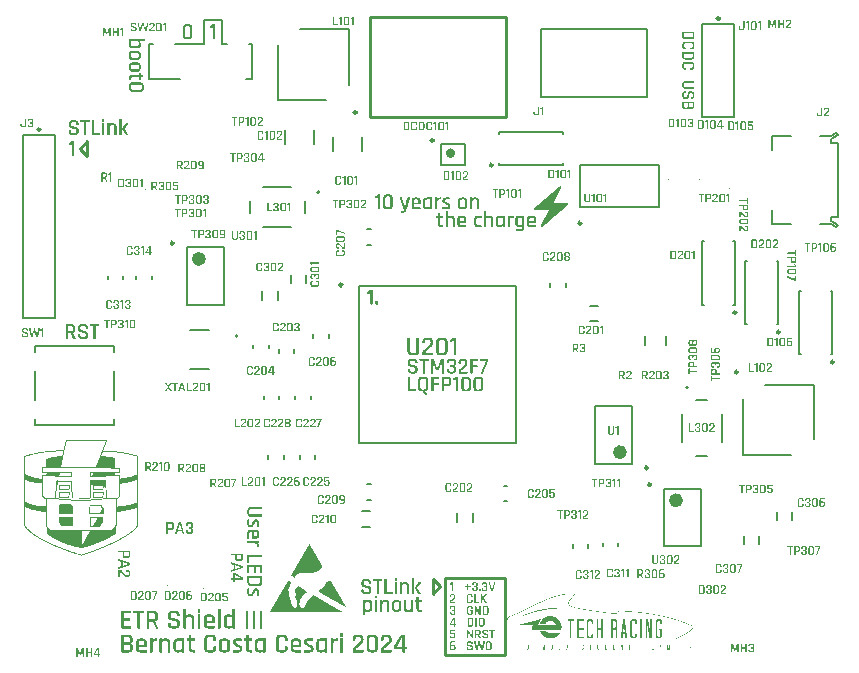
<source format=gto>
G04*
G04 #@! TF.GenerationSoftware,Altium Limited,Altium Designer,24.3.1 (35)*
G04*
G04 Layer_Color=65535*
%FSLAX44Y44*%
%MOMM*%
G71*
G04*
G04 #@! TF.SameCoordinates,322CD918-2172-4AA8-915D-2EDBC1309AB6*
G04*
G04*
G04 #@! TF.FilePolarity,Positive*
G04*
G01*
G75*
%ADD10C,0.2000*%
%ADD11C,0.2500*%
%ADD12C,0.1000*%
%ADD13C,0.6000*%
%ADD14C,0.4000*%
%ADD15C,0.1270*%
%ADD16C,0.2540*%
%ADD17C,0.1500*%
G36*
X463248Y403400D02*
X463534D01*
Y403257D01*
X463677D01*
Y402971D01*
X463820D01*
Y402257D01*
X463677D01*
Y401971D01*
X463534D01*
Y401685D01*
X463391D01*
Y401399D01*
X463248D01*
Y401114D01*
X463106D01*
Y400828D01*
X462963D01*
Y400542D01*
X462820D01*
Y400256D01*
X462677D01*
Y399971D01*
X462534D01*
Y399685D01*
X462391D01*
Y399399D01*
X462248D01*
Y399113D01*
X462105D01*
Y398828D01*
X461963D01*
Y398542D01*
X461820D01*
Y398256D01*
X461677D01*
Y398113D01*
X461534D01*
Y397827D01*
X461391D01*
Y397542D01*
X461248D01*
Y397256D01*
X461105D01*
Y396970D01*
X460962D01*
Y396684D01*
X460820D01*
Y396399D01*
X460677D01*
Y396113D01*
X460534D01*
Y395827D01*
X460391D01*
Y395541D01*
X460248D01*
Y395256D01*
X460105D01*
Y394970D01*
X459962D01*
Y394684D01*
X459819D01*
Y394398D01*
X459677D01*
Y394113D01*
X459534D01*
Y393827D01*
X459391D01*
Y393541D01*
X459248D01*
Y393398D01*
X459105D01*
Y393113D01*
X458962D01*
Y392827D01*
X458819D01*
Y392541D01*
X458676D01*
Y392255D01*
X458534D01*
Y391970D01*
X458391D01*
Y391684D01*
X458248D01*
Y391398D01*
X458105D01*
Y391112D01*
X457962D01*
Y390827D01*
X457819D01*
Y390541D01*
X457676D01*
Y390255D01*
X457533D01*
Y389969D01*
X457391D01*
Y389684D01*
X457248D01*
Y389398D01*
X457105D01*
Y389255D01*
X468963D01*
Y389112D01*
X469249D01*
Y388969D01*
X469392D01*
Y388684D01*
X469535D01*
Y387969D01*
X469392D01*
Y387683D01*
X469249D01*
Y387541D01*
X469106D01*
Y387398D01*
X468963D01*
Y387255D01*
X468678D01*
Y387112D01*
X468535D01*
Y386969D01*
X468392D01*
Y386826D01*
X468249D01*
Y386683D01*
X468106D01*
Y386540D01*
X467963D01*
Y386398D01*
X467820D01*
Y386255D01*
X467535D01*
Y386112D01*
X467392D01*
Y385969D01*
X467249D01*
Y385826D01*
X467106D01*
Y385683D01*
X466963D01*
Y385540D01*
X466820D01*
Y385397D01*
X466535D01*
Y385255D01*
X466392D01*
Y385112D01*
X466249D01*
Y384969D01*
X466106D01*
Y384826D01*
X465963D01*
Y384683D01*
X465820D01*
Y384540D01*
X465534D01*
Y384397D01*
X465392D01*
Y384254D01*
X465249D01*
Y384112D01*
X465106D01*
Y383969D01*
X464963D01*
Y383826D01*
X464820D01*
Y383683D01*
X464677D01*
Y383540D01*
X464391D01*
Y383397D01*
X464249D01*
Y383254D01*
X464106D01*
Y383111D01*
X463963D01*
Y382968D01*
X463820D01*
Y382826D01*
X463677D01*
Y382683D01*
X463391D01*
Y382540D01*
X463248D01*
Y382397D01*
X463106D01*
Y382254D01*
X462963D01*
Y382111D01*
X462820D01*
Y381968D01*
X462677D01*
Y381825D01*
X462534D01*
Y381683D01*
X462248D01*
Y381540D01*
X462105D01*
Y381397D01*
X461963D01*
Y381254D01*
X461820D01*
Y381111D01*
X461677D01*
Y380968D01*
X461534D01*
Y380825D01*
X461248D01*
Y380682D01*
X461105D01*
Y380540D01*
X460962D01*
Y380397D01*
X460820D01*
Y380254D01*
X460677D01*
Y380111D01*
X460534D01*
Y379968D01*
X460248D01*
Y379825D01*
X460105D01*
Y379682D01*
X459962D01*
Y379539D01*
X459819D01*
Y379397D01*
X459677D01*
Y379254D01*
X459534D01*
Y379111D01*
X459248D01*
Y378968D01*
X459105D01*
Y378825D01*
X458962D01*
Y378682D01*
X458819D01*
Y378539D01*
X458676D01*
Y378396D01*
X458534D01*
Y378254D01*
X458391D01*
Y378111D01*
X458105D01*
Y377968D01*
X457962D01*
Y377825D01*
X457819D01*
Y377682D01*
X457676D01*
Y377539D01*
X457533D01*
Y377396D01*
X457391D01*
Y377253D01*
X457105D01*
Y377111D01*
X456962D01*
Y376968D01*
X456819D01*
Y376825D01*
X456676D01*
Y376682D01*
X456533D01*
Y376539D01*
X456390D01*
Y376396D01*
X456247D01*
Y376253D01*
X455962D01*
Y376110D01*
X455819D01*
Y375968D01*
X455676D01*
Y375825D01*
X455533D01*
Y375682D01*
X455390D01*
Y375539D01*
X455247D01*
Y375396D01*
X454962D01*
Y375253D01*
X454819D01*
Y375110D01*
X454676D01*
Y374967D01*
X454533D01*
Y374825D01*
X454390D01*
Y374682D01*
X454247D01*
Y374539D01*
X453961D01*
Y374396D01*
X453819D01*
Y374253D01*
X453676D01*
Y374110D01*
X453533D01*
Y373967D01*
X453390D01*
Y373825D01*
X453247D01*
Y373682D01*
X453104D01*
Y373539D01*
X452818D01*
Y373396D01*
X452676D01*
Y373253D01*
X452533D01*
Y373110D01*
X452390D01*
Y372967D01*
X452247D01*
Y372824D01*
X452104D01*
Y372682D01*
X451818D01*
Y372539D01*
X451675D01*
Y372396D01*
X451533D01*
Y372253D01*
X451390D01*
Y372110D01*
X451247D01*
Y371967D01*
X451104D01*
Y371824D01*
X450818D01*
Y371681D01*
X450675D01*
Y371539D01*
X450532D01*
Y371396D01*
X450390D01*
Y371253D01*
X450247D01*
Y371110D01*
X450104D01*
Y370967D01*
X449961D01*
Y370824D01*
X449675D01*
Y370681D01*
X449532D01*
Y370538D01*
X449389D01*
Y370396D01*
X449247D01*
Y370253D01*
X449104D01*
Y370110D01*
X448961D01*
Y369967D01*
X448675D01*
Y369824D01*
X448532D01*
Y369681D01*
X448389D01*
Y369538D01*
X448246D01*
Y369395D01*
X447961D01*
Y369253D01*
X447246D01*
Y369395D01*
X446961D01*
Y369538D01*
X446818D01*
Y369824D01*
X446675D01*
Y370538D01*
X446818D01*
Y370824D01*
X446961D01*
Y371110D01*
X447104D01*
Y371396D01*
X447246D01*
Y371681D01*
X447389D01*
Y371967D01*
X447532D01*
Y372253D01*
X447675D01*
Y372539D01*
X447818D01*
Y372824D01*
X447961D01*
Y373110D01*
X448104D01*
Y373396D01*
X448246D01*
Y373682D01*
X448389D01*
Y373967D01*
X448532D01*
Y374253D01*
X448675D01*
Y374396D01*
X448818D01*
Y374682D01*
X448961D01*
Y374967D01*
X449104D01*
Y375253D01*
X449247D01*
Y375539D01*
X449389D01*
Y375825D01*
X449532D01*
Y376110D01*
X449675D01*
Y376396D01*
X449818D01*
Y376682D01*
X449961D01*
Y376968D01*
X450104D01*
Y377253D01*
X450247D01*
Y377539D01*
X450390D01*
Y377825D01*
X450532D01*
Y378111D01*
X450675D01*
Y378396D01*
X450818D01*
Y378682D01*
X450961D01*
Y378968D01*
X451104D01*
Y379254D01*
X451247D01*
Y379397D01*
X451390D01*
Y379682D01*
X451533D01*
Y379968D01*
X451675D01*
Y380254D01*
X451818D01*
Y380540D01*
X451961D01*
Y380825D01*
X452104D01*
Y381111D01*
X452247D01*
Y381397D01*
X452390D01*
Y381683D01*
X452533D01*
Y381968D01*
X452676D01*
Y382111D01*
Y382254D01*
X452818D01*
Y382540D01*
X452961D01*
Y382826D01*
X453104D01*
Y383111D01*
X453247D01*
Y383397D01*
X453390D01*
Y383540D01*
X441531D01*
Y383683D01*
X441246D01*
Y383826D01*
X441103D01*
Y384112D01*
X440960D01*
Y384826D01*
X441103D01*
Y385112D01*
X441246D01*
Y385255D01*
X441389D01*
Y385397D01*
X441531D01*
Y385540D01*
X441817D01*
Y385683D01*
X441960D01*
Y385826D01*
X442103D01*
Y385969D01*
X442246D01*
Y386112D01*
X442389D01*
Y386255D01*
X442532D01*
Y386398D01*
X442674D01*
Y386540D01*
X442960D01*
Y386683D01*
X443103D01*
Y386826D01*
X443246D01*
Y386969D01*
X443389D01*
Y387112D01*
X443532D01*
Y387255D01*
X443675D01*
Y387398D01*
X443960D01*
Y387541D01*
X444103D01*
Y387683D01*
X444246D01*
Y387826D01*
X444389D01*
Y387969D01*
X444532D01*
Y388112D01*
X444675D01*
Y388255D01*
X444960D01*
Y388398D01*
X445103D01*
Y388541D01*
X445246D01*
Y388684D01*
X445389D01*
Y388826D01*
X445532D01*
Y388969D01*
X445675D01*
Y389112D01*
X445818D01*
Y389255D01*
X446103D01*
Y389398D01*
X446246D01*
Y389541D01*
X446389D01*
Y389684D01*
X446532D01*
Y389827D01*
X446675D01*
Y389969D01*
X446818D01*
Y390112D01*
X447104D01*
Y390255D01*
X447246D01*
Y390398D01*
X447389D01*
Y390541D01*
X447532D01*
Y390684D01*
X447675D01*
Y390827D01*
X447818D01*
Y390970D01*
X448104D01*
Y391112D01*
X448246D01*
Y391255D01*
X448389D01*
Y391398D01*
X448532D01*
Y391541D01*
X448675D01*
Y391684D01*
X448818D01*
Y391827D01*
X448961D01*
Y391970D01*
X449247D01*
Y392113D01*
X449389D01*
Y392255D01*
X449532D01*
Y392398D01*
X449675D01*
Y392541D01*
X449818D01*
Y392684D01*
X449961D01*
Y392827D01*
X450247D01*
Y392970D01*
X450390D01*
Y393113D01*
X450532D01*
Y393256D01*
X450675D01*
Y393398D01*
X450818D01*
Y393541D01*
X450961D01*
Y393684D01*
X451247D01*
Y393827D01*
X451390D01*
Y393970D01*
X451533D01*
Y394113D01*
X451675D01*
Y394256D01*
X451818D01*
Y394398D01*
X451961D01*
Y394541D01*
X452104D01*
Y394684D01*
X452390D01*
Y394827D01*
X452533D01*
Y394970D01*
X452676D01*
Y395113D01*
X452818D01*
Y395256D01*
X452961D01*
Y395399D01*
X453104D01*
Y395541D01*
X453390D01*
Y395684D01*
X453533D01*
Y395827D01*
X453676D01*
Y395970D01*
X453819D01*
Y396113D01*
X453961D01*
Y396256D01*
X454104D01*
Y396399D01*
X454390D01*
Y396542D01*
X454533D01*
Y396684D01*
X454676D01*
Y396827D01*
X454819D01*
Y396970D01*
X454962D01*
Y397113D01*
X455104D01*
Y397256D01*
X455247D01*
Y397399D01*
X455533D01*
Y397542D01*
X455676D01*
Y397685D01*
X455819D01*
Y397827D01*
X455962D01*
Y397970D01*
X456105D01*
Y398113D01*
X456247D01*
Y398256D01*
X456533D01*
Y398399D01*
X456676D01*
Y398542D01*
X456819D01*
Y398685D01*
X456962D01*
Y398828D01*
X457105D01*
Y398970D01*
X457248D01*
Y399113D01*
X457533D01*
Y399256D01*
X457676D01*
Y399399D01*
X457819D01*
Y399542D01*
X457962D01*
Y399685D01*
X458105D01*
Y399828D01*
X458248D01*
Y399971D01*
X458391D01*
Y400113D01*
X458676D01*
Y400256D01*
X458819D01*
Y400399D01*
X458962D01*
Y400542D01*
X459105D01*
Y400685D01*
X459248D01*
Y400828D01*
X459391D01*
Y400971D01*
X459677D01*
Y401114D01*
X459819D01*
Y401256D01*
X459962D01*
Y401399D01*
X460105D01*
Y401542D01*
X460248D01*
Y401685D01*
X460391D01*
Y401828D01*
X460677D01*
Y401971D01*
X460820D01*
Y402114D01*
X460962D01*
Y402257D01*
X461105D01*
Y402399D01*
X461248D01*
Y402542D01*
X461391D01*
Y402685D01*
X461534D01*
Y402828D01*
X461820D01*
Y402971D01*
X461963D01*
Y403114D01*
X462105D01*
Y403257D01*
X462248D01*
Y403400D01*
X462534D01*
Y403543D01*
X463248D01*
Y403400D01*
D02*
G37*
G36*
X79516Y188426D02*
X79417D01*
Y188129D01*
X79319D01*
Y187932D01*
X79220D01*
Y187635D01*
X79121D01*
Y187438D01*
X79022D01*
Y187142D01*
X78923D01*
Y186845D01*
X78825D01*
Y186648D01*
X78726D01*
Y186351D01*
X78627D01*
Y186154D01*
X78528D01*
Y185857D01*
X78430D01*
Y185660D01*
X78331D01*
Y185364D01*
X78232D01*
Y185067D01*
X78133D01*
Y184870D01*
X78034D01*
Y184573D01*
X77936D01*
Y184376D01*
X77837D01*
Y184079D01*
X77738D01*
Y183882D01*
X77639D01*
Y183586D01*
X77541D01*
Y183388D01*
X77442D01*
Y183092D01*
X77343D01*
Y182795D01*
X77244D01*
Y182598D01*
X77145D01*
Y182301D01*
X77047D01*
Y182104D01*
X76948D01*
Y181808D01*
X76849D01*
Y181610D01*
X76750D01*
Y181314D01*
X76652D01*
Y181017D01*
X76553D01*
Y180820D01*
X76454D01*
Y180523D01*
X76355D01*
Y180326D01*
X76256D01*
Y180030D01*
X76158D01*
Y179832D01*
X76059D01*
Y179733D01*
X79121D01*
Y179634D01*
X81590D01*
Y179536D01*
X83171D01*
Y179437D01*
X84455D01*
Y179338D01*
X85542D01*
Y179239D01*
X86431D01*
Y179141D01*
X87320D01*
Y179042D01*
X88209D01*
Y178943D01*
X88999D01*
Y178844D01*
X89690D01*
Y178745D01*
X90382D01*
Y178647D01*
X91073D01*
Y178548D01*
X91765D01*
Y178449D01*
X92357D01*
Y178350D01*
X92950D01*
Y178252D01*
X93543D01*
Y178153D01*
X94135D01*
Y178054D01*
X94629D01*
Y177955D01*
X95222D01*
Y177856D01*
X95716D01*
Y177758D01*
X96210D01*
Y177659D01*
X96703D01*
Y177560D01*
X97197D01*
Y177461D01*
X97691D01*
Y177363D01*
X98185D01*
Y177264D01*
X98679D01*
Y177165D01*
X99074D01*
Y177066D01*
X99568D01*
Y176967D01*
X99963D01*
Y176869D01*
X100358D01*
Y176770D01*
X100852D01*
Y176671D01*
X101247D01*
Y176572D01*
X101642D01*
Y176474D01*
X102037D01*
Y176375D01*
X102433D01*
Y176276D01*
X102828D01*
Y176177D01*
X103223D01*
Y176078D01*
X103618D01*
Y175980D01*
X103914D01*
Y175881D01*
X104309D01*
Y175782D01*
X104704D01*
Y175683D01*
X105001D01*
Y175585D01*
X105100D01*
Y175387D01*
X105198D01*
Y175288D01*
X105297D01*
Y175189D01*
X105396D01*
Y175091D01*
X105495D01*
Y174893D01*
X105593D01*
Y174794D01*
X105692D01*
Y174597D01*
X105791D01*
Y117009D01*
X105692D01*
Y116614D01*
X105593D01*
Y116318D01*
X105495D01*
Y116120D01*
X105396D01*
Y115923D01*
X105297D01*
Y115725D01*
X105198D01*
Y115528D01*
X105100D01*
Y115330D01*
X105001D01*
Y115231D01*
X104902D01*
Y115034D01*
X104803D01*
Y114935D01*
X104704D01*
Y114737D01*
X104606D01*
Y114639D01*
X104507D01*
Y114540D01*
X104408D01*
Y114342D01*
X104309D01*
Y114244D01*
X104211D01*
Y114145D01*
X104112D01*
Y114046D01*
X104013D01*
Y113947D01*
X103914D01*
Y113848D01*
X103815D01*
Y113651D01*
X103717D01*
Y113552D01*
X103618D01*
Y113453D01*
X103519D01*
Y113355D01*
X103420D01*
Y113256D01*
X103322D01*
Y113157D01*
X103223D01*
Y113058D01*
X103124D01*
Y112959D01*
X103025D01*
Y112861D01*
X102926D01*
Y112762D01*
X102828D01*
Y112663D01*
X102729D01*
Y112564D01*
X102630D01*
Y112466D01*
X102433D01*
Y112367D01*
X102334D01*
Y112268D01*
X102235D01*
Y112169D01*
X102136D01*
Y112070D01*
X102037D01*
Y111972D01*
X101939D01*
Y111873D01*
X101840D01*
Y111774D01*
X101741D01*
Y111675D01*
X101544D01*
Y111577D01*
X101445D01*
Y111478D01*
X101346D01*
Y111379D01*
X101247D01*
Y111280D01*
X101148D01*
Y111181D01*
X100951D01*
Y111083D01*
X100852D01*
Y110984D01*
X100753D01*
Y110885D01*
X100655D01*
Y110786D01*
X100457D01*
Y110688D01*
X100358D01*
Y110589D01*
X100259D01*
Y110490D01*
X100062D01*
Y110391D01*
X99963D01*
Y110292D01*
X99864D01*
Y110194D01*
X99667D01*
Y110095D01*
X99568D01*
Y109996D01*
X99469D01*
Y109897D01*
X99272D01*
Y109799D01*
X99173D01*
Y109700D01*
X98975D01*
Y109601D01*
X98877D01*
Y109502D01*
X98778D01*
Y109403D01*
X98580D01*
Y109305D01*
X98481D01*
Y109206D01*
X98284D01*
Y109107D01*
X98185D01*
Y109008D01*
X97988D01*
Y108910D01*
X97889D01*
Y108811D01*
X97691D01*
Y108712D01*
X97592D01*
Y108613D01*
X97395D01*
Y108514D01*
X97296D01*
Y108416D01*
X97099D01*
Y108317D01*
X97000D01*
Y108218D01*
X96802D01*
Y108119D01*
X96703D01*
Y108021D01*
X96506D01*
Y107922D01*
X96407D01*
Y107823D01*
X96210D01*
Y107724D01*
X96111D01*
Y107625D01*
X95913D01*
Y107527D01*
X95716D01*
Y107428D01*
X95617D01*
Y107329D01*
X95419D01*
Y107230D01*
X95222D01*
Y107132D01*
X95123D01*
Y107033D01*
X94925D01*
Y106934D01*
X94827D01*
Y106835D01*
X94629D01*
Y106736D01*
X94432D01*
Y106638D01*
X94333D01*
Y106539D01*
X94135D01*
Y106440D01*
X93938D01*
Y106341D01*
X93839D01*
Y106243D01*
X93641D01*
Y106144D01*
X93444D01*
Y106045D01*
X93246D01*
Y105946D01*
X93147D01*
Y105847D01*
X92950D01*
Y105749D01*
X92752D01*
Y105650D01*
X92555D01*
Y105551D01*
X92456D01*
Y105452D01*
X92258D01*
Y105354D01*
X92061D01*
Y105255D01*
X91863D01*
Y105156D01*
X91765D01*
Y105057D01*
X91567D01*
Y104958D01*
X91369D01*
Y104860D01*
X91172D01*
Y104761D01*
X90974D01*
Y104662D01*
X90876D01*
Y104563D01*
X90678D01*
Y104465D01*
X90480D01*
Y104366D01*
X90283D01*
Y104267D01*
X90085D01*
Y104168D01*
X89888D01*
Y104069D01*
X89690D01*
Y103971D01*
X89591D01*
Y103872D01*
X89394D01*
Y103773D01*
X89196D01*
Y103674D01*
X88999D01*
Y103576D01*
X88801D01*
Y103477D01*
X88604D01*
Y103378D01*
X88406D01*
Y103279D01*
X88209D01*
Y103180D01*
X88011D01*
Y103082D01*
X87813D01*
Y102983D01*
X87616D01*
Y102884D01*
X87418D01*
Y102785D01*
X87221D01*
Y102687D01*
X87023D01*
Y102588D01*
X86826D01*
Y102489D01*
X86628D01*
Y102390D01*
X86431D01*
Y102291D01*
X86233D01*
Y102193D01*
X86035D01*
Y102094D01*
X85838D01*
Y101995D01*
X85640D01*
Y101896D01*
X85443D01*
Y101798D01*
X85245D01*
Y101699D01*
X85048D01*
Y101600D01*
X84850D01*
Y101501D01*
X84653D01*
Y101402D01*
X84455D01*
Y101304D01*
X84257D01*
Y101205D01*
X84060D01*
Y101106D01*
X83862D01*
Y101007D01*
X83665D01*
Y100909D01*
X83467D01*
Y100810D01*
X83171D01*
Y100711D01*
X82973D01*
Y100612D01*
X82776D01*
Y100513D01*
X82578D01*
Y100415D01*
X82381D01*
Y100316D01*
X82183D01*
Y100217D01*
X81986D01*
Y100118D01*
X81689D01*
Y100020D01*
X81492D01*
Y99921D01*
X81294D01*
Y99822D01*
X81097D01*
Y99723D01*
X80899D01*
Y99624D01*
X80603D01*
Y99526D01*
X80405D01*
Y99427D01*
X80208D01*
Y99328D01*
X80010D01*
Y99229D01*
X79714D01*
Y99131D01*
X79516D01*
Y99032D01*
X79319D01*
Y98933D01*
X79121D01*
Y98834D01*
X78825D01*
Y98735D01*
X78627D01*
Y98637D01*
X78430D01*
Y98538D01*
X78133D01*
Y98439D01*
X77936D01*
Y98340D01*
X77738D01*
Y98242D01*
X77541D01*
Y98143D01*
X77244D01*
Y98044D01*
X77047D01*
Y97945D01*
X76849D01*
Y97846D01*
X76553D01*
Y97748D01*
X76355D01*
Y97649D01*
X76059D01*
Y97550D01*
X75861D01*
Y97451D01*
X75664D01*
Y97353D01*
X75367D01*
Y97254D01*
X75170D01*
Y97155D01*
X74874D01*
Y97056D01*
X74676D01*
Y96957D01*
X74380D01*
Y96859D01*
X74182D01*
Y96760D01*
X73985D01*
Y96661D01*
X73688D01*
Y96562D01*
X73491D01*
Y96464D01*
X73194D01*
Y96365D01*
X72997D01*
Y96266D01*
X72700D01*
Y96167D01*
X72503D01*
Y96068D01*
X72207D01*
Y95970D01*
X72009D01*
Y95871D01*
X71713D01*
Y95772D01*
X71416D01*
Y95673D01*
X71219D01*
Y95575D01*
X70922D01*
Y95476D01*
X70725D01*
Y95377D01*
X70429D01*
Y95278D01*
X70132D01*
Y95179D01*
X69935D01*
Y95081D01*
X69638D01*
Y94982D01*
X69441D01*
Y94883D01*
X69144D01*
Y94784D01*
X68848D01*
Y94686D01*
X68552D01*
Y94587D01*
X68354D01*
Y94488D01*
X68058D01*
Y94389D01*
X67762D01*
Y94290D01*
X67564D01*
Y94192D01*
X67268D01*
Y94093D01*
X66971D01*
Y93994D01*
X66675D01*
Y93895D01*
X66477D01*
Y93797D01*
X66181D01*
Y93698D01*
X65885D01*
Y93599D01*
X65588D01*
Y93500D01*
X65292D01*
Y93401D01*
X64996D01*
Y93303D01*
X64798D01*
Y93204D01*
X64502D01*
Y93105D01*
X64206D01*
Y93006D01*
X63909D01*
Y92908D01*
X63613D01*
Y92809D01*
X63317D01*
Y92710D01*
X63020D01*
Y92611D01*
X62724D01*
Y92512D01*
X62428D01*
Y92414D01*
X62131D01*
Y92315D01*
X61835D01*
Y92216D01*
X61539D01*
Y92117D01*
X61242D01*
Y92019D01*
X60946D01*
Y91920D01*
X60650D01*
Y91821D01*
X60353D01*
Y91722D01*
X59958D01*
Y91623D01*
X59662D01*
Y91525D01*
X59365D01*
Y91426D01*
X59069D01*
Y91327D01*
X58773D01*
Y91228D01*
X58378D01*
Y91130D01*
X58081D01*
Y91031D01*
X57785D01*
Y90932D01*
X57192D01*
Y91031D01*
X56896D01*
Y91130D01*
X56600D01*
Y91228D01*
X56303D01*
Y91327D01*
X55908D01*
Y91426D01*
X55612D01*
Y91525D01*
X55316D01*
Y91623D01*
X55019D01*
Y91722D01*
X54624D01*
Y91821D01*
X54328D01*
Y91920D01*
X54031D01*
Y92019D01*
X53735D01*
Y92117D01*
X53439D01*
Y92216D01*
X53044D01*
Y92315D01*
X52747D01*
Y92414D01*
X52451D01*
Y92512D01*
X52155D01*
Y92611D01*
X51858D01*
Y92710D01*
X51562D01*
Y92809D01*
X51266D01*
Y92908D01*
X50969D01*
Y93006D01*
X50673D01*
Y93105D01*
X50377D01*
Y93204D01*
X50080D01*
Y93303D01*
X49784D01*
Y93401D01*
X49488D01*
Y93500D01*
X49191D01*
Y93599D01*
X48895D01*
Y93698D01*
X48599D01*
Y93797D01*
X48302D01*
Y93895D01*
X48006D01*
Y93994D01*
X47710D01*
Y94093D01*
X47413D01*
Y94192D01*
X47117D01*
Y94290D01*
X46919D01*
Y94389D01*
X46623D01*
Y94488D01*
X46327D01*
Y94587D01*
X46030D01*
Y94686D01*
X45734D01*
Y94784D01*
X45438D01*
Y94883D01*
X45240D01*
Y94982D01*
X44944D01*
Y95081D01*
X44648D01*
Y95179D01*
X44351D01*
Y95278D01*
X44154D01*
Y95377D01*
X43857D01*
Y95476D01*
X43561D01*
Y95575D01*
X43265D01*
Y95673D01*
X43067D01*
Y95772D01*
X42771D01*
Y95871D01*
X42474D01*
Y95970D01*
X42277D01*
Y96068D01*
X41981D01*
Y96167D01*
X41684D01*
Y96266D01*
X41487D01*
Y96365D01*
X41190D01*
Y96464D01*
X40894D01*
Y96562D01*
X40696D01*
Y96661D01*
X40400D01*
Y96760D01*
X40203D01*
Y96859D01*
X39906D01*
Y96957D01*
X39709D01*
Y97056D01*
X39412D01*
Y97155D01*
X39215D01*
Y97254D01*
X38918D01*
Y97353D01*
X38721D01*
Y97451D01*
X38425D01*
Y97550D01*
X38227D01*
Y97649D01*
X37931D01*
Y97748D01*
X37733D01*
Y97846D01*
X37437D01*
Y97945D01*
X37239D01*
Y98044D01*
X36943D01*
Y98143D01*
X36745D01*
Y98242D01*
X36449D01*
Y98340D01*
X36251D01*
Y98439D01*
X36054D01*
Y98538D01*
X35758D01*
Y98637D01*
X35560D01*
Y98735D01*
X35362D01*
Y98834D01*
X35066D01*
Y98933D01*
X34869D01*
Y99032D01*
X34671D01*
Y99131D01*
X34375D01*
Y99229D01*
X34177D01*
Y99328D01*
X33980D01*
Y99427D01*
X33683D01*
Y99526D01*
X33486D01*
Y99624D01*
X33288D01*
Y99723D01*
X33091D01*
Y99822D01*
X32794D01*
Y99921D01*
X32597D01*
Y100020D01*
X32399D01*
Y100118D01*
X32202D01*
Y100217D01*
X31905D01*
Y100316D01*
X31708D01*
Y100415D01*
X31510D01*
Y100513D01*
X31313D01*
Y100612D01*
X31115D01*
Y100711D01*
X30917D01*
Y100810D01*
X30621D01*
Y100909D01*
X30424D01*
Y101007D01*
X30226D01*
Y101106D01*
X30028D01*
Y101205D01*
X29831D01*
Y101304D01*
X29633D01*
Y101402D01*
X29436D01*
Y101501D01*
X29238D01*
Y101600D01*
X29041D01*
Y101699D01*
X28843D01*
Y101798D01*
X28646D01*
Y101896D01*
X28448D01*
Y101995D01*
X28250D01*
Y102094D01*
X28053D01*
Y102193D01*
X27855D01*
Y102291D01*
X27658D01*
Y102390D01*
X27460D01*
Y102489D01*
X27263D01*
Y102588D01*
X27065D01*
Y102687D01*
X26868D01*
Y102785D01*
X26670D01*
Y102884D01*
X26472D01*
Y102983D01*
X26275D01*
Y103082D01*
X26077D01*
Y103180D01*
X25880D01*
Y103279D01*
X25682D01*
Y103378D01*
X25485D01*
Y103477D01*
X25287D01*
Y103576D01*
X25090D01*
Y103674D01*
X24991D01*
Y103773D01*
X24793D01*
Y103872D01*
X24596D01*
Y103971D01*
X24398D01*
Y104069D01*
X24201D01*
Y104168D01*
X24003D01*
Y104267D01*
X23904D01*
Y104366D01*
X23707D01*
Y104465D01*
X23509D01*
Y104563D01*
X23312D01*
Y104662D01*
X23114D01*
Y104761D01*
X23015D01*
Y104860D01*
X22818D01*
Y104958D01*
X22620D01*
Y105057D01*
X22423D01*
Y105156D01*
X22324D01*
Y105255D01*
X22126D01*
Y105354D01*
X21929D01*
Y105452D01*
X21830D01*
Y105551D01*
X21632D01*
Y105650D01*
X21435D01*
Y105749D01*
X21336D01*
Y105847D01*
X21138D01*
Y105946D01*
X20941D01*
Y106045D01*
X20842D01*
Y106144D01*
X20645D01*
Y106243D01*
X20447D01*
Y106341D01*
X20348D01*
Y106440D01*
X20151D01*
Y106539D01*
X20052D01*
Y106638D01*
X19854D01*
Y106736D01*
X19657D01*
Y106835D01*
X19558D01*
Y106934D01*
X19360D01*
Y107033D01*
X19262D01*
Y107132D01*
X19064D01*
Y107230D01*
X18965D01*
Y107329D01*
X18768D01*
Y107428D01*
X18669D01*
Y107527D01*
X18471D01*
Y107625D01*
X18373D01*
Y107724D01*
X18175D01*
Y107823D01*
X18076D01*
Y107922D01*
X17879D01*
Y108021D01*
X17780D01*
Y108119D01*
X17582D01*
Y108218D01*
X17484D01*
Y108317D01*
X17286D01*
Y108416D01*
X17187D01*
Y108514D01*
X16990D01*
Y108613D01*
X16891D01*
Y108712D01*
X16792D01*
Y108811D01*
X16595D01*
Y108910D01*
X16496D01*
Y109008D01*
X16298D01*
Y109107D01*
X16200D01*
Y109206D01*
X16101D01*
Y109305D01*
X15903D01*
Y109403D01*
X15804D01*
Y109502D01*
X15706D01*
Y109601D01*
X15508D01*
Y109700D01*
X15409D01*
Y109799D01*
X15311D01*
Y109897D01*
X15113D01*
Y109996D01*
X15014D01*
Y110095D01*
X14915D01*
Y110194D01*
X14817D01*
Y110292D01*
X14619D01*
Y110391D01*
X14520D01*
Y110490D01*
X14422D01*
Y110589D01*
X14323D01*
Y110688D01*
X14125D01*
Y110786D01*
X14026D01*
Y110885D01*
X13928D01*
Y110984D01*
X13829D01*
Y111083D01*
X13730D01*
Y111181D01*
X13533D01*
Y111280D01*
X13434D01*
Y111379D01*
X13335D01*
Y111478D01*
X13236D01*
Y111577D01*
X13137D01*
Y111675D01*
X13039D01*
Y111774D01*
X12940D01*
Y111873D01*
X12841D01*
Y111972D01*
X12644D01*
Y112070D01*
X12545D01*
Y112169D01*
X12446D01*
Y112268D01*
X12347D01*
Y112367D01*
X12248D01*
Y112466D01*
X12150D01*
Y112564D01*
X12051D01*
Y112663D01*
X11952D01*
Y112762D01*
X11853D01*
Y112861D01*
X11755D01*
Y112959D01*
X11656D01*
Y113058D01*
X11557D01*
Y113157D01*
X11458D01*
Y113256D01*
X11359D01*
Y113355D01*
X11261D01*
Y113453D01*
X11162D01*
Y113552D01*
X11063D01*
Y113651D01*
X10964D01*
Y113750D01*
X10866D01*
Y113848D01*
X10767D01*
Y114046D01*
X10668D01*
Y114145D01*
X10569D01*
Y114244D01*
X10470D01*
Y114342D01*
X10372D01*
Y114441D01*
X10273D01*
Y114540D01*
X10174D01*
Y114737D01*
X10075D01*
Y114836D01*
X9977D01*
Y114935D01*
X9878D01*
Y115133D01*
X9779D01*
Y115231D01*
X9680D01*
Y115330D01*
X9581D01*
Y115528D01*
X9483D01*
Y115626D01*
X9384D01*
Y115824D01*
X9285D01*
Y115923D01*
X9186D01*
Y116120D01*
X9088D01*
Y121257D01*
X8989D01*
Y131826D01*
Y131925D01*
Y144963D01*
X8890D01*
Y155928D01*
X8791D01*
Y160472D01*
X8890D01*
Y168670D01*
X8791D01*
Y174992D01*
X8989D01*
Y175091D01*
X9285D01*
Y175189D01*
X9581D01*
Y175288D01*
X9779D01*
Y175387D01*
X10075D01*
Y175486D01*
X10372D01*
Y175585D01*
X10668D01*
Y175683D01*
X10964D01*
Y175782D01*
X11261D01*
Y175881D01*
X11656D01*
Y175980D01*
X11952D01*
Y176078D01*
X12248D01*
Y176177D01*
X12644D01*
Y176276D01*
X12940D01*
Y176375D01*
X13335D01*
Y176474D01*
X13631D01*
Y176572D01*
X14026D01*
Y176671D01*
X14422D01*
Y176770D01*
X14817D01*
Y176869D01*
X15113D01*
Y176967D01*
X15508D01*
Y177066D01*
X16002D01*
Y177165D01*
X16397D01*
Y177264D01*
X16792D01*
Y177363D01*
X17187D01*
Y177461D01*
X17681D01*
Y177560D01*
X18076D01*
Y177659D01*
X18570D01*
Y177758D01*
X19064D01*
Y177856D01*
X19558D01*
Y177955D01*
X20052D01*
Y178054D01*
X20546D01*
Y178153D01*
X21040D01*
Y178252D01*
X21632D01*
Y178350D01*
X22225D01*
Y178449D01*
X22818D01*
Y178548D01*
X23410D01*
Y178647D01*
X24003D01*
Y178745D01*
X24694D01*
Y178844D01*
X25386D01*
Y178943D01*
X26077D01*
Y179042D01*
X26868D01*
Y179141D01*
X27658D01*
Y179239D01*
X28448D01*
Y179338D01*
X29436D01*
Y179437D01*
X30424D01*
Y179536D01*
X31510D01*
Y179634D01*
X32695D01*
Y179733D01*
X34177D01*
Y179832D01*
X35955D01*
Y179931D01*
X38820D01*
Y180030D01*
X42376D01*
Y180227D01*
X42474D01*
Y180622D01*
X42573D01*
Y181017D01*
X42672D01*
Y181412D01*
X42771D01*
Y181808D01*
X42870D01*
Y182203D01*
X42968D01*
Y182598D01*
X43067D01*
Y182993D01*
X43166D01*
Y183388D01*
X43265D01*
Y183783D01*
X43363D01*
Y184178D01*
X43462D01*
Y184573D01*
X43561D01*
Y184968D01*
X43660D01*
Y185364D01*
X43759D01*
Y185759D01*
X43857D01*
Y186154D01*
X43956D01*
Y186549D01*
X44055D01*
Y186944D01*
X44154D01*
Y187339D01*
X44252D01*
Y187734D01*
X44351D01*
Y188129D01*
X44450D01*
Y188524D01*
X79516D01*
Y188426D01*
D02*
G37*
G36*
X250777Y100453D02*
X250926D01*
Y100155D01*
X251075D01*
Y99857D01*
X251224D01*
Y99708D01*
X251372D01*
Y99410D01*
X251521D01*
Y99113D01*
X251670D01*
Y98815D01*
X251819D01*
Y98666D01*
X251968D01*
Y98368D01*
X252117D01*
Y98070D01*
X252266D01*
Y97773D01*
X252415D01*
Y97624D01*
X252564D01*
Y97326D01*
X252712D01*
Y97028D01*
X252861D01*
Y96879D01*
X253010D01*
Y96581D01*
X253159D01*
Y96284D01*
X253308D01*
Y95986D01*
X253457D01*
Y95837D01*
X253606D01*
Y95539D01*
X253755D01*
Y95241D01*
X253904D01*
Y94943D01*
X254053D01*
Y94795D01*
X254201D01*
Y94497D01*
X254350D01*
Y94199D01*
X254499D01*
Y94050D01*
X254648D01*
Y93752D01*
X254797D01*
Y93455D01*
X254946D01*
Y93157D01*
X255095D01*
Y93008D01*
X255244D01*
Y92710D01*
X255393D01*
Y92412D01*
X255541D01*
Y92114D01*
X255690D01*
Y91966D01*
X255839D01*
Y91668D01*
X255988D01*
Y91370D01*
X256137D01*
Y91221D01*
X256286D01*
Y90923D01*
X256435D01*
Y90625D01*
X256584D01*
Y90328D01*
X256733D01*
Y90179D01*
X256882D01*
Y89881D01*
X257031D01*
Y89583D01*
X257179D01*
Y89285D01*
X257328D01*
Y89136D01*
X257477D01*
Y88839D01*
X257626D01*
Y88541D01*
X257775D01*
Y88392D01*
X257924D01*
Y88094D01*
X258073D01*
Y87796D01*
X258222D01*
Y87499D01*
X258371D01*
Y87350D01*
X258519D01*
Y87052D01*
X258668D01*
Y86754D01*
X258817D01*
Y86456D01*
X258966D01*
Y86307D01*
X259115D01*
Y86010D01*
X259264D01*
Y85712D01*
X259413D01*
Y85563D01*
X259562D01*
Y85265D01*
X259711D01*
Y84967D01*
X259860D01*
Y84670D01*
X260008D01*
Y84521D01*
X260157D01*
Y84223D01*
X260306D01*
Y83925D01*
X260455D01*
Y83627D01*
X260604D01*
Y83478D01*
X260753D01*
Y83181D01*
X260902D01*
Y82883D01*
X261051D01*
Y82734D01*
X261200D01*
Y82436D01*
X261348D01*
Y82138D01*
X261497D01*
Y81543D01*
X261348D01*
Y81245D01*
X261200D01*
Y81096D01*
X261051D01*
Y80798D01*
X260902D01*
Y80649D01*
X260753D01*
Y80352D01*
X260604D01*
Y80203D01*
X260455D01*
Y80054D01*
X260306D01*
Y79756D01*
X260157D01*
Y79607D01*
X260008D01*
Y79458D01*
X259860D01*
Y79309D01*
X259711D01*
Y79160D01*
X259562D01*
Y79012D01*
X259413D01*
Y78863D01*
X259264D01*
Y78714D01*
X259115D01*
Y78565D01*
X258817D01*
Y78416D01*
X258668D01*
Y78267D01*
X258519D01*
Y78118D01*
X258222D01*
Y77969D01*
X258073D01*
Y77820D01*
X257775D01*
Y77671D01*
X257626D01*
Y77523D01*
X257328D01*
Y77374D01*
X257031D01*
Y77225D01*
X256584D01*
Y77076D01*
X256286D01*
Y76927D01*
X255839D01*
Y76778D01*
X255393D01*
Y76629D01*
X254797D01*
Y76480D01*
X254053D01*
Y76331D01*
X252712D01*
Y76182D01*
X248990D01*
Y76331D01*
X243630D01*
Y76182D01*
X242736D01*
Y76034D01*
X242141D01*
Y75885D01*
X241694D01*
Y75736D01*
X241396D01*
Y75587D01*
X241099D01*
Y75438D01*
X240801D01*
Y75289D01*
X240652D01*
Y75140D01*
X240354D01*
Y74991D01*
X240205D01*
Y74842D01*
X239907D01*
Y74693D01*
X239758D01*
Y74545D01*
X239610D01*
Y74396D01*
X239461D01*
Y74247D01*
X239312D01*
Y73949D01*
X239163D01*
Y73800D01*
X239014D01*
Y73651D01*
X238865D01*
Y73353D01*
X238716D01*
Y73056D01*
X238567D01*
Y72907D01*
X238418D01*
Y72609D01*
X238270D01*
Y72311D01*
X237823D01*
Y72460D01*
X237525D01*
Y72609D01*
X237376D01*
Y72758D01*
X237078D01*
Y72907D01*
X236781D01*
Y73056D01*
X236632D01*
Y73205D01*
X236334D01*
Y73353D01*
X236036D01*
Y73502D01*
X235738D01*
Y73651D01*
X235589D01*
Y73800D01*
X235292D01*
Y73949D01*
X235143D01*
Y74396D01*
X235292D01*
Y74545D01*
X235441D01*
Y74842D01*
X235589D01*
Y75140D01*
X235738D01*
Y75438D01*
X235887D01*
Y75587D01*
X236036D01*
Y75885D01*
X236185D01*
Y76182D01*
X236334D01*
Y76331D01*
X236483D01*
Y76629D01*
X236632D01*
Y76927D01*
X236781D01*
Y77076D01*
X236929D01*
Y77374D01*
X237078D01*
Y77671D01*
X237227D01*
Y77969D01*
X237376D01*
Y78118D01*
X237525D01*
Y78416D01*
X237674D01*
Y78714D01*
X237823D01*
Y78863D01*
X237972D01*
Y79160D01*
X238121D01*
Y79458D01*
X238270D01*
Y79756D01*
X238418D01*
Y79905D01*
X238567D01*
Y80203D01*
X238716D01*
Y80500D01*
X238865D01*
Y80649D01*
X239014D01*
Y80947D01*
X239163D01*
Y81245D01*
X239312D01*
Y81543D01*
X239461D01*
Y81692D01*
X239610D01*
Y81989D01*
X239758D01*
Y82287D01*
X239907D01*
Y82436D01*
X240056D01*
Y82734D01*
X240205D01*
Y83032D01*
X240354D01*
Y83181D01*
X240503D01*
Y83478D01*
X240652D01*
Y83776D01*
X240801D01*
Y84074D01*
X240950D01*
Y84223D01*
X241099D01*
Y84521D01*
X241247D01*
Y84818D01*
X241396D01*
Y84967D01*
X241545D01*
Y85265D01*
X241694D01*
Y85563D01*
X241843D01*
Y85861D01*
X241992D01*
Y86010D01*
X242141D01*
Y86307D01*
X242290D01*
Y86605D01*
X242439D01*
Y86754D01*
X242588D01*
Y87052D01*
X242736D01*
Y87350D01*
X242885D01*
Y87647D01*
X243034D01*
Y87796D01*
X243183D01*
Y88094D01*
X243332D01*
Y88392D01*
X243481D01*
Y88541D01*
X243630D01*
Y88839D01*
X243779D01*
Y89136D01*
X243928D01*
Y89285D01*
X244076D01*
Y89583D01*
X244225D01*
Y89881D01*
X244374D01*
Y90179D01*
X244523D01*
Y90328D01*
X244672D01*
Y90625D01*
X244821D01*
Y90923D01*
X244970D01*
Y91072D01*
X245119D01*
Y91370D01*
X245268D01*
Y91668D01*
X245417D01*
Y91966D01*
X245565D01*
Y92114D01*
X245714D01*
Y92412D01*
X245863D01*
Y92710D01*
X246012D01*
Y92859D01*
X246161D01*
Y93157D01*
X246310D01*
Y93455D01*
X246459D01*
Y93603D01*
X246608D01*
Y93901D01*
X246757D01*
Y94199D01*
X246905D01*
Y94497D01*
X247054D01*
Y94646D01*
X247203D01*
Y94943D01*
X247352D01*
Y95241D01*
X247501D01*
Y95390D01*
X247650D01*
Y95688D01*
X247799D01*
Y95986D01*
X247948D01*
Y96284D01*
X248097D01*
Y96432D01*
X248246D01*
Y96730D01*
X248395D01*
Y97028D01*
X248543D01*
Y97177D01*
X248692D01*
Y97475D01*
X248841D01*
Y97773D01*
X248990D01*
Y98070D01*
X249139D01*
Y98219D01*
X249288D01*
Y98517D01*
X249437D01*
Y98815D01*
X249586D01*
Y98964D01*
X249735D01*
Y99261D01*
X249883D01*
Y99559D01*
X250032D01*
Y99708D01*
X250181D01*
Y100006D01*
X250330D01*
Y100304D01*
X250479D01*
Y100602D01*
X250777D01*
Y100453D01*
D02*
G37*
G36*
X268496Y69780D02*
X268644D01*
Y69482D01*
X268793D01*
Y69184D01*
X268942D01*
Y68887D01*
X269091D01*
Y68738D01*
X269240D01*
Y68440D01*
X269389D01*
Y68142D01*
X269538D01*
Y67993D01*
X269687D01*
Y67695D01*
X269836D01*
Y67398D01*
X269984D01*
Y67249D01*
X270133D01*
Y66951D01*
X270282D01*
Y66653D01*
X270431D01*
Y66355D01*
X270580D01*
Y66206D01*
X270729D01*
Y65909D01*
X270878D01*
Y65611D01*
X271027D01*
Y65462D01*
X271176D01*
Y65164D01*
X271325D01*
Y64866D01*
X271473D01*
Y64569D01*
X271622D01*
Y64420D01*
X271771D01*
Y64122D01*
X271920D01*
Y63824D01*
X272069D01*
Y63675D01*
X272218D01*
Y63377D01*
X272367D01*
Y63080D01*
X272516D01*
Y62782D01*
X272665D01*
Y62633D01*
X272813D01*
Y62335D01*
X272962D01*
Y62037D01*
X273111D01*
Y61888D01*
X273260D01*
Y61591D01*
X273409D01*
Y61293D01*
X273558D01*
Y61144D01*
X273707D01*
Y60846D01*
X273856D01*
Y60548D01*
X274005D01*
Y60251D01*
X274154D01*
Y60102D01*
X274303D01*
Y59804D01*
X274451D01*
Y59506D01*
X274600D01*
Y59357D01*
X274749D01*
Y59059D01*
X274898D01*
Y58762D01*
X275047D01*
Y58464D01*
X275196D01*
Y58315D01*
X275345D01*
Y58017D01*
X275494D01*
Y57719D01*
X275643D01*
Y57570D01*
X275791D01*
Y57273D01*
X275940D01*
Y56975D01*
X276089D01*
Y56677D01*
X276238D01*
Y56528D01*
X276387D01*
Y56230D01*
X276536D01*
Y55933D01*
X276685D01*
Y55784D01*
X276834D01*
Y55486D01*
X276983D01*
Y55188D01*
X277132D01*
Y54890D01*
X277280D01*
Y54741D01*
X277429D01*
Y54444D01*
X277578D01*
Y54146D01*
X277727D01*
Y53997D01*
X277876D01*
Y53699D01*
X278025D01*
Y53401D01*
X278174D01*
Y53252D01*
X278323D01*
Y52955D01*
X278472D01*
Y52657D01*
X278620D01*
Y52359D01*
X278769D01*
Y52210D01*
X278918D01*
Y51912D01*
X279067D01*
Y51615D01*
X279216D01*
Y51466D01*
X279365D01*
Y51168D01*
X279514D01*
Y50870D01*
X279663D01*
Y50572D01*
X279812D01*
Y50423D01*
X279961D01*
Y50126D01*
X280109D01*
Y49828D01*
X280258D01*
Y49679D01*
X280407D01*
Y49381D01*
X280556D01*
Y49083D01*
X280705D01*
Y48786D01*
X280854D01*
Y48637D01*
X281003D01*
Y48339D01*
X281152D01*
Y48041D01*
X281301D01*
Y47892D01*
X281450D01*
Y47594D01*
X281598D01*
Y47297D01*
X281747D01*
Y47148D01*
X281450D01*
Y47297D01*
X281152D01*
Y47445D01*
X281003D01*
Y47594D01*
X280705D01*
Y47743D01*
X280407D01*
Y47892D01*
X280109D01*
Y48041D01*
X279961D01*
Y48190D01*
X279663D01*
Y48339D01*
X279365D01*
Y48488D01*
X279067D01*
Y48637D01*
X278918D01*
Y48786D01*
X278620D01*
Y48934D01*
X278323D01*
Y49083D01*
X278025D01*
Y49232D01*
X277876D01*
Y49381D01*
X277578D01*
Y49530D01*
X277280D01*
Y49679D01*
X276983D01*
Y49828D01*
X276834D01*
Y49977D01*
X276536D01*
Y50126D01*
X276238D01*
Y50275D01*
X275940D01*
Y50423D01*
X275643D01*
Y50572D01*
X275494D01*
Y50721D01*
X275196D01*
Y50870D01*
X274898D01*
Y51019D01*
X274600D01*
Y51168D01*
X274451D01*
Y51317D01*
X274154D01*
Y51466D01*
X273856D01*
Y51615D01*
X273558D01*
Y51763D01*
X273409D01*
Y51912D01*
X273111D01*
Y52061D01*
X272813D01*
Y52210D01*
X272516D01*
Y52359D01*
X272367D01*
Y52508D01*
X272069D01*
Y52657D01*
X271771D01*
Y52806D01*
X271473D01*
Y52955D01*
X271325D01*
Y53103D01*
X271027D01*
Y53252D01*
X270729D01*
Y53401D01*
X270431D01*
Y53550D01*
X270133D01*
Y53699D01*
X269984D01*
Y53848D01*
X269687D01*
Y53997D01*
X269389D01*
Y54146D01*
X269091D01*
Y54295D01*
X268942D01*
Y54444D01*
X268644D01*
Y54592D01*
X268347D01*
Y54741D01*
X268049D01*
Y54890D01*
X267900D01*
Y55039D01*
X267602D01*
Y55188D01*
X267304D01*
Y55337D01*
X267007D01*
Y55486D01*
X266858D01*
Y55635D01*
X266560D01*
Y55784D01*
X266262D01*
Y55933D01*
X265964D01*
Y56081D01*
X265815D01*
Y56230D01*
X265518D01*
Y56379D01*
X265220D01*
Y56528D01*
X264922D01*
Y56677D01*
X264773D01*
Y56826D01*
X264475D01*
Y56975D01*
X264177D01*
Y57124D01*
X263880D01*
Y57273D01*
X263582D01*
Y57421D01*
X263433D01*
Y57570D01*
X263135D01*
Y57719D01*
X262837D01*
Y57868D01*
X262540D01*
Y58017D01*
X262391D01*
Y58166D01*
X262093D01*
Y58315D01*
X261795D01*
Y58464D01*
X261497D01*
Y58613D01*
X261348D01*
Y58762D01*
X261051D01*
Y58910D01*
X260753D01*
Y59059D01*
X260455D01*
Y59208D01*
X260306D01*
Y59357D01*
X260008D01*
Y59506D01*
X259711D01*
Y59655D01*
X259413D01*
Y59804D01*
X259264D01*
Y59953D01*
X258966D01*
Y60102D01*
X258668D01*
Y60697D01*
X258817D01*
Y60995D01*
X258966D01*
Y61144D01*
X259115D01*
Y61442D01*
X259264D01*
Y61591D01*
X259413D01*
Y61740D01*
X259562D01*
Y61888D01*
X259711D01*
Y62037D01*
X259860D01*
Y62186D01*
X260008D01*
Y62335D01*
X260157D01*
Y62484D01*
X260306D01*
Y62633D01*
X260604D01*
Y62782D01*
X260753D01*
Y62931D01*
X261051D01*
Y63080D01*
X261200D01*
Y63229D01*
X261348D01*
Y63377D01*
X261646D01*
Y63526D01*
X261795D01*
Y63675D01*
X261944D01*
Y63824D01*
X262093D01*
Y63973D01*
X262242D01*
Y64122D01*
X262391D01*
Y64271D01*
X262540D01*
Y64420D01*
X262689D01*
Y64569D01*
X262837D01*
Y64717D01*
X262986D01*
Y64866D01*
X263135D01*
Y65015D01*
X263284D01*
Y65313D01*
X263433D01*
Y65462D01*
X263582D01*
Y65760D01*
X263731D01*
Y66058D01*
X263880D01*
Y66355D01*
X264029D01*
Y66653D01*
X264177D01*
Y66951D01*
X264326D01*
Y67249D01*
X264475D01*
Y67547D01*
X264624D01*
Y67844D01*
X264773D01*
Y68142D01*
X264922D01*
Y68291D01*
X265071D01*
Y68440D01*
X265220D01*
Y68589D01*
X265518D01*
Y68738D01*
X265667D01*
Y68887D01*
X265964D01*
Y69035D01*
X266262D01*
Y69184D01*
X266560D01*
Y69333D01*
X267007D01*
Y69482D01*
X267453D01*
Y69631D01*
X267751D01*
Y69780D01*
X268198D01*
Y69929D01*
X268496D01*
Y69780D01*
D02*
G37*
G36*
X232909D02*
X233058D01*
Y69631D01*
X233356D01*
Y69482D01*
X233505D01*
Y69333D01*
X233803D01*
Y69184D01*
X233951D01*
Y69035D01*
X234249D01*
Y68887D01*
X234547D01*
Y68738D01*
X234696D01*
Y68589D01*
X234994D01*
Y68440D01*
X235143D01*
Y68291D01*
X235441D01*
Y67844D01*
X235292D01*
Y67547D01*
X235143D01*
Y67249D01*
X234994D01*
Y66951D01*
X234845D01*
Y66653D01*
X234696D01*
Y66504D01*
X234547D01*
Y66206D01*
X234398D01*
Y65909D01*
X234249D01*
Y65611D01*
X234100D01*
Y65313D01*
X233951D01*
Y65015D01*
X233803D01*
Y64717D01*
X233654D01*
Y64271D01*
X233505D01*
Y63973D01*
X233356D01*
Y63675D01*
X233207D01*
Y63229D01*
X233058D01*
Y62633D01*
X232909D01*
Y61144D01*
X233058D01*
Y59506D01*
X233207D01*
Y58464D01*
X233356D01*
Y57570D01*
X233505D01*
Y56826D01*
X233654D01*
Y56230D01*
X233803D01*
Y55635D01*
X233951D01*
Y55039D01*
X234100D01*
Y54444D01*
X234249D01*
Y53848D01*
X234398D01*
Y53401D01*
X234547D01*
Y52955D01*
X234696D01*
Y52359D01*
X234845D01*
Y51912D01*
X234994D01*
Y51466D01*
X235143D01*
Y51019D01*
X235292D01*
Y50572D01*
X235441D01*
Y50126D01*
X235589D01*
Y49828D01*
X235738D01*
Y49381D01*
X235887D01*
Y48934D01*
X236036D01*
Y48637D01*
X236185D01*
Y48339D01*
X236334D01*
Y48041D01*
X236483D01*
Y47892D01*
X236632D01*
Y47594D01*
X236781D01*
Y47445D01*
X236929D01*
Y47297D01*
X237078D01*
Y47148D01*
X237376D01*
Y46999D01*
X237525D01*
Y46850D01*
X237972D01*
Y46701D01*
X238865D01*
Y46850D01*
X239163D01*
Y46999D01*
X239312D01*
Y47148D01*
X239461D01*
Y47445D01*
X239610D01*
Y47743D01*
X239758D01*
Y48339D01*
X239907D01*
Y49679D01*
X240056D01*
Y51466D01*
X239907D01*
Y52508D01*
X239758D01*
Y52955D01*
X239610D01*
Y53401D01*
X239461D01*
Y53848D01*
X239312D01*
Y54146D01*
X239163D01*
Y54444D01*
X239014D01*
Y54592D01*
X238865D01*
Y54890D01*
X238716D01*
Y55039D01*
X238567D01*
Y55337D01*
X238418D01*
Y55784D01*
X238567D01*
Y56081D01*
X238716D01*
Y56528D01*
X238865D01*
Y57124D01*
X239014D01*
Y59208D01*
X238865D01*
Y59655D01*
X238716D01*
Y59953D01*
X238567D01*
Y60251D01*
X238418D01*
Y60548D01*
X238270D01*
Y60697D01*
X238121D01*
Y60846D01*
X237972D01*
Y61144D01*
X238121D01*
Y61442D01*
X238270D01*
Y61740D01*
X238418D01*
Y61888D01*
X238567D01*
Y62186D01*
X238716D01*
Y62335D01*
X238865D01*
Y62484D01*
X239014D01*
Y62782D01*
X239163D01*
Y62931D01*
X239312D01*
Y63229D01*
X239461D01*
Y63377D01*
X239610D01*
Y63526D01*
X239758D01*
Y63824D01*
X239907D01*
Y63973D01*
X240056D01*
Y64122D01*
X240205D01*
Y64420D01*
X240354D01*
Y64569D01*
X240503D01*
Y64717D01*
X240652D01*
Y64866D01*
X240801D01*
Y65015D01*
X241099D01*
Y64866D01*
X241545D01*
Y64717D01*
X241843D01*
Y64569D01*
X241992D01*
Y64420D01*
X242290D01*
Y64271D01*
X242588D01*
Y64122D01*
X242885D01*
Y63973D01*
X243183D01*
Y63824D01*
X243481D01*
Y63675D01*
X243630D01*
Y63526D01*
X243928D01*
Y63377D01*
X244225D01*
Y63229D01*
X244374D01*
Y63080D01*
X244672D01*
Y62931D01*
X244970D01*
Y62782D01*
X245119D01*
Y62633D01*
X245417D01*
Y62484D01*
X245565D01*
Y62335D01*
X245863D01*
Y62186D01*
X246012D01*
Y62037D01*
X246310D01*
Y61888D01*
X246459D01*
Y61740D01*
X246608D01*
Y61591D01*
X246905D01*
Y61442D01*
X247054D01*
Y61293D01*
X247203D01*
Y61144D01*
X247352D01*
Y60995D01*
X247650D01*
Y60846D01*
X247799D01*
Y60697D01*
X247948D01*
Y60548D01*
X248097D01*
Y60251D01*
X248246D01*
Y59953D01*
X248395D01*
Y59804D01*
X248246D01*
Y59506D01*
X247948D01*
Y59357D01*
X247650D01*
Y59208D01*
X247352D01*
Y59059D01*
X247203D01*
Y58910D01*
X247054D01*
Y58762D01*
X246757D01*
Y58613D01*
X246608D01*
Y58464D01*
X246459D01*
Y58315D01*
X246310D01*
Y58166D01*
X246161D01*
Y58017D01*
X246012D01*
Y57868D01*
X245863D01*
Y57719D01*
X245714D01*
Y57421D01*
X245565D01*
Y57273D01*
X245417D01*
Y57124D01*
X245268D01*
Y56975D01*
X245119D01*
Y56826D01*
X244970D01*
Y56528D01*
X244821D01*
Y56379D01*
X244672D01*
Y56230D01*
X244523D01*
Y55933D01*
X244374D01*
Y55784D01*
X244225D01*
Y55486D01*
X244076D01*
Y55337D01*
X243928D01*
Y55039D01*
X243779D01*
Y54890D01*
X243630D01*
Y54592D01*
X243481D01*
Y54295D01*
X243332D01*
Y54146D01*
X243183D01*
Y53848D01*
X243034D01*
Y53550D01*
X242885D01*
Y53252D01*
X242736D01*
Y52806D01*
X242588D01*
Y52508D01*
X242439D01*
Y51912D01*
X242290D01*
Y51168D01*
X242141D01*
Y49530D01*
X242290D01*
Y48786D01*
X242439D01*
Y48339D01*
X242588D01*
Y47892D01*
X242736D01*
Y47594D01*
X242885D01*
Y47297D01*
X243034D01*
Y46999D01*
X243183D01*
Y46850D01*
X243332D01*
Y46701D01*
X243481D01*
Y46552D01*
X243928D01*
Y46403D01*
X245565D01*
Y46552D01*
X245714D01*
Y46701D01*
X245863D01*
Y46850D01*
X246012D01*
Y46999D01*
X246161D01*
Y47297D01*
X246310D01*
Y47445D01*
X246459D01*
Y47743D01*
X246608D01*
Y48041D01*
X246757D01*
Y48190D01*
X246905D01*
Y48488D01*
X247054D01*
Y48786D01*
X247203D01*
Y49083D01*
X247352D01*
Y49232D01*
X247501D01*
Y49530D01*
X247650D01*
Y49828D01*
X247799D01*
Y50126D01*
X247948D01*
Y50423D01*
X248097D01*
Y50572D01*
X248246D01*
Y50870D01*
X248395D01*
Y51168D01*
X248543D01*
Y51466D01*
X248692D01*
Y51763D01*
X248841D01*
Y52061D01*
X248990D01*
Y52210D01*
X249139D01*
Y52508D01*
X249288D01*
Y52806D01*
X249437D01*
Y52955D01*
X249586D01*
Y53252D01*
X249735D01*
Y53401D01*
X249883D01*
Y53550D01*
X250032D01*
Y53699D01*
X250181D01*
Y53997D01*
X250330D01*
Y54146D01*
X250479D01*
Y54295D01*
X250628D01*
Y54444D01*
X250777D01*
Y54592D01*
X250926D01*
Y54741D01*
X251075D01*
Y54890D01*
X251224D01*
Y55039D01*
X251372D01*
Y55188D01*
X251521D01*
Y55337D01*
X251670D01*
Y55486D01*
X251819D01*
Y55635D01*
X251968D01*
Y55784D01*
X252117D01*
Y55933D01*
X252266D01*
Y56081D01*
X252415D01*
Y56230D01*
X252564D01*
Y56379D01*
X252712D01*
Y56528D01*
X252861D01*
Y56677D01*
X253010D01*
Y56826D01*
X253159D01*
Y56975D01*
X253308D01*
Y57124D01*
X253606D01*
Y57273D01*
X253755D01*
Y57421D01*
X253904D01*
Y57570D01*
X254053D01*
Y57421D01*
X254201D01*
Y57273D01*
X254499D01*
Y57124D01*
X254797D01*
Y56975D01*
X254946D01*
Y56826D01*
X255244D01*
Y56677D01*
X255541D01*
Y56528D01*
X255839D01*
Y56379D01*
X255988D01*
Y56230D01*
X256286D01*
Y56081D01*
X256584D01*
Y55933D01*
X256882D01*
Y55784D01*
X257031D01*
Y55635D01*
X257328D01*
Y55486D01*
X257626D01*
Y55337D01*
X257924D01*
Y55188D01*
X258073D01*
Y55039D01*
X258371D01*
Y54890D01*
X258668D01*
Y54741D01*
X258817D01*
Y54592D01*
X259115D01*
Y54444D01*
X259413D01*
Y54295D01*
X259711D01*
Y54146D01*
X259860D01*
Y53997D01*
X260157D01*
Y53848D01*
X260455D01*
Y53699D01*
X260753D01*
Y53550D01*
X260902D01*
Y53401D01*
X261200D01*
Y53252D01*
X261497D01*
Y53103D01*
X261795D01*
Y52955D01*
X261944D01*
Y52806D01*
X262242D01*
Y52657D01*
X262540D01*
Y52508D01*
X262689D01*
Y52359D01*
X262986D01*
Y52210D01*
X263284D01*
Y52061D01*
X263582D01*
Y51912D01*
X263731D01*
Y51763D01*
X264029D01*
Y51615D01*
X264326D01*
Y51466D01*
X264624D01*
Y51317D01*
X264773D01*
Y51168D01*
X265071D01*
Y51019D01*
X265369D01*
Y50870D01*
X265518D01*
Y50721D01*
X265815D01*
Y50572D01*
X266113D01*
Y50423D01*
X266411D01*
Y50275D01*
X266560D01*
Y50126D01*
X266858D01*
Y49977D01*
X267155D01*
Y49828D01*
X267453D01*
Y49679D01*
X267602D01*
Y49530D01*
X267900D01*
Y49381D01*
X268198D01*
Y49232D01*
X268496D01*
Y49083D01*
X268644D01*
Y48934D01*
X268942D01*
Y48786D01*
X269240D01*
Y48637D01*
X269389D01*
Y48488D01*
X269687D01*
Y48339D01*
X269984D01*
Y48190D01*
X270282D01*
Y48041D01*
X270431D01*
Y47892D01*
X270729D01*
Y47743D01*
X271027D01*
Y47594D01*
X271325D01*
Y47445D01*
X271473D01*
Y47297D01*
X271771D01*
Y47148D01*
X272069D01*
Y46999D01*
X272218D01*
Y46850D01*
X272516D01*
Y46701D01*
X272813D01*
Y46552D01*
X273111D01*
Y46403D01*
X273260D01*
Y46254D01*
X273558D01*
Y46105D01*
X273856D01*
Y45957D01*
X274154D01*
Y45808D01*
X274303D01*
Y45659D01*
X274600D01*
Y45510D01*
X274898D01*
Y45361D01*
X275196D01*
Y45212D01*
X275345D01*
Y45063D01*
X275643D01*
Y44914D01*
X275940D01*
Y44765D01*
X276089D01*
Y44616D01*
X276387D01*
Y44468D01*
X276685D01*
Y44319D01*
X276983D01*
Y44170D01*
X277132D01*
Y44021D01*
X277429D01*
Y43872D01*
X277727D01*
Y43723D01*
X278025D01*
Y43574D01*
X278174D01*
Y43425D01*
X217275D01*
Y43574D01*
X217424D01*
Y43872D01*
X217573D01*
Y44021D01*
X217722D01*
Y44319D01*
X217871D01*
Y44616D01*
X218020D01*
Y44914D01*
X218169D01*
Y45063D01*
X218317D01*
Y45361D01*
X218466D01*
Y45659D01*
X218615D01*
Y45808D01*
X218764D01*
Y46105D01*
X218913D01*
Y46403D01*
X219062D01*
Y46701D01*
X219211D01*
Y46850D01*
X219360D01*
Y47148D01*
X219509D01*
Y47445D01*
X219657D01*
Y47594D01*
X219806D01*
Y47892D01*
X219955D01*
Y48190D01*
X220104D01*
Y48488D01*
X220253D01*
Y48637D01*
X220402D01*
Y48934D01*
X220551D01*
Y49232D01*
X220700D01*
Y49381D01*
X220849D01*
Y49679D01*
X220998D01*
Y49977D01*
X221146D01*
Y50275D01*
X221295D01*
Y50423D01*
X221444D01*
Y50721D01*
X221593D01*
Y51019D01*
X221742D01*
Y51168D01*
X221891D01*
Y51466D01*
X222040D01*
Y51763D01*
X222189D01*
Y52061D01*
X222338D01*
Y52210D01*
X222486D01*
Y52508D01*
X222635D01*
Y52806D01*
X222784D01*
Y52955D01*
X222933D01*
Y53252D01*
X223082D01*
Y53550D01*
X223231D01*
Y53699D01*
X223380D01*
Y53997D01*
X223529D01*
Y54295D01*
X223678D01*
Y54592D01*
X223827D01*
Y54741D01*
X223975D01*
Y55039D01*
X224124D01*
Y55337D01*
X224273D01*
Y55486D01*
X224422D01*
Y55784D01*
X224571D01*
Y56081D01*
X224720D01*
Y56379D01*
X224869D01*
Y56528D01*
X225018D01*
Y56826D01*
X225167D01*
Y57124D01*
X225315D01*
Y57273D01*
X225464D01*
Y57570D01*
X225613D01*
Y57868D01*
X225762D01*
Y58166D01*
X225911D01*
Y58315D01*
X226060D01*
Y58613D01*
X226209D01*
Y58910D01*
X226358D01*
Y59059D01*
X226507D01*
Y59357D01*
X226656D01*
Y59655D01*
X226805D01*
Y59953D01*
X226953D01*
Y60102D01*
X227102D01*
Y60399D01*
X227251D01*
Y60697D01*
X227400D01*
Y60846D01*
X227549D01*
Y61144D01*
X227698D01*
Y61442D01*
X227847D01*
Y61740D01*
X227996D01*
Y61888D01*
X228145D01*
Y62186D01*
X228293D01*
Y62484D01*
X228442D01*
Y62633D01*
X228591D01*
Y62931D01*
X228740D01*
Y63229D01*
X228889D01*
Y63377D01*
X229038D01*
Y63675D01*
X229187D01*
Y63973D01*
X229336D01*
Y64271D01*
X229485D01*
Y64420D01*
X229634D01*
Y64717D01*
X229782D01*
Y65015D01*
X229931D01*
Y65164D01*
X230080D01*
Y65462D01*
X230229D01*
Y65760D01*
X230378D01*
Y66058D01*
X230527D01*
Y66206D01*
X230676D01*
Y66504D01*
X230825D01*
Y66802D01*
X230974D01*
Y66951D01*
X231122D01*
Y67249D01*
X231271D01*
Y67547D01*
X231420D01*
Y67844D01*
X231569D01*
Y67993D01*
X231718D01*
Y68291D01*
X231867D01*
Y68589D01*
X232016D01*
Y68738D01*
X232165D01*
Y69035D01*
X232314D01*
Y69333D01*
X232463D01*
Y69631D01*
X232611D01*
Y69780D01*
X232760D01*
Y69929D01*
X232909D01*
Y69780D01*
D02*
G37*
G36*
X462841Y46595D02*
X464619D01*
Y46548D01*
X465040D01*
Y46501D01*
X465461D01*
Y46454D01*
X465040D01*
Y46408D01*
X464104D01*
Y46361D01*
X463169D01*
Y46314D01*
X462233D01*
Y46267D01*
X461391D01*
Y46220D01*
X460642D01*
Y46174D01*
X459940D01*
Y46127D01*
X459285D01*
Y46080D01*
X458724D01*
Y46033D01*
X458162D01*
Y45986D01*
X457648D01*
Y45940D01*
X457133D01*
Y45893D01*
X456665D01*
Y45846D01*
X456197D01*
Y45799D01*
X455776D01*
Y45753D01*
X455355D01*
Y45706D01*
X454981D01*
Y45659D01*
X454560D01*
Y45612D01*
X454185D01*
Y45565D01*
X453811D01*
Y45519D01*
X453437D01*
Y45472D01*
X453109D01*
Y45425D01*
X452782D01*
Y45378D01*
X452407D01*
Y45332D01*
X452127D01*
Y45285D01*
X451799D01*
Y45238D01*
X451472D01*
Y45191D01*
X451191D01*
Y45144D01*
X450863D01*
Y45097D01*
X450583D01*
Y45051D01*
X450302D01*
Y45004D01*
X450021D01*
Y44957D01*
X449741D01*
Y44910D01*
X449460D01*
Y44864D01*
X449179D01*
Y44817D01*
X448898D01*
Y44770D01*
X448665D01*
Y44723D01*
X448384D01*
Y44676D01*
X448150D01*
Y44630D01*
X447916D01*
Y44583D01*
X447635D01*
Y44536D01*
X447401D01*
Y44489D01*
X447167D01*
Y44443D01*
X446933D01*
Y44396D01*
X446699D01*
Y44349D01*
X446465D01*
Y44302D01*
X446231D01*
Y44255D01*
X446044D01*
Y44209D01*
X445810D01*
Y44162D01*
X445577D01*
Y44115D01*
X445342D01*
Y44068D01*
X445155D01*
Y44021D01*
X444921D01*
Y43975D01*
X444734D01*
Y43928D01*
X444500D01*
Y43881D01*
X444313D01*
Y43834D01*
X444126D01*
Y43787D01*
X443892D01*
Y43741D01*
X443705D01*
Y43694D01*
X443518D01*
Y43647D01*
X443331D01*
Y43600D01*
X443144D01*
Y43554D01*
X442910D01*
Y43507D01*
X442723D01*
Y43460D01*
X442535D01*
Y43413D01*
X442348D01*
Y43366D01*
X442161D01*
Y43320D01*
X442021D01*
Y43273D01*
X441833D01*
Y43226D01*
X441646D01*
Y43179D01*
X441459D01*
Y43133D01*
X441272D01*
Y43086D01*
X441085D01*
Y43039D01*
X440945D01*
Y42992D01*
X440757D01*
Y42945D01*
X440570D01*
Y42899D01*
X440430D01*
Y42852D01*
X440243D01*
Y42805D01*
X440056D01*
Y42758D01*
X439915D01*
Y42711D01*
X439728D01*
Y42665D01*
X439588D01*
Y42618D01*
X439400D01*
Y42571D01*
X439260D01*
Y42524D01*
X439073D01*
Y42477D01*
X438933D01*
Y42431D01*
X438792D01*
Y42384D01*
X438605D01*
Y42337D01*
X438465D01*
Y42290D01*
X438324D01*
Y42243D01*
X438137D01*
Y42197D01*
X437997D01*
Y42150D01*
X437857D01*
Y42103D01*
X437716D01*
Y42056D01*
X437529D01*
Y42010D01*
X437389D01*
Y41963D01*
X437248D01*
Y41916D01*
X437108D01*
Y41869D01*
X436968D01*
Y41822D01*
X436827D01*
Y41776D01*
X436687D01*
Y41729D01*
X436547D01*
Y41682D01*
X436406D01*
Y41635D01*
X436266D01*
Y41589D01*
X436125D01*
Y41542D01*
X435985D01*
Y41495D01*
X435845D01*
Y41448D01*
X435704D01*
Y41401D01*
X435564D01*
Y41355D01*
X435424D01*
Y41308D01*
X435283D01*
Y41261D01*
X435143D01*
Y41214D01*
X435003D01*
Y41167D01*
X434909D01*
Y41121D01*
X434769D01*
Y41074D01*
X434628D01*
Y41027D01*
X434488D01*
Y40980D01*
X434347D01*
Y40933D01*
X434254D01*
Y40887D01*
X434114D01*
Y40840D01*
X433973D01*
Y40793D01*
X433833D01*
Y40746D01*
X433739D01*
Y40700D01*
X433599D01*
Y40653D01*
X433459D01*
Y40606D01*
X433365D01*
Y40559D01*
X433225D01*
Y40512D01*
X433084D01*
Y40466D01*
X432991D01*
Y40419D01*
X432850D01*
Y40372D01*
X432757D01*
Y40325D01*
X432616D01*
Y40278D01*
X432476D01*
Y40232D01*
X432382D01*
Y40185D01*
X432242D01*
Y40138D01*
X432149D01*
Y40091D01*
X432008D01*
Y40044D01*
X431914D01*
Y39998D01*
X431774D01*
Y39951D01*
X431681D01*
Y39904D01*
X431540D01*
Y39857D01*
X431447D01*
Y39811D01*
X431306D01*
Y39764D01*
X431166D01*
Y39717D01*
X431072D01*
Y39670D01*
X430979D01*
Y39717D01*
X430932D01*
Y39764D01*
X430885D01*
Y39811D01*
X430932D01*
Y39857D01*
X431026D01*
Y39904D01*
X431119D01*
Y39951D01*
X431213D01*
Y39998D01*
X431306D01*
Y40044D01*
X431400D01*
Y40091D01*
X431493D01*
Y40138D01*
X431587D01*
Y40185D01*
X431681D01*
Y40232D01*
X431774D01*
Y40278D01*
X431868D01*
Y40325D01*
X431961D01*
Y40372D01*
X432055D01*
Y40419D01*
X432149D01*
Y40466D01*
X432242D01*
Y40512D01*
X432336D01*
Y40559D01*
X432429D01*
Y40606D01*
X432523D01*
Y40653D01*
X432616D01*
Y40700D01*
X432710D01*
Y40746D01*
X432803D01*
Y40793D01*
X432897D01*
Y40840D01*
X433037D01*
Y40887D01*
X433131D01*
Y40933D01*
X433225D01*
Y40980D01*
X433318D01*
Y41027D01*
X433459D01*
Y41074D01*
X433552D01*
Y41121D01*
X433646D01*
Y41167D01*
X433739D01*
Y41214D01*
X433880D01*
Y41261D01*
X433973D01*
Y41308D01*
X434067D01*
Y41355D01*
X434207D01*
Y41401D01*
X434301D01*
Y41448D01*
X434394D01*
Y41495D01*
X434535D01*
Y41542D01*
X434628D01*
Y41589D01*
X434769D01*
Y41635D01*
X434862D01*
Y41682D01*
X435003D01*
Y41729D01*
X435096D01*
Y41776D01*
X435236D01*
Y41822D01*
X435330D01*
Y41869D01*
X435470D01*
Y41916D01*
X435564D01*
Y41963D01*
X435704D01*
Y42010D01*
X435798D01*
Y42056D01*
X435938D01*
Y42103D01*
X436079D01*
Y42150D01*
X436172D01*
Y42197D01*
X436313D01*
Y42243D01*
X436406D01*
Y42290D01*
X436547D01*
Y42337D01*
X436687D01*
Y42384D01*
X436827D01*
Y42431D01*
X436921D01*
Y42477D01*
X437061D01*
Y42524D01*
X437201D01*
Y42571D01*
X437342D01*
Y42618D01*
X437435D01*
Y42665D01*
X437576D01*
Y42711D01*
X437716D01*
Y42758D01*
X437857D01*
Y42805D01*
X437997D01*
Y42852D01*
X438137D01*
Y42899D01*
X438278D01*
Y42945D01*
X438418D01*
Y42992D01*
X438558D01*
Y43039D01*
X438699D01*
Y43086D01*
X438839D01*
Y43133D01*
X438979D01*
Y43179D01*
X439120D01*
Y43226D01*
X439260D01*
Y43273D01*
X439400D01*
Y43320D01*
X439541D01*
Y43366D01*
X439681D01*
Y43413D01*
X439822D01*
Y43460D01*
X440009D01*
Y43507D01*
X440149D01*
Y43554D01*
X440289D01*
Y43600D01*
X440430D01*
Y43647D01*
X440617D01*
Y43694D01*
X440757D01*
Y43741D01*
X440898D01*
Y43787D01*
X441085D01*
Y43834D01*
X441225D01*
Y43881D01*
X441412D01*
Y43928D01*
X441553D01*
Y43975D01*
X441740D01*
Y44021D01*
X441880D01*
Y44068D01*
X442067D01*
Y44115D01*
X442255D01*
Y44162D01*
X442395D01*
Y44209D01*
X442582D01*
Y44255D01*
X442769D01*
Y44302D01*
X442910D01*
Y44349D01*
X443097D01*
Y44396D01*
X443284D01*
Y44443D01*
X443471D01*
Y44489D01*
X443658D01*
Y44536D01*
X443845D01*
Y44583D01*
X444033D01*
Y44630D01*
X444220D01*
Y44676D01*
X444454D01*
Y44723D01*
X444641D01*
Y44770D01*
X444828D01*
Y44817D01*
X445015D01*
Y44864D01*
X445249D01*
Y44910D01*
X445436D01*
Y44957D01*
X445670D01*
Y45004D01*
X445904D01*
Y45051D01*
X446091D01*
Y45097D01*
X446325D01*
Y45144D01*
X446559D01*
Y45191D01*
X446793D01*
Y45238D01*
X447027D01*
Y45285D01*
X447261D01*
Y45332D01*
X447495D01*
Y45378D01*
X447775D01*
Y45425D01*
X448009D01*
Y45472D01*
X448290D01*
Y45519D01*
X448524D01*
Y45565D01*
X448805D01*
Y45612D01*
X449086D01*
Y45659D01*
X449366D01*
Y45706D01*
X449647D01*
Y45753D01*
X449975D01*
Y45799D01*
X450255D01*
Y45846D01*
X450583D01*
Y45893D01*
X450910D01*
Y45940D01*
X451238D01*
Y45986D01*
X451612D01*
Y46033D01*
X451986D01*
Y46080D01*
X452361D01*
Y46127D01*
X452782D01*
Y46174D01*
X453203D01*
Y46220D01*
X453624D01*
Y46267D01*
X454092D01*
Y46314D01*
X454607D01*
Y46361D01*
X455168D01*
Y46408D01*
X455729D01*
Y46454D01*
X456431D01*
Y46501D01*
X457180D01*
Y46548D01*
X458116D01*
Y46595D01*
X459426D01*
Y46642D01*
X462841D01*
Y46595D01*
D02*
G37*
G36*
X547527Y37003D02*
X547714D01*
Y36957D01*
X547854D01*
Y36910D01*
X547948D01*
Y36863D01*
X548041D01*
Y36816D01*
X548135D01*
Y36769D01*
X548228D01*
Y36723D01*
X548275D01*
Y36676D01*
X548369D01*
Y36629D01*
X548415D01*
Y36582D01*
X548462D01*
Y36535D01*
X548509D01*
Y36489D01*
X548556D01*
Y36442D01*
X548603D01*
Y36395D01*
X548649D01*
Y36348D01*
X548696D01*
Y36302D01*
X548743D01*
Y36208D01*
X548790D01*
Y36161D01*
X548837D01*
Y36114D01*
X548883D01*
Y36021D01*
X548930D01*
Y35927D01*
X548977D01*
Y35834D01*
X549024D01*
Y35693D01*
X549071D01*
Y35506D01*
X549117D01*
Y35225D01*
X549164D01*
Y33026D01*
X549117D01*
Y32980D01*
X547807D01*
Y34477D01*
X547760D01*
Y34711D01*
X547714D01*
Y34851D01*
X547667D01*
Y34945D01*
X547620D01*
Y35038D01*
X547573D01*
Y35132D01*
X547527D01*
Y35179D01*
X547480D01*
Y35225D01*
X547433D01*
Y35319D01*
X547386D01*
Y35366D01*
X547293D01*
Y35412D01*
X547246D01*
Y35459D01*
X547199D01*
Y35506D01*
X547105D01*
Y35553D01*
X547012D01*
Y35600D01*
X546918D01*
Y35647D01*
X546731D01*
Y35693D01*
X546170D01*
Y35647D01*
X546029D01*
Y35600D01*
X545889D01*
Y35553D01*
X545795D01*
Y35506D01*
X545748D01*
Y35459D01*
X545655D01*
Y35412D01*
X545608D01*
Y35366D01*
X545515D01*
Y35319D01*
X545468D01*
Y35225D01*
X545421D01*
Y35179D01*
X545374D01*
Y35132D01*
X545327D01*
Y35038D01*
X545281D01*
Y34945D01*
X545234D01*
Y34851D01*
X545187D01*
Y34757D01*
X545140D01*
Y34524D01*
X545093D01*
Y23388D01*
X545140D01*
Y23154D01*
X545187D01*
Y23061D01*
X545234D01*
Y22967D01*
X545281D01*
Y22873D01*
X545327D01*
Y22780D01*
X545374D01*
Y22733D01*
X545421D01*
Y22686D01*
X545468D01*
Y22593D01*
X545515D01*
Y22546D01*
X545608D01*
Y22499D01*
X545655D01*
Y22452D01*
X545748D01*
Y22406D01*
X545795D01*
Y22359D01*
X545889D01*
Y22312D01*
X546029D01*
Y22265D01*
X546170D01*
Y22218D01*
X546731D01*
Y22265D01*
X546918D01*
Y22312D01*
X547012D01*
Y22359D01*
X547105D01*
Y22406D01*
X547199D01*
Y22452D01*
X547246D01*
Y22499D01*
X547293D01*
Y22546D01*
X547386D01*
Y22593D01*
X547433D01*
Y22686D01*
X547480D01*
Y22733D01*
X547527D01*
Y22780D01*
X547573D01*
Y22873D01*
X547620D01*
Y22967D01*
X547667D01*
Y23061D01*
X547714D01*
Y23201D01*
X547760D01*
Y23435D01*
X547807D01*
Y27599D01*
X546450D01*
Y28956D01*
X549164D01*
Y22640D01*
X549117D01*
Y22359D01*
X549071D01*
Y22218D01*
X549024D01*
Y22078D01*
X548977D01*
Y21985D01*
X548930D01*
Y21891D01*
X548883D01*
Y21797D01*
X548837D01*
Y21751D01*
X548790D01*
Y21704D01*
X548743D01*
Y21610D01*
X548696D01*
Y21563D01*
X548649D01*
Y21517D01*
X548603D01*
Y21470D01*
X548556D01*
Y21423D01*
X548509D01*
Y21376D01*
X548462D01*
Y21330D01*
X548415D01*
Y21283D01*
X548369D01*
Y21236D01*
X548275D01*
Y21189D01*
X548228D01*
Y21142D01*
X548135D01*
Y21096D01*
X548041D01*
Y21049D01*
X547948D01*
Y21002D01*
X547854D01*
Y20955D01*
X547714D01*
Y20908D01*
X547527D01*
Y20862D01*
X545421D01*
Y20908D01*
X545187D01*
Y20955D01*
X545047D01*
Y21002D01*
X544953D01*
Y21049D01*
X544860D01*
Y21096D01*
X544766D01*
Y21142D01*
X544719D01*
Y21189D01*
X544626D01*
Y21236D01*
X544579D01*
Y21283D01*
X544532D01*
Y21330D01*
X544439D01*
Y21376D01*
X544392D01*
Y21423D01*
X544345D01*
Y21470D01*
X544298D01*
Y21517D01*
X544251D01*
Y21610D01*
X544205D01*
Y21657D01*
X544158D01*
Y21704D01*
X544111D01*
Y21751D01*
X544064D01*
Y21844D01*
X544017D01*
Y21938D01*
X543971D01*
Y21985D01*
X543924D01*
Y22125D01*
X543877D01*
Y22218D01*
X543830D01*
Y22359D01*
X543783D01*
Y22640D01*
X543737D01*
Y35272D01*
X543783D01*
Y35506D01*
X543830D01*
Y35693D01*
X543877D01*
Y35787D01*
X543924D01*
Y35927D01*
X543971D01*
Y35974D01*
X544017D01*
Y36068D01*
X544064D01*
Y36161D01*
X544111D01*
Y36208D01*
X544158D01*
Y36255D01*
X544205D01*
Y36302D01*
X544251D01*
Y36395D01*
X544298D01*
Y36442D01*
X544345D01*
Y36489D01*
X544392D01*
Y36535D01*
X544439D01*
Y36582D01*
X544532D01*
Y36629D01*
X544579D01*
Y36676D01*
X544626D01*
Y36723D01*
X544719D01*
Y36769D01*
X544766D01*
Y36816D01*
X544860D01*
Y36863D01*
X544953D01*
Y36910D01*
X545047D01*
Y36957D01*
X545187D01*
Y37003D01*
X545421D01*
Y37050D01*
X547527D01*
Y37003D01*
D02*
G37*
G36*
X526238D02*
X526425D01*
Y36957D01*
X526566D01*
Y36910D01*
X526659D01*
Y36863D01*
X526753D01*
Y36816D01*
X526846D01*
Y36769D01*
X526940D01*
Y36723D01*
X526987D01*
Y36676D01*
X527080D01*
Y36629D01*
X527127D01*
Y36582D01*
X527174D01*
Y36535D01*
X527221D01*
Y36489D01*
X527267D01*
Y36442D01*
X527314D01*
Y36395D01*
X527361D01*
Y36348D01*
X527408D01*
Y36302D01*
X527455D01*
Y36208D01*
X527501D01*
Y36161D01*
X527548D01*
Y36114D01*
X527595D01*
Y36021D01*
X527642D01*
Y35927D01*
X527689D01*
Y35834D01*
X527735D01*
Y35693D01*
X527782D01*
Y35506D01*
X527829D01*
Y35225D01*
X527876D01*
Y33026D01*
X527829D01*
Y32980D01*
X526519D01*
Y34477D01*
X526472D01*
Y34711D01*
X526425D01*
Y34851D01*
X526379D01*
Y34945D01*
X526332D01*
Y35038D01*
X526285D01*
Y35132D01*
X526238D01*
Y35179D01*
X526191D01*
Y35225D01*
X526145D01*
Y35319D01*
X526098D01*
Y35366D01*
X526004D01*
Y35412D01*
X525957D01*
Y35459D01*
X525911D01*
Y35506D01*
X525817D01*
Y35553D01*
X525723D01*
Y35600D01*
X525630D01*
Y35647D01*
X525443D01*
Y35693D01*
X524881D01*
Y35647D01*
X524741D01*
Y35600D01*
X524601D01*
Y35553D01*
X524507D01*
Y35506D01*
X524460D01*
Y35459D01*
X524367D01*
Y35412D01*
X524320D01*
Y35366D01*
X524226D01*
Y35319D01*
X524179D01*
Y35225D01*
X524133D01*
Y35179D01*
X524086D01*
Y35132D01*
X524039D01*
Y35038D01*
X523992D01*
Y34945D01*
X523946D01*
Y34851D01*
X523899D01*
Y34757D01*
X523852D01*
Y34524D01*
X523805D01*
Y23388D01*
X523852D01*
Y23154D01*
X523899D01*
Y23061D01*
X523946D01*
Y22967D01*
X523992D01*
Y22873D01*
X524039D01*
Y22780D01*
X524086D01*
Y22733D01*
X524133D01*
Y22686D01*
X524179D01*
Y22593D01*
X524226D01*
Y22546D01*
X524320D01*
Y22499D01*
X524367D01*
Y22452D01*
X524460D01*
Y22406D01*
X524507D01*
Y22359D01*
X524601D01*
Y22312D01*
X524741D01*
Y22265D01*
X524881D01*
Y22218D01*
X525443D01*
Y22265D01*
X525630D01*
Y22312D01*
X525723D01*
Y22359D01*
X525817D01*
Y22406D01*
X525911D01*
Y22452D01*
X525957D01*
Y22499D01*
X526004D01*
Y22546D01*
X526098D01*
Y22593D01*
X526145D01*
Y22686D01*
X526191D01*
Y22733D01*
X526238D01*
Y22780D01*
X526285D01*
Y22873D01*
X526332D01*
Y22967D01*
X526379D01*
Y23061D01*
X526425D01*
Y23201D01*
X526472D01*
Y23435D01*
X526519D01*
Y24932D01*
X527829D01*
Y24885D01*
X527876D01*
Y22640D01*
X527829D01*
Y22359D01*
X527782D01*
Y22218D01*
X527735D01*
Y22078D01*
X527689D01*
Y21985D01*
X527642D01*
Y21891D01*
X527595D01*
Y21797D01*
X527548D01*
Y21751D01*
X527501D01*
Y21704D01*
X527455D01*
Y21610D01*
X527408D01*
Y21563D01*
X527361D01*
Y21517D01*
X527314D01*
Y21470D01*
X527267D01*
Y21423D01*
X527221D01*
Y21376D01*
X527174D01*
Y21330D01*
X527127D01*
Y21283D01*
X527080D01*
Y21236D01*
X526987D01*
Y21189D01*
X526940D01*
Y21142D01*
X526846D01*
Y21096D01*
X526753D01*
Y21049D01*
X526659D01*
Y21002D01*
X526566D01*
Y20955D01*
X526425D01*
Y20908D01*
X526238D01*
Y20862D01*
X524133D01*
Y20908D01*
X523899D01*
Y20955D01*
X523758D01*
Y21002D01*
X523665D01*
Y21049D01*
X523571D01*
Y21096D01*
X523478D01*
Y21142D01*
X523431D01*
Y21189D01*
X523337D01*
Y21236D01*
X523290D01*
Y21283D01*
X523244D01*
Y21330D01*
X523150D01*
Y21376D01*
X523103D01*
Y21423D01*
X523057D01*
Y21470D01*
X523010D01*
Y21517D01*
X522963D01*
Y21610D01*
X522916D01*
Y21657D01*
X522869D01*
Y21704D01*
X522823D01*
Y21751D01*
X522776D01*
Y21844D01*
X522729D01*
Y21938D01*
X522682D01*
Y21985D01*
X522635D01*
Y22125D01*
X522589D01*
Y22218D01*
X522542D01*
Y22359D01*
X522495D01*
Y22640D01*
X522448D01*
Y31249D01*
Y31295D01*
Y35272D01*
X522495D01*
Y35506D01*
X522542D01*
Y35693D01*
X522589D01*
Y35787D01*
X522635D01*
Y35927D01*
X522682D01*
Y35974D01*
X522729D01*
Y36068D01*
X522776D01*
Y36161D01*
X522823D01*
Y36208D01*
X522869D01*
Y36255D01*
X522916D01*
Y36302D01*
X522963D01*
Y36395D01*
X523010D01*
Y36442D01*
X523057D01*
Y36489D01*
X523103D01*
Y36535D01*
X523150D01*
Y36582D01*
X523244D01*
Y36629D01*
X523290D01*
Y36676D01*
X523337D01*
Y36723D01*
X523431D01*
Y36769D01*
X523478D01*
Y36816D01*
X523571D01*
Y36863D01*
X523665D01*
Y36910D01*
X523758D01*
Y36957D01*
X523899D01*
Y37003D01*
X524133D01*
Y37050D01*
X526238D01*
Y37003D01*
D02*
G37*
G36*
X489229D02*
X489416D01*
Y36957D01*
X489557D01*
Y36910D01*
X489650D01*
Y36863D01*
X489744D01*
Y36816D01*
X489837D01*
Y36769D01*
X489931D01*
Y36723D01*
X489978D01*
Y36676D01*
X490071D01*
Y36629D01*
X490118D01*
Y36582D01*
X490165D01*
Y36535D01*
X490212D01*
Y36489D01*
X490259D01*
Y36442D01*
X490305D01*
Y36395D01*
X490352D01*
Y36348D01*
X490399D01*
Y36302D01*
X490446D01*
Y36208D01*
X490493D01*
Y36161D01*
X490539D01*
Y36114D01*
X490586D01*
Y36021D01*
X490633D01*
Y35927D01*
X490680D01*
Y35834D01*
X490726D01*
Y35693D01*
X490773D01*
Y35506D01*
X490820D01*
Y35225D01*
X490867D01*
Y33026D01*
X490820D01*
Y32980D01*
X489510D01*
Y34477D01*
X489463D01*
Y34711D01*
X489416D01*
Y34851D01*
X489370D01*
Y34945D01*
X489323D01*
Y35038D01*
X489276D01*
Y35132D01*
X489229D01*
Y35179D01*
X489182D01*
Y35225D01*
X489136D01*
Y35319D01*
X489089D01*
Y35366D01*
X488995D01*
Y35412D01*
X488949D01*
Y35459D01*
X488902D01*
Y35506D01*
X488808D01*
Y35553D01*
X488715D01*
Y35600D01*
X488621D01*
Y35647D01*
X488434D01*
Y35693D01*
X487872D01*
Y35647D01*
X487732D01*
Y35600D01*
X487592D01*
Y35553D01*
X487498D01*
Y35506D01*
X487451D01*
Y35459D01*
X487358D01*
Y35412D01*
X487311D01*
Y35366D01*
X487217D01*
Y35319D01*
X487171D01*
Y35225D01*
X487124D01*
Y35179D01*
X487077D01*
Y35132D01*
X487030D01*
Y35038D01*
X486983D01*
Y34945D01*
X486937D01*
Y34851D01*
X486890D01*
Y34757D01*
X486843D01*
Y34524D01*
X486796D01*
Y23388D01*
X486843D01*
Y23154D01*
X486890D01*
Y23061D01*
X486937D01*
Y22967D01*
X486983D01*
Y22873D01*
X487030D01*
Y22780D01*
X487077D01*
Y22733D01*
X487124D01*
Y22686D01*
X487171D01*
Y22593D01*
X487217D01*
Y22546D01*
X487311D01*
Y22499D01*
X487358D01*
Y22452D01*
X487451D01*
Y22406D01*
X487498D01*
Y22359D01*
X487592D01*
Y22312D01*
X487732D01*
Y22265D01*
X487872D01*
Y22218D01*
X488434D01*
Y22265D01*
X488621D01*
Y22312D01*
X488715D01*
Y22359D01*
X488808D01*
Y22406D01*
X488902D01*
Y22452D01*
X488949D01*
Y22499D01*
X488995D01*
Y22546D01*
X489089D01*
Y22593D01*
X489136D01*
Y22686D01*
X489182D01*
Y22733D01*
X489229D01*
Y22780D01*
X489276D01*
Y22873D01*
X489323D01*
Y22967D01*
X489370D01*
Y23061D01*
X489416D01*
Y23201D01*
X489463D01*
Y23435D01*
X489510D01*
Y24932D01*
X490820D01*
Y24885D01*
X490867D01*
Y22640D01*
X490820D01*
Y22359D01*
X490773D01*
Y22218D01*
X490726D01*
Y22078D01*
X490680D01*
Y21985D01*
X490633D01*
Y21891D01*
X490586D01*
Y21797D01*
X490539D01*
Y21751D01*
X490493D01*
Y21704D01*
X490446D01*
Y21610D01*
X490399D01*
Y21563D01*
X490352D01*
Y21517D01*
X490305D01*
Y21470D01*
X490259D01*
Y21423D01*
X490212D01*
Y21376D01*
X490165D01*
Y21330D01*
X490118D01*
Y21283D01*
X490071D01*
Y21236D01*
X489978D01*
Y21189D01*
X489931D01*
Y21142D01*
X489837D01*
Y21096D01*
X489744D01*
Y21049D01*
X489650D01*
Y21002D01*
X489557D01*
Y20955D01*
X489416D01*
Y20908D01*
X489229D01*
Y20862D01*
X487124D01*
Y20908D01*
X486890D01*
Y20955D01*
X486749D01*
Y21002D01*
X486656D01*
Y21049D01*
X486562D01*
Y21096D01*
X486469D01*
Y21142D01*
X486422D01*
Y21189D01*
X486328D01*
Y21236D01*
X486282D01*
Y21283D01*
X486235D01*
Y21330D01*
X486141D01*
Y21376D01*
X486095D01*
Y21423D01*
X486048D01*
Y21470D01*
X486001D01*
Y21517D01*
X485954D01*
Y21610D01*
X485907D01*
Y21657D01*
X485860D01*
Y21704D01*
X485814D01*
Y21751D01*
X485767D01*
Y21844D01*
X485720D01*
Y21938D01*
X485673D01*
Y21985D01*
X485627D01*
Y22125D01*
X485580D01*
Y22218D01*
X485533D01*
Y22359D01*
X485486D01*
Y22640D01*
X485439D01*
Y35272D01*
X485486D01*
Y35506D01*
X485533D01*
Y35693D01*
X485580D01*
Y35787D01*
X485627D01*
Y35927D01*
X485673D01*
Y35974D01*
X485720D01*
Y36068D01*
X485767D01*
Y36161D01*
X485814D01*
Y36208D01*
X485860D01*
Y36255D01*
X485907D01*
Y36302D01*
X485954D01*
Y36395D01*
X486001D01*
Y36442D01*
X486048D01*
Y36489D01*
X486095D01*
Y36535D01*
X486141D01*
Y36582D01*
X486235D01*
Y36629D01*
X486282D01*
Y36676D01*
X486328D01*
Y36723D01*
X486422D01*
Y36769D01*
X486469D01*
Y36816D01*
X486562D01*
Y36863D01*
X486656D01*
Y36910D01*
X486749D01*
Y36957D01*
X486890D01*
Y37003D01*
X487124D01*
Y37050D01*
X489229D01*
Y37003D01*
D02*
G37*
G36*
X455402Y39670D02*
X455870D01*
Y39623D01*
X456197D01*
Y39577D01*
X456478D01*
Y39530D01*
X456712D01*
Y39483D01*
X456899D01*
Y39436D01*
X457086D01*
Y39390D01*
X457227D01*
Y39343D01*
X457414D01*
Y39296D01*
X457554D01*
Y39249D01*
X457695D01*
Y39202D01*
X457835D01*
Y39155D01*
X457928D01*
Y39109D01*
X458069D01*
Y39062D01*
X458162D01*
Y39015D01*
X458303D01*
Y38968D01*
X458396D01*
Y38922D01*
X458490D01*
Y38875D01*
X458583D01*
Y38828D01*
X458677D01*
Y38781D01*
X458771D01*
Y38734D01*
X458864D01*
Y38688D01*
X458958D01*
Y38641D01*
X459051D01*
Y38594D01*
X459145D01*
Y38547D01*
X459239D01*
Y38500D01*
X459285D01*
Y38454D01*
X459379D01*
Y38407D01*
X459472D01*
Y38360D01*
X459519D01*
Y38313D01*
X459613D01*
Y38267D01*
X459706D01*
Y38220D01*
X459753D01*
Y38173D01*
X459847D01*
Y38126D01*
X459893D01*
Y38079D01*
X459987D01*
Y38033D01*
X460034D01*
Y37986D01*
X460081D01*
Y37939D01*
X460174D01*
Y37892D01*
X460221D01*
Y37845D01*
X460314D01*
Y37799D01*
X460361D01*
Y37752D01*
X460408D01*
Y37705D01*
X460502D01*
Y37658D01*
X460549D01*
Y37612D01*
X460595D01*
Y37565D01*
X460642D01*
Y37518D01*
X460736D01*
Y37471D01*
X460782D01*
Y37424D01*
X460829D01*
Y37378D01*
X460876D01*
Y37331D01*
X460923D01*
Y37284D01*
X460970D01*
Y37237D01*
X461016D01*
Y37190D01*
X461110D01*
Y37144D01*
X461157D01*
Y37097D01*
X461203D01*
Y37050D01*
X461250D01*
Y37003D01*
X461297D01*
Y36957D01*
X461344D01*
Y36910D01*
X461391D01*
Y36863D01*
X461437D01*
Y36816D01*
X461484D01*
Y36769D01*
X461531D01*
Y36723D01*
X461578D01*
Y36629D01*
X461625D01*
Y36582D01*
X461671D01*
Y36535D01*
X461718D01*
Y36489D01*
X461765D01*
Y36442D01*
X461812D01*
Y36395D01*
X461858D01*
Y36348D01*
X461905D01*
Y36255D01*
X461952D01*
Y36208D01*
X461999D01*
Y36161D01*
X462046D01*
Y36114D01*
X462093D01*
Y36021D01*
X462139D01*
Y35974D01*
X462186D01*
Y35927D01*
X462233D01*
Y35834D01*
X462280D01*
Y35787D01*
X462326D01*
Y35693D01*
X462373D01*
Y35647D01*
X462420D01*
Y35553D01*
X462467D01*
Y35506D01*
X462514D01*
Y35412D01*
X462560D01*
Y35366D01*
X462607D01*
Y35272D01*
X462654D01*
Y35225D01*
X462701D01*
Y35132D01*
X462747D01*
Y35038D01*
X462794D01*
Y34991D01*
X462841D01*
Y34898D01*
X462888D01*
Y34804D01*
X462935D01*
Y34711D01*
X462981D01*
Y34617D01*
X463028D01*
Y34570D01*
X463075D01*
Y34477D01*
X463122D01*
Y34383D01*
X463169D01*
Y34290D01*
X463215D01*
Y34196D01*
X463262D01*
Y34102D01*
X463309D01*
Y34009D01*
X463356D01*
Y33869D01*
X463402D01*
Y33775D01*
X463449D01*
Y33681D01*
X463496D01*
Y33541D01*
X463543D01*
Y33401D01*
X463590D01*
Y33307D01*
X463637D01*
Y33167D01*
X463683D01*
Y33026D01*
X463730D01*
Y32839D01*
X463777D01*
Y32699D01*
X463824D01*
Y32512D01*
X463870D01*
Y32278D01*
X463917D01*
Y32091D01*
X463964D01*
Y31810D01*
X464011D01*
Y31482D01*
X464058D01*
Y31014D01*
X464104D01*
Y29283D01*
X464058D01*
Y28909D01*
X464011D01*
Y28675D01*
X463964D01*
Y28394D01*
X463917D01*
Y28254D01*
X463870D01*
Y28207D01*
X463543D01*
Y28161D01*
X439354D01*
Y28207D01*
X439260D01*
Y28254D01*
X439213D01*
Y28348D01*
X439167D01*
Y28535D01*
X439213D01*
Y29096D01*
X439260D01*
Y29517D01*
X439307D01*
Y29892D01*
X439354D01*
Y30219D01*
X439400D01*
Y30500D01*
X439447D01*
Y30781D01*
X439494D01*
Y31014D01*
X439541D01*
Y31249D01*
X439588D01*
Y31436D01*
X439635D01*
Y31623D01*
X439681D01*
Y31904D01*
X439728D01*
Y31997D01*
X427095D01*
Y32091D01*
X427189D01*
Y32137D01*
X427376D01*
Y32184D01*
X427563D01*
Y32231D01*
X427704D01*
Y32278D01*
X427891D01*
Y32325D01*
X428078D01*
Y32371D01*
X428265D01*
Y32418D01*
X428452D01*
Y32465D01*
X428639D01*
Y32512D01*
X428827D01*
Y32559D01*
X429014D01*
Y32605D01*
X429154D01*
Y32652D01*
X429341D01*
Y32699D01*
X429528D01*
Y32746D01*
X429715D01*
Y32792D01*
X429903D01*
Y32839D01*
X430090D01*
Y32886D01*
X430277D01*
Y32933D01*
X430417D01*
Y32980D01*
X430605D01*
Y33026D01*
X430792D01*
Y33073D01*
X430979D01*
Y33120D01*
X431166D01*
Y33167D01*
X431353D01*
Y33214D01*
X431540D01*
Y33260D01*
X431681D01*
Y33307D01*
X431868D01*
Y33354D01*
X432055D01*
Y33401D01*
X432242D01*
Y33447D01*
X432429D01*
Y33494D01*
X432616D01*
Y33541D01*
X432803D01*
Y33588D01*
X432991D01*
Y33635D01*
X433131D01*
Y33681D01*
X433318D01*
Y33728D01*
X433505D01*
Y33775D01*
X433693D01*
Y33822D01*
X433880D01*
Y33869D01*
X434067D01*
Y33915D01*
X434254D01*
Y33962D01*
X434394D01*
Y34009D01*
X434581D01*
Y34056D01*
X434769D01*
Y34102D01*
X434956D01*
Y34149D01*
X435143D01*
Y34196D01*
X435330D01*
Y34243D01*
X435517D01*
Y34290D01*
X435704D01*
Y34336D01*
X435845D01*
Y34383D01*
X436032D01*
Y34430D01*
X436219D01*
Y34477D01*
X436406D01*
Y34524D01*
X436593D01*
Y34570D01*
X436780D01*
Y34617D01*
X436968D01*
Y34664D01*
X437108D01*
Y34711D01*
X437295D01*
Y34757D01*
X437482D01*
Y34804D01*
X437669D01*
Y34851D01*
X437857D01*
Y34898D01*
X438044D01*
Y34945D01*
X438231D01*
Y34991D01*
X438418D01*
Y35038D01*
X438558D01*
Y35085D01*
X438745D01*
Y35132D01*
X438933D01*
Y35179D01*
X439120D01*
Y35225D01*
X439307D01*
Y35272D01*
X439494D01*
Y35319D01*
X439681D01*
Y35366D01*
X439822D01*
Y35412D01*
X440009D01*
Y35459D01*
X440196D01*
Y35506D01*
X440383D01*
Y35553D01*
X440570D01*
Y35600D01*
X440757D01*
Y35647D01*
X440945D01*
Y35693D01*
X441085D01*
Y35740D01*
X441272D01*
Y35787D01*
X441459D01*
Y35834D01*
X441646D01*
Y35880D01*
X441833D01*
Y35927D01*
X442021D01*
Y35974D01*
X442208D01*
Y36021D01*
X442395D01*
Y36068D01*
X442535D01*
Y36114D01*
X442723D01*
Y36161D01*
X442910D01*
Y36208D01*
X443097D01*
Y36255D01*
X443284D01*
Y36302D01*
X443471D01*
Y36348D01*
X443658D01*
Y36395D01*
X443799D01*
Y36442D01*
X443986D01*
Y36489D01*
X444173D01*
Y36535D01*
X444360D01*
Y36582D01*
X444547D01*
Y36629D01*
X444734D01*
Y36676D01*
X444921D01*
Y36723D01*
X445109D01*
Y36769D01*
X445249D01*
Y36816D01*
X445436D01*
Y36863D01*
X445623D01*
Y36910D01*
X445810D01*
Y36957D01*
X445998D01*
Y37003D01*
X446185D01*
Y37050D01*
X446372D01*
Y37097D01*
X446512D01*
Y37144D01*
X446653D01*
Y37050D01*
X446606D01*
Y37003D01*
X446559D01*
Y36910D01*
X446512D01*
Y36816D01*
X446465D01*
Y36769D01*
X446419D01*
Y36676D01*
X446372D01*
Y36582D01*
X446325D01*
Y36535D01*
X446278D01*
Y36442D01*
X446231D01*
Y36395D01*
X446185D01*
Y36302D01*
X446138D01*
Y36208D01*
X446091D01*
Y36161D01*
X446044D01*
Y36068D01*
X445998D01*
Y35974D01*
X445951D01*
Y35927D01*
X445904D01*
Y35834D01*
X445857D01*
Y35740D01*
X445810D01*
Y35693D01*
X445764D01*
Y35600D01*
X445717D01*
Y35506D01*
X445670D01*
Y35459D01*
X445623D01*
Y35366D01*
X445577D01*
Y35272D01*
X445530D01*
Y35225D01*
X445483D01*
Y35132D01*
X445436D01*
Y35038D01*
X445389D01*
Y34945D01*
X445342D01*
Y34898D01*
X445296D01*
Y34804D01*
X445249D01*
Y34711D01*
X445202D01*
Y34617D01*
X445155D01*
Y34524D01*
X445109D01*
Y34430D01*
X445062D01*
Y34336D01*
X445015D01*
Y34196D01*
X444968D01*
Y34102D01*
X444921D01*
Y34009D01*
X444875D01*
Y33869D01*
X444828D01*
Y33728D01*
X444781D01*
Y33588D01*
X444734D01*
Y33447D01*
X444688D01*
Y33307D01*
X444641D01*
Y33120D01*
X444594D01*
Y32980D01*
X444547D01*
Y32746D01*
X444500D01*
Y32559D01*
X444454D01*
Y32325D01*
X444407D01*
Y32137D01*
X459566D01*
Y32278D01*
X459519D01*
Y32371D01*
X459472D01*
Y32512D01*
X459426D01*
Y32605D01*
X459379D01*
Y32699D01*
X459332D01*
Y32792D01*
X459285D01*
Y32886D01*
X459239D01*
Y32980D01*
X459192D01*
Y33026D01*
X459145D01*
Y33120D01*
X459098D01*
Y33214D01*
X459051D01*
Y33260D01*
X459005D01*
Y33354D01*
X458958D01*
Y33401D01*
X458911D01*
Y33494D01*
X458864D01*
Y33541D01*
X458817D01*
Y33588D01*
X458771D01*
Y33681D01*
X458724D01*
Y33728D01*
X458677D01*
Y33775D01*
X458630D01*
Y33822D01*
X458583D01*
Y33869D01*
X458537D01*
Y33962D01*
X458490D01*
Y34009D01*
X458443D01*
Y34056D01*
X458396D01*
Y34102D01*
X458349D01*
Y34149D01*
X458303D01*
Y34196D01*
X458256D01*
Y34243D01*
X458209D01*
Y34290D01*
X458116D01*
Y34336D01*
X458069D01*
Y34383D01*
X458022D01*
Y34430D01*
X457975D01*
Y34477D01*
X457928D01*
Y34524D01*
X457835D01*
Y34570D01*
X457788D01*
Y34617D01*
X457741D01*
Y34664D01*
X457648D01*
Y34711D01*
X457601D01*
Y34757D01*
X457507D01*
Y34804D01*
X457414D01*
Y34851D01*
X457367D01*
Y34898D01*
X457273D01*
Y34945D01*
X457180D01*
Y34991D01*
X457086D01*
Y35038D01*
X456993D01*
Y35085D01*
X456899D01*
Y35132D01*
X456805D01*
Y35179D01*
X456665D01*
Y35225D01*
X456572D01*
Y35272D01*
X456431D01*
Y35319D01*
X456291D01*
Y35366D01*
X456104D01*
Y35412D01*
X455963D01*
Y35459D01*
X455729D01*
Y35506D01*
X455495D01*
Y35553D01*
X455121D01*
Y35600D01*
X454279D01*
Y35553D01*
X453905D01*
Y35506D01*
X453624D01*
Y35459D01*
X453437D01*
Y35412D01*
X453250D01*
Y35366D01*
X453109D01*
Y35319D01*
X452969D01*
Y35272D01*
X452829D01*
Y35225D01*
X452735D01*
Y35179D01*
X452641D01*
Y35132D01*
X452548D01*
Y35085D01*
X452407D01*
Y35038D01*
X452361D01*
Y34991D01*
X452267D01*
Y34945D01*
X452174D01*
Y34898D01*
X452080D01*
Y34851D01*
X451986D01*
Y34804D01*
X451940D01*
Y34757D01*
X451846D01*
Y34711D01*
X451799D01*
Y34664D01*
X451706D01*
Y34617D01*
X451659D01*
Y34570D01*
X451612D01*
Y34524D01*
X451519D01*
Y34477D01*
X451472D01*
Y34430D01*
X451425D01*
Y34383D01*
X451378D01*
Y34336D01*
X451285D01*
Y34290D01*
X451238D01*
Y34243D01*
X451191D01*
Y34196D01*
X451144D01*
Y34149D01*
X451097D01*
Y34102D01*
X451051D01*
Y34056D01*
X451004D01*
Y34009D01*
X450957D01*
Y33962D01*
X450910D01*
Y33915D01*
X450863D01*
Y33869D01*
X450817D01*
Y33822D01*
X450770D01*
Y33728D01*
X450723D01*
Y33681D01*
X450676D01*
Y33635D01*
X450630D01*
Y33588D01*
X450583D01*
Y33494D01*
X450536D01*
Y33447D01*
X450489D01*
Y33401D01*
X450442D01*
Y33307D01*
X450396D01*
Y33260D01*
X450349D01*
Y33167D01*
X450302D01*
Y33120D01*
X450255D01*
Y33026D01*
X450162D01*
Y32980D01*
X450068D01*
Y32933D01*
X445670D01*
Y32980D01*
X445623D01*
Y33026D01*
X445670D01*
Y33214D01*
X445717D01*
Y33354D01*
X445764D01*
Y33494D01*
X445810D01*
Y33588D01*
X445857D01*
Y33728D01*
X445904D01*
Y33869D01*
X445951D01*
Y33962D01*
X445998D01*
Y34056D01*
X446044D01*
Y34196D01*
X446091D01*
Y34290D01*
X446138D01*
Y34383D01*
X446185D01*
Y34477D01*
X446231D01*
Y34570D01*
X446278D01*
Y34664D01*
X446325D01*
Y34757D01*
X446372D01*
Y34804D01*
X446419D01*
Y34898D01*
X446465D01*
Y34991D01*
X446512D01*
Y35085D01*
X446559D01*
Y35132D01*
X446606D01*
Y35225D01*
X446653D01*
Y35272D01*
X446699D01*
Y35366D01*
X446746D01*
Y35412D01*
X446793D01*
Y35506D01*
X446840D01*
Y35553D01*
X446886D01*
Y35647D01*
X446933D01*
Y35693D01*
X446980D01*
Y35787D01*
X447027D01*
Y35834D01*
X447074D01*
Y35927D01*
X447121D01*
Y35974D01*
X447167D01*
Y36021D01*
X447214D01*
Y36114D01*
X447261D01*
Y36161D01*
X447308D01*
Y36208D01*
X447354D01*
Y36255D01*
X447401D01*
Y36348D01*
X447448D01*
Y36395D01*
X447495D01*
Y36442D01*
X447542D01*
Y36489D01*
X447588D01*
Y36535D01*
X447635D01*
Y36582D01*
X447682D01*
Y36676D01*
X447729D01*
Y36723D01*
X447775D01*
Y36769D01*
X447822D01*
Y36816D01*
X447869D01*
Y36863D01*
X447916D01*
Y36910D01*
X447963D01*
Y36957D01*
X448009D01*
Y37003D01*
X448056D01*
Y37050D01*
X448103D01*
Y37097D01*
X448150D01*
Y37144D01*
X448197D01*
Y37190D01*
X448243D01*
Y37237D01*
X448290D01*
Y37284D01*
X448337D01*
Y37331D01*
X448384D01*
Y37378D01*
X448430D01*
Y37424D01*
X448524D01*
Y37471D01*
X448571D01*
Y37518D01*
X448618D01*
Y37565D01*
X448665D01*
Y37612D01*
X448711D01*
Y37658D01*
X448805D01*
Y37705D01*
X448852D01*
Y37752D01*
X448898D01*
Y37799D01*
X448945D01*
Y37845D01*
X449039D01*
Y37892D01*
X449086D01*
Y37939D01*
X449132D01*
Y37986D01*
X449226D01*
Y38033D01*
X449273D01*
Y38079D01*
X449366D01*
Y38126D01*
X449413D01*
Y38173D01*
X449507D01*
Y38220D01*
X449553D01*
Y38267D01*
X449647D01*
Y38313D01*
X449694D01*
Y38360D01*
X449787D01*
Y38407D01*
X449881D01*
Y38454D01*
X449975D01*
Y38500D01*
X450021D01*
Y38547D01*
X450115D01*
Y38594D01*
X450208D01*
Y38641D01*
X450302D01*
Y38688D01*
X450396D01*
Y38734D01*
X450489D01*
Y38781D01*
X450583D01*
Y38828D01*
X450676D01*
Y38875D01*
X450817D01*
Y38922D01*
X450910D01*
Y38968D01*
X451051D01*
Y39015D01*
X451144D01*
Y39062D01*
X451285D01*
Y39109D01*
X451425D01*
Y39155D01*
X451519D01*
Y39202D01*
X451706D01*
Y39249D01*
X451846D01*
Y39296D01*
X451986D01*
Y39343D01*
X452174D01*
Y39390D01*
X452361D01*
Y39436D01*
X452548D01*
Y39483D01*
X452782D01*
Y39530D01*
X453016D01*
Y39577D01*
X453296D01*
Y39623D01*
X453624D01*
Y39670D01*
X454092D01*
Y39717D01*
X455402D01*
Y39670D01*
D02*
G37*
G36*
X499242Y20862D02*
X497885D01*
Y28254D01*
X495218D01*
Y20862D01*
X493861D01*
Y37050D01*
X495218D01*
Y33775D01*
Y33728D01*
Y29611D01*
X497885D01*
Y37050D01*
X499242D01*
Y20862D01*
D02*
G37*
G36*
X540695D02*
X538590D01*
Y21096D01*
X538543D01*
Y21376D01*
X538497D01*
Y21657D01*
X538450D01*
Y21938D01*
X538403D01*
Y22265D01*
X538356D01*
Y22546D01*
X538309D01*
Y22827D01*
X538262D01*
Y23107D01*
X538216D01*
Y23388D01*
X538169D01*
Y23669D01*
X538122D01*
Y23950D01*
X538075D01*
Y24230D01*
X538029D01*
Y24558D01*
X537982D01*
Y24839D01*
X537935D01*
Y25119D01*
X537888D01*
Y25400D01*
X537841D01*
Y25681D01*
X537795D01*
Y25961D01*
X537748D01*
Y26242D01*
X537701D01*
Y26570D01*
X537654D01*
Y26850D01*
X537607D01*
Y27131D01*
X537561D01*
Y27412D01*
X537514D01*
Y27693D01*
X537467D01*
Y27973D01*
X537420D01*
Y28254D01*
X537374D01*
Y28535D01*
X537327D01*
Y28862D01*
X537280D01*
Y29143D01*
X537233D01*
Y29424D01*
X537186D01*
Y29704D01*
X537140D01*
Y29985D01*
X537093D01*
Y30266D01*
X537046D01*
Y30547D01*
X536999D01*
Y30874D01*
X536953D01*
Y31155D01*
X536906D01*
Y31436D01*
X536859D01*
Y31716D01*
X536812D01*
Y31997D01*
X536765D01*
Y32278D01*
X536718D01*
Y32559D01*
X536672D01*
Y22640D01*
Y22593D01*
Y20862D01*
X535315D01*
Y37050D01*
X537420D01*
Y36769D01*
X537467D01*
Y36489D01*
X537514D01*
Y36208D01*
X537561D01*
Y35927D01*
X537607D01*
Y35647D01*
X537654D01*
Y35366D01*
X537701D01*
Y35085D01*
X537748D01*
Y34757D01*
X537795D01*
Y34477D01*
X537841D01*
Y34196D01*
X537888D01*
Y33915D01*
X537935D01*
Y33635D01*
X537982D01*
Y33354D01*
X538029D01*
Y33073D01*
X538075D01*
Y32792D01*
X538122D01*
Y32512D01*
X538169D01*
Y32184D01*
X538216D01*
Y31904D01*
X538262D01*
Y31623D01*
X538309D01*
Y31342D01*
X538356D01*
Y31061D01*
X538403D01*
Y30781D01*
X538450D01*
Y30500D01*
X538497D01*
Y30219D01*
X538543D01*
Y29938D01*
X538590D01*
Y29611D01*
X538637D01*
Y29330D01*
X538684D01*
Y29049D01*
X538730D01*
Y28769D01*
X538777D01*
Y28488D01*
X538824D01*
Y28207D01*
X538871D01*
Y27926D01*
X538918D01*
Y27646D01*
X538964D01*
Y27318D01*
X539011D01*
Y27038D01*
X539058D01*
Y26757D01*
X539105D01*
Y26476D01*
X539151D01*
Y26195D01*
X539198D01*
Y25915D01*
X539245D01*
Y25634D01*
X539292D01*
Y25353D01*
X539339D01*
Y37050D01*
X540695D01*
Y20862D01*
D02*
G37*
G36*
X532227D02*
X530870D01*
Y24839D01*
Y24885D01*
Y37050D01*
X532227D01*
Y20862D01*
D02*
G37*
G36*
X517629Y36769D02*
X517676D01*
Y36395D01*
X517723D01*
Y36021D01*
X517770D01*
Y35647D01*
X517816D01*
Y35272D01*
X517863D01*
Y34898D01*
X517910D01*
Y34524D01*
X517957D01*
Y34149D01*
X518004D01*
Y33775D01*
X518050D01*
Y33401D01*
X518097D01*
Y33026D01*
X518144D01*
Y32652D01*
X518191D01*
Y32278D01*
X518237D01*
Y31904D01*
X518284D01*
Y31529D01*
X518331D01*
Y31155D01*
X518378D01*
Y30781D01*
X518425D01*
Y30359D01*
X518471D01*
Y29985D01*
X518518D01*
Y29611D01*
X518565D01*
Y29237D01*
X518612D01*
Y28862D01*
X518659D01*
Y28488D01*
X518705D01*
Y28114D01*
X518752D01*
Y27739D01*
X518799D01*
Y27365D01*
X518846D01*
Y26991D01*
X518893D01*
Y26616D01*
X518939D01*
Y26242D01*
X518986D01*
Y25868D01*
X519033D01*
Y25494D01*
X519080D01*
Y25119D01*
X519126D01*
Y24745D01*
X519173D01*
Y24371D01*
X519220D01*
Y23996D01*
X519267D01*
Y23622D01*
X519314D01*
Y23248D01*
X519360D01*
Y22827D01*
X519407D01*
Y22452D01*
X519454D01*
Y22078D01*
X519501D01*
Y21704D01*
X519548D01*
Y21330D01*
X519594D01*
Y20955D01*
X519641D01*
Y20862D01*
X518144D01*
Y20955D01*
X518097D01*
Y21423D01*
X518050D01*
Y21891D01*
X518004D01*
Y22312D01*
X517957D01*
Y22780D01*
X517910D01*
Y23248D01*
X517863D01*
Y23669D01*
X517816D01*
Y24137D01*
X517770D01*
Y24605D01*
X517723D01*
Y24885D01*
X516179D01*
Y24839D01*
X516132D01*
Y24418D01*
X516085D01*
Y23950D01*
X516039D01*
Y23528D01*
X515992D01*
Y23107D01*
X515945D01*
Y22686D01*
X515898D01*
Y22218D01*
X515851D01*
Y21797D01*
X515804D01*
Y21376D01*
X515758D01*
Y20955D01*
X515711D01*
Y20862D01*
X514214D01*
Y20955D01*
X514260D01*
Y21330D01*
X514307D01*
Y21704D01*
X514354D01*
Y22078D01*
X514401D01*
Y22452D01*
X514448D01*
Y22827D01*
X514495D01*
Y23201D01*
X514541D01*
Y23575D01*
X514588D01*
Y23996D01*
X514635D01*
Y24371D01*
X514682D01*
Y24745D01*
X514728D01*
Y25119D01*
X514775D01*
Y25494D01*
X514822D01*
Y25868D01*
X514869D01*
Y26242D01*
X514916D01*
Y26616D01*
X514962D01*
Y26991D01*
X515009D01*
Y27365D01*
X515056D01*
Y27739D01*
X515103D01*
Y28114D01*
X515149D01*
Y28488D01*
X515196D01*
Y28862D01*
X515243D01*
Y29237D01*
X515290D01*
Y29611D01*
X515337D01*
Y29985D01*
X515383D01*
Y30359D01*
X515430D01*
Y30734D01*
X515477D01*
Y31108D01*
X515524D01*
Y31529D01*
X515571D01*
Y31904D01*
X515617D01*
Y32278D01*
X515664D01*
Y32652D01*
X515711D01*
Y33026D01*
X515758D01*
Y33401D01*
X515804D01*
Y33775D01*
X515851D01*
Y34149D01*
X515898D01*
Y34524D01*
X515945D01*
Y34898D01*
X515992D01*
Y35272D01*
X516039D01*
Y35647D01*
X516085D01*
Y36021D01*
X516132D01*
Y36395D01*
X516179D01*
Y36769D01*
X516226D01*
Y37050D01*
X517629D01*
Y36769D01*
D02*
G37*
G36*
X509769Y37003D02*
X509956D01*
Y36957D01*
X510097D01*
Y36910D01*
X510237D01*
Y36863D01*
X510330D01*
Y36816D01*
X510424D01*
Y36769D01*
X510471D01*
Y36723D01*
X510564D01*
Y36676D01*
X510611D01*
Y36629D01*
X510658D01*
Y36582D01*
X510705D01*
Y36535D01*
X510751D01*
Y36489D01*
X510845D01*
Y36442D01*
X510892D01*
Y36348D01*
X510939D01*
Y36302D01*
X510985D01*
Y36255D01*
X511032D01*
Y36208D01*
X511079D01*
Y36114D01*
X511126D01*
Y36068D01*
X511173D01*
Y35974D01*
X511219D01*
Y35880D01*
X511266D01*
Y35740D01*
X511313D01*
Y35600D01*
X511360D01*
Y35412D01*
X511407D01*
Y29704D01*
X511360D01*
Y29564D01*
X511313D01*
Y29471D01*
X511266D01*
Y29377D01*
X511219D01*
Y29330D01*
X511173D01*
Y29283D01*
X511126D01*
Y29237D01*
X511079D01*
Y29190D01*
X511032D01*
Y29143D01*
X510985D01*
Y29096D01*
X510892D01*
Y29049D01*
X510798D01*
Y29003D01*
X510658D01*
Y28956D01*
X510705D01*
Y28909D01*
X510845D01*
Y28862D01*
X510939D01*
Y28816D01*
X510985D01*
Y28769D01*
X511032D01*
Y28722D01*
X511079D01*
Y28675D01*
X511126D01*
Y28628D01*
X511173D01*
Y28582D01*
X511219D01*
Y28535D01*
X511266D01*
Y28441D01*
X511313D01*
Y28348D01*
X511360D01*
Y28207D01*
X511407D01*
Y26850D01*
Y26804D01*
Y20862D01*
X510050D01*
Y27178D01*
X510003D01*
Y27365D01*
X509956D01*
Y27459D01*
X509909D01*
Y27552D01*
X509863D01*
Y27646D01*
X509816D01*
Y27693D01*
X509769D01*
Y27739D01*
X509722D01*
Y27833D01*
X509675D01*
Y27880D01*
X509629D01*
Y27926D01*
X509582D01*
Y27973D01*
X509488D01*
Y28020D01*
X509441D01*
Y28067D01*
X509348D01*
Y28114D01*
X509254D01*
Y28161D01*
X509161D01*
Y28207D01*
X508927D01*
Y28254D01*
X507383D01*
Y20862D01*
X506026D01*
Y37050D01*
X509769D01*
Y37003D01*
D02*
G37*
G36*
X482726Y35693D02*
X478702D01*
Y29611D01*
X482726D01*
Y28254D01*
X478702D01*
Y22218D01*
X482726D01*
Y20862D01*
X477345D01*
Y34102D01*
Y34149D01*
Y37050D01*
X482726D01*
Y35693D01*
D02*
G37*
G36*
X474538D02*
X472526D01*
Y20862D01*
X471169D01*
Y35693D01*
X469157D01*
Y35787D01*
Y35834D01*
Y37050D01*
X474538D01*
Y35693D01*
D02*
G37*
G36*
X450396Y27459D02*
X450442D01*
Y27412D01*
X450536D01*
Y27318D01*
X450583D01*
Y27271D01*
X450630D01*
Y27225D01*
X450676D01*
Y27178D01*
X450723D01*
Y27084D01*
X450770D01*
Y27038D01*
X450817D01*
Y26991D01*
X450863D01*
Y26944D01*
X450910D01*
Y26897D01*
X450957D01*
Y26850D01*
X451004D01*
Y26804D01*
X451051D01*
Y26757D01*
X451097D01*
Y26710D01*
X451144D01*
Y26663D01*
X451191D01*
Y26616D01*
X451238D01*
Y26570D01*
X451285D01*
Y26523D01*
X451331D01*
Y26476D01*
X451378D01*
Y26429D01*
X451472D01*
Y26383D01*
X451519D01*
Y26336D01*
X451565D01*
Y26289D01*
X451612D01*
Y26242D01*
X451706D01*
Y26195D01*
X451752D01*
Y26149D01*
X451846D01*
Y26102D01*
X451893D01*
Y26055D01*
X451986D01*
Y26008D01*
X452033D01*
Y25961D01*
X452127D01*
Y25915D01*
X452220D01*
Y25868D01*
X452314D01*
Y25821D01*
X452361D01*
Y25774D01*
X452454D01*
Y25728D01*
X452595D01*
Y25681D01*
X452688D01*
Y25634D01*
X452782D01*
Y25587D01*
X452922D01*
Y25540D01*
X453063D01*
Y25494D01*
X453203D01*
Y25447D01*
X453390D01*
Y25400D01*
X453577D01*
Y25353D01*
X453858D01*
Y25306D01*
X454232D01*
Y25260D01*
X459426D01*
Y25306D01*
X462467D01*
Y25260D01*
X462607D01*
Y25166D01*
X462560D01*
Y25119D01*
X462514D01*
Y25026D01*
X462467D01*
Y24979D01*
X462420D01*
Y24885D01*
X462373D01*
Y24839D01*
X462326D01*
Y24745D01*
X462280D01*
Y24698D01*
X462233D01*
Y24651D01*
X462186D01*
Y24558D01*
X462139D01*
Y24511D01*
X462093D01*
Y24464D01*
X462046D01*
Y24371D01*
X461999D01*
Y24324D01*
X461952D01*
Y24277D01*
X461905D01*
Y24230D01*
X461858D01*
Y24183D01*
X461812D01*
Y24090D01*
X461765D01*
Y24043D01*
X461718D01*
Y23996D01*
X461671D01*
Y23950D01*
X461625D01*
Y23903D01*
X461578D01*
Y23856D01*
X461531D01*
Y23809D01*
X461484D01*
Y23762D01*
X461437D01*
Y23716D01*
X461391D01*
Y23669D01*
X461344D01*
Y23622D01*
X461297D01*
Y23575D01*
X461250D01*
Y23528D01*
X461203D01*
Y23482D01*
X461157D01*
Y23435D01*
X461110D01*
Y23388D01*
X461063D01*
Y23341D01*
X461016D01*
Y23295D01*
X460970D01*
Y23248D01*
X460923D01*
Y23201D01*
X460876D01*
Y23154D01*
X460782D01*
Y23107D01*
X460736D01*
Y23061D01*
X460689D01*
Y23014D01*
X460642D01*
Y22967D01*
X460595D01*
Y22920D01*
X460502D01*
Y22873D01*
X460455D01*
Y22827D01*
X460408D01*
Y22780D01*
X460314D01*
Y22733D01*
X460268D01*
Y22686D01*
X460221D01*
Y22640D01*
X460127D01*
Y22593D01*
X460081D01*
Y22546D01*
X460034D01*
Y22499D01*
X459940D01*
Y22452D01*
X459893D01*
Y22406D01*
X459800D01*
Y22359D01*
X459753D01*
Y22312D01*
X459660D01*
Y22265D01*
X459566D01*
Y22218D01*
X459519D01*
Y22172D01*
X459426D01*
Y22125D01*
X459332D01*
Y22078D01*
X459285D01*
Y22031D01*
X459192D01*
Y21985D01*
X459098D01*
Y21938D01*
X459005D01*
Y21891D01*
X458911D01*
Y21844D01*
X458817D01*
Y21797D01*
X458724D01*
Y21751D01*
X458630D01*
Y21704D01*
X458537D01*
Y21657D01*
X458396D01*
Y21610D01*
X458303D01*
Y21563D01*
X458209D01*
Y21517D01*
X458069D01*
Y21470D01*
X457928D01*
Y21423D01*
X457835D01*
Y21376D01*
X457695D01*
Y21330D01*
X457554D01*
Y21283D01*
X457367D01*
Y21236D01*
X457227D01*
Y21189D01*
X457039D01*
Y21142D01*
X456852D01*
Y21096D01*
X456665D01*
Y21049D01*
X456384D01*
Y21002D01*
X456151D01*
Y20955D01*
X455823D01*
Y20908D01*
X455355D01*
Y20862D01*
X453811D01*
Y20908D01*
X453390D01*
Y20955D01*
X453063D01*
Y21002D01*
X452829D01*
Y21049D01*
X452595D01*
Y21096D01*
X452407D01*
Y21142D01*
X452220D01*
Y21189D01*
X452033D01*
Y21236D01*
X451893D01*
Y21283D01*
X451752D01*
Y21330D01*
X451612D01*
Y21376D01*
X451472D01*
Y21423D01*
X451331D01*
Y21470D01*
X451238D01*
Y21517D01*
X451097D01*
Y21563D01*
X451004D01*
Y21610D01*
X450910D01*
Y21657D01*
X450817D01*
Y21704D01*
X450676D01*
Y21751D01*
X450583D01*
Y21797D01*
X450489D01*
Y21844D01*
X450396D01*
Y21891D01*
X450302D01*
Y21938D01*
X450255D01*
Y21985D01*
X450162D01*
Y22031D01*
X450068D01*
Y22078D01*
X449975D01*
Y22125D01*
X449881D01*
Y22172D01*
X449834D01*
Y22218D01*
X449741D01*
Y22265D01*
X449694D01*
Y22312D01*
X449600D01*
Y22359D01*
X449507D01*
Y22406D01*
X449460D01*
Y22452D01*
X449366D01*
Y22499D01*
X449319D01*
Y22546D01*
X449226D01*
Y22593D01*
X449179D01*
Y22640D01*
X449132D01*
Y22686D01*
X449039D01*
Y22733D01*
X448992D01*
Y22780D01*
X448945D01*
Y22827D01*
X448852D01*
Y22873D01*
X448805D01*
Y22920D01*
X448758D01*
Y22967D01*
X448665D01*
Y23014D01*
X448618D01*
Y23061D01*
X448571D01*
Y23107D01*
X448524D01*
Y23154D01*
X448477D01*
Y23201D01*
X448384D01*
Y23248D01*
X448337D01*
Y23295D01*
X448290D01*
Y23341D01*
X448243D01*
Y23388D01*
X448197D01*
Y23435D01*
X448150D01*
Y23482D01*
X448103D01*
Y23528D01*
X448056D01*
Y23575D01*
X448009D01*
Y23622D01*
X447963D01*
Y23669D01*
X447916D01*
Y23716D01*
X447869D01*
Y23762D01*
X447822D01*
Y23809D01*
X447775D01*
Y23856D01*
X447729D01*
Y23903D01*
X447682D01*
Y23950D01*
X447635D01*
Y23996D01*
X447588D01*
Y24043D01*
X447542D01*
Y24090D01*
X447495D01*
Y24183D01*
X447448D01*
Y24230D01*
X447401D01*
Y24277D01*
X447354D01*
Y24324D01*
X447308D01*
Y24371D01*
X447261D01*
Y24464D01*
X447214D01*
Y24511D01*
X447167D01*
Y24558D01*
X447121D01*
Y24651D01*
X447074D01*
Y24698D01*
X447027D01*
Y24745D01*
X446980D01*
Y24839D01*
X446933D01*
Y24885D01*
X446886D01*
Y24979D01*
X446840D01*
Y25026D01*
X446793D01*
Y25119D01*
X446746D01*
Y25166D01*
X446699D01*
Y25260D01*
X446653D01*
Y25306D01*
X446606D01*
Y25400D01*
X446559D01*
Y25494D01*
X446512D01*
Y25540D01*
X446465D01*
Y25634D01*
X446419D01*
Y25728D01*
X446372D01*
Y25821D01*
X446325D01*
Y25915D01*
X446278D01*
Y26008D01*
X446231D01*
Y26102D01*
X446185D01*
Y26195D01*
X446138D01*
Y26289D01*
X446091D01*
Y26383D01*
X446044D01*
Y26523D01*
X445998D01*
Y26616D01*
X445951D01*
Y26710D01*
X445904D01*
Y26850D01*
X445857D01*
Y26944D01*
X445810D01*
Y27084D01*
X445764D01*
Y27225D01*
X445717D01*
Y27365D01*
X445670D01*
Y27459D01*
X445717D01*
Y27506D01*
X450396D01*
Y27459D01*
D02*
G37*
G36*
X472807Y58666D02*
X473836D01*
Y58619D01*
X474491D01*
Y58572D01*
X475006D01*
Y58526D01*
X475240D01*
Y58479D01*
X475333D01*
Y58432D01*
X475427D01*
Y58338D01*
X475474D01*
Y58058D01*
X475427D01*
Y57964D01*
X475380D01*
Y57917D01*
X475333D01*
Y57824D01*
X475287D01*
Y57777D01*
X475240D01*
Y57730D01*
X475193D01*
Y57683D01*
X475146D01*
Y57637D01*
X475099D01*
Y57543D01*
X475053D01*
Y57496D01*
X475006D01*
Y57449D01*
X474959D01*
Y57403D01*
X474912D01*
Y57356D01*
X474865D01*
Y57262D01*
X474819D01*
Y57215D01*
X474772D01*
Y57169D01*
X474725D01*
Y57122D01*
X474678D01*
Y57028D01*
X474632D01*
Y56982D01*
X474585D01*
Y56935D01*
X474538D01*
Y56888D01*
X474491D01*
Y56841D01*
X474444D01*
Y56748D01*
X474398D01*
Y56701D01*
X474351D01*
Y56654D01*
X474304D01*
Y56607D01*
X474257D01*
Y56514D01*
X474210D01*
Y56467D01*
X474164D01*
Y56420D01*
X474117D01*
Y56373D01*
X474070D01*
Y56280D01*
X474023D01*
Y56233D01*
X473977D01*
Y56186D01*
X473930D01*
Y56139D01*
X473883D01*
Y56046D01*
X473836D01*
Y55999D01*
X473789D01*
Y55952D01*
X473743D01*
Y55905D01*
X473696D01*
Y55859D01*
X473649D01*
Y55765D01*
X473602D01*
Y55718D01*
X473555D01*
Y55672D01*
X473509D01*
Y55625D01*
X473462D01*
Y55531D01*
X473415D01*
Y55484D01*
X473368D01*
Y55438D01*
X473321D01*
Y55391D01*
X473275D01*
Y55344D01*
X473228D01*
Y55250D01*
X473181D01*
Y55204D01*
X473134D01*
Y55157D01*
X473088D01*
Y55110D01*
X473041D01*
Y55063D01*
X472994D01*
Y54970D01*
X472947D01*
Y54923D01*
X472900D01*
Y54876D01*
X472854D01*
Y54829D01*
X472807D01*
Y54783D01*
X472760D01*
Y54736D01*
X472713D01*
Y54642D01*
X472667D01*
Y54595D01*
X472620D01*
Y54549D01*
X472573D01*
Y54502D01*
X472526D01*
Y54455D01*
X472479D01*
Y54362D01*
X472433D01*
Y54315D01*
X472386D01*
Y54268D01*
X472339D01*
Y54221D01*
X472292D01*
Y54174D01*
X472245D01*
Y54127D01*
X472199D01*
Y54034D01*
X472152D01*
Y53987D01*
X472105D01*
Y53940D01*
X472058D01*
Y53894D01*
X472011D01*
Y53847D01*
X471965D01*
Y53753D01*
X471918D01*
Y53706D01*
X471871D01*
Y53660D01*
X471824D01*
Y53613D01*
X471777D01*
Y53566D01*
X471731D01*
Y53519D01*
X471684D01*
Y53426D01*
X471637D01*
Y53379D01*
X471590D01*
Y53332D01*
X471544D01*
Y53285D01*
X471497D01*
Y53239D01*
X471450D01*
Y53145D01*
X471403D01*
Y53098D01*
X471356D01*
Y53051D01*
X471310D01*
Y53005D01*
X471263D01*
Y52958D01*
X471216D01*
Y52864D01*
X471169D01*
Y52818D01*
X471123D01*
Y52771D01*
X471076D01*
Y52724D01*
X471029D01*
Y52677D01*
X470982D01*
Y52583D01*
X470935D01*
Y52537D01*
X470888D01*
Y52490D01*
X470842D01*
Y52443D01*
X470795D01*
Y52396D01*
X470748D01*
Y52303D01*
X470701D01*
Y52256D01*
X470655D01*
Y52209D01*
X470608D01*
Y52162D01*
X470561D01*
Y52069D01*
X470514D01*
Y52022D01*
X470467D01*
Y51929D01*
X470421D01*
Y51882D01*
X470374D01*
Y51788D01*
X470327D01*
Y51695D01*
X470280D01*
Y51601D01*
X470233D01*
Y51461D01*
X470187D01*
Y51367D01*
X470140D01*
Y51180D01*
X470093D01*
Y50899D01*
X470046D01*
Y50619D01*
X470093D01*
Y50338D01*
X470140D01*
Y50151D01*
X470187D01*
Y50057D01*
X470233D01*
Y49963D01*
X470280D01*
Y49870D01*
X470327D01*
Y49776D01*
X470374D01*
Y49729D01*
X470421D01*
Y49636D01*
X470467D01*
Y49589D01*
X470514D01*
Y49542D01*
X470561D01*
Y49449D01*
X470608D01*
Y49402D01*
X470655D01*
Y49355D01*
X470701D01*
Y49308D01*
X470748D01*
Y49262D01*
X470795D01*
Y49215D01*
X470842D01*
Y49168D01*
X470888D01*
Y49121D01*
X470935D01*
Y49075D01*
X470982D01*
Y49028D01*
X471076D01*
Y48981D01*
X471123D01*
Y48934D01*
X471169D01*
Y48887D01*
X471216D01*
Y48840D01*
X471310D01*
Y48794D01*
X471356D01*
Y48747D01*
X471450D01*
Y48700D01*
X471497D01*
Y48653D01*
X471590D01*
Y48607D01*
X471637D01*
Y48560D01*
X471731D01*
Y48513D01*
X471824D01*
Y48466D01*
X471871D01*
Y48419D01*
X471965D01*
Y48373D01*
X472058D01*
Y48326D01*
X472152D01*
Y48279D01*
X472245D01*
Y48232D01*
X472339D01*
Y48186D01*
X472433D01*
Y48139D01*
X472526D01*
Y48092D01*
X472620D01*
Y48045D01*
X472713D01*
Y47998D01*
X472807D01*
Y47952D01*
X472947D01*
Y47905D01*
X473041D01*
Y47858D01*
X473134D01*
Y47811D01*
X473275D01*
Y47764D01*
X473368D01*
Y47718D01*
X473509D01*
Y47671D01*
X473602D01*
Y47624D01*
X473743D01*
Y47577D01*
X473883D01*
Y47530D01*
X474023D01*
Y47484D01*
X474117D01*
Y47437D01*
X474257D01*
Y47390D01*
X474398D01*
Y47343D01*
X474538D01*
Y47297D01*
X474725D01*
Y47250D01*
X474865D01*
Y47203D01*
X475006D01*
Y47156D01*
X475193D01*
Y47109D01*
X475380D01*
Y47063D01*
X475521D01*
Y47016D01*
X475708D01*
Y46969D01*
X475942D01*
Y46922D01*
X476129D01*
Y46876D01*
X476316D01*
Y46829D01*
X476550D01*
Y46782D01*
X476784D01*
Y46735D01*
X476971D01*
Y46688D01*
X477205D01*
Y46642D01*
X477439D01*
Y46595D01*
X477673D01*
Y46548D01*
X477907D01*
Y46501D01*
X478141D01*
Y46454D01*
X478374D01*
Y46408D01*
X478609D01*
Y46361D01*
X478842D01*
Y46314D01*
X479076D01*
Y46267D01*
X479310D01*
Y46220D01*
X479544D01*
Y46174D01*
X479778D01*
Y46127D01*
X480059D01*
Y46080D01*
X480293D01*
Y46033D01*
X480527D01*
Y45986D01*
X480807D01*
Y45940D01*
X481041D01*
Y45893D01*
X481322D01*
Y45846D01*
X481556D01*
Y45799D01*
X481837D01*
Y45753D01*
X482118D01*
Y45706D01*
X482351D01*
Y45659D01*
X482632D01*
Y45612D01*
X482913D01*
Y45565D01*
X483194D01*
Y45519D01*
X483474D01*
Y45472D01*
X483708D01*
Y45425D01*
X483989D01*
Y45378D01*
X484270D01*
Y45332D01*
X484597D01*
Y45285D01*
X484878D01*
Y45238D01*
X485159D01*
Y45191D01*
X485439D01*
Y45144D01*
X485720D01*
Y45097D01*
X486001D01*
Y45051D01*
X486328D01*
Y45004D01*
X486609D01*
Y44957D01*
X486890D01*
Y44910D01*
X487217D01*
Y44864D01*
X487498D01*
Y44817D01*
X487826D01*
Y44770D01*
X488106D01*
Y44723D01*
X488434D01*
Y44676D01*
X488715D01*
Y44630D01*
X489042D01*
Y44583D01*
X489370D01*
Y44536D01*
X489650D01*
Y44489D01*
X489978D01*
Y44443D01*
X490259D01*
Y44396D01*
X490586D01*
Y44349D01*
X490914D01*
Y44302D01*
X491194D01*
Y44255D01*
X491522D01*
Y44209D01*
X491849D01*
Y44162D01*
X492130D01*
Y44115D01*
X492458D01*
Y44068D01*
X492785D01*
Y44021D01*
X493066D01*
Y43975D01*
X493393D01*
Y43928D01*
X493721D01*
Y43881D01*
X494048D01*
Y43834D01*
X494376D01*
Y43787D01*
X494657D01*
Y43741D01*
X494984D01*
Y43694D01*
X495312D01*
Y43647D01*
X495639D01*
Y43600D01*
X495967D01*
Y43554D01*
X496294D01*
Y43507D01*
X496622D01*
Y43460D01*
X496996D01*
Y43413D01*
X497323D01*
Y43366D01*
X497651D01*
Y43320D01*
X497979D01*
Y43273D01*
X498353D01*
Y43226D01*
X498680D01*
Y43179D01*
X499055D01*
Y43133D01*
X499382D01*
Y43086D01*
X499756D01*
Y43039D01*
X500131D01*
Y42992D01*
X500505D01*
Y42945D01*
X500879D01*
Y42899D01*
X501254D01*
Y42852D01*
X501628D01*
Y42805D01*
X502002D01*
Y42758D01*
X502377D01*
Y42711D01*
X502751D01*
Y42665D01*
X503172D01*
Y42618D01*
X503546D01*
Y42571D01*
X503921D01*
Y42524D01*
X504342D01*
Y42477D01*
X504716D01*
Y42431D01*
X505137D01*
Y42384D01*
X505558D01*
Y42337D01*
X505932D01*
Y42290D01*
X506353D01*
Y42243D01*
X506775D01*
Y42197D01*
X507149D01*
Y42150D01*
X507570D01*
Y42103D01*
X507991D01*
Y42056D01*
X508365D01*
Y42010D01*
X508786D01*
Y41963D01*
X509348D01*
Y41916D01*
X510003D01*
Y41963D01*
X510377D01*
Y42010D01*
X510564D01*
Y42056D01*
X510705D01*
Y42103D01*
X510798D01*
Y42150D01*
X510892D01*
Y42197D01*
X510985D01*
Y42243D01*
X511032D01*
Y42290D01*
X511079D01*
Y42337D01*
X511173D01*
Y42384D01*
X511219D01*
Y42431D01*
X511266D01*
Y42477D01*
X511313D01*
Y42571D01*
X511360D01*
Y42618D01*
X511407D01*
Y42665D01*
X511453D01*
Y42711D01*
X511500D01*
Y42805D01*
X511547D01*
Y42899D01*
X511594D01*
Y42945D01*
X511641D01*
Y43039D01*
X511687D01*
Y43133D01*
X511734D01*
Y43226D01*
X511781D01*
Y43320D01*
X511828D01*
Y43413D01*
X511874D01*
Y43507D01*
X511921D01*
Y43600D01*
X511968D01*
Y43694D01*
X512015D01*
Y43834D01*
X512062D01*
Y43928D01*
X512108D01*
Y43975D01*
X512155D01*
Y44068D01*
X512202D01*
Y44115D01*
X512249D01*
Y44162D01*
X512342D01*
Y44209D01*
X512436D01*
Y44255D01*
X512576D01*
Y44302D01*
X513138D01*
Y44255D01*
X513980D01*
Y44209D01*
X514869D01*
Y44162D01*
X515804D01*
Y44115D01*
X516693D01*
Y44068D01*
X517583D01*
Y44021D01*
X518471D01*
Y43975D01*
X519267D01*
Y43928D01*
X520062D01*
Y43881D01*
X520764D01*
Y43834D01*
X521466D01*
Y43787D01*
X522121D01*
Y43741D01*
X522729D01*
Y43694D01*
X523290D01*
Y43647D01*
X523852D01*
Y43600D01*
X524413D01*
Y43554D01*
X524975D01*
Y43507D01*
X525490D01*
Y43460D01*
X526004D01*
Y43413D01*
X526472D01*
Y43366D01*
X526987D01*
Y43320D01*
X527455D01*
Y43273D01*
X527923D01*
Y43226D01*
X528390D01*
Y43179D01*
X528811D01*
Y43133D01*
X529279D01*
Y43086D01*
X529700D01*
Y43039D01*
X530121D01*
Y42992D01*
X530543D01*
Y42945D01*
X530917D01*
Y42899D01*
X531338D01*
Y42852D01*
X531712D01*
Y42805D01*
X532133D01*
Y42758D01*
X532508D01*
Y42711D01*
X532882D01*
Y42665D01*
X533256D01*
Y42618D01*
X533631D01*
Y42571D01*
X533958D01*
Y42524D01*
X534332D01*
Y42477D01*
X534660D01*
Y42431D01*
X535034D01*
Y42384D01*
X535362D01*
Y42337D01*
X535689D01*
Y42290D01*
X536017D01*
Y42243D01*
X536344D01*
Y42197D01*
X536672D01*
Y42150D01*
X536999D01*
Y42103D01*
X537327D01*
Y42056D01*
X537654D01*
Y42010D01*
X537935D01*
Y41963D01*
X538262D01*
Y41916D01*
X538543D01*
Y41869D01*
X538871D01*
Y41822D01*
X539151D01*
Y41776D01*
X539432D01*
Y41729D01*
X539760D01*
Y41682D01*
X540040D01*
Y41635D01*
X540321D01*
Y41589D01*
X540602D01*
Y41542D01*
X540883D01*
Y41495D01*
X541163D01*
Y41448D01*
X541444D01*
Y41401D01*
X541678D01*
Y41355D01*
X541959D01*
Y41308D01*
X542239D01*
Y41261D01*
X542473D01*
Y41214D01*
X542754D01*
Y41167D01*
X543035D01*
Y41121D01*
X543269D01*
Y41074D01*
X543549D01*
Y41027D01*
X543783D01*
Y40980D01*
X544017D01*
Y40933D01*
X544298D01*
Y40887D01*
X544532D01*
Y40840D01*
X544766D01*
Y40793D01*
X545000D01*
Y40746D01*
X545234D01*
Y40700D01*
X545515D01*
Y40653D01*
X545748D01*
Y40606D01*
X545983D01*
Y40559D01*
X546216D01*
Y40512D01*
X546450D01*
Y40466D01*
X546684D01*
Y40419D01*
X546918D01*
Y40372D01*
X547105D01*
Y40325D01*
X547339D01*
Y40278D01*
X547573D01*
Y40232D01*
X547807D01*
Y40185D01*
X548041D01*
Y40138D01*
X548228D01*
Y40091D01*
X548462D01*
Y40044D01*
X548696D01*
Y39998D01*
X548883D01*
Y39951D01*
X549117D01*
Y39904D01*
X549304D01*
Y39857D01*
X549538D01*
Y39811D01*
X549725D01*
Y39764D01*
X549959D01*
Y39717D01*
X550147D01*
Y39670D01*
X550381D01*
Y39623D01*
X550568D01*
Y39577D01*
X550802D01*
Y39530D01*
X550989D01*
Y39483D01*
X551176D01*
Y39436D01*
X551410D01*
Y39390D01*
X551597D01*
Y39343D01*
X551784D01*
Y39296D01*
X551971D01*
Y39249D01*
X552205D01*
Y39202D01*
X552392D01*
Y39155D01*
X552579D01*
Y39109D01*
X552767D01*
Y39062D01*
X552954D01*
Y39015D01*
X553141D01*
Y38968D01*
X553328D01*
Y38922D01*
X553515D01*
Y38875D01*
X553702D01*
Y38828D01*
X553890D01*
Y38781D01*
X554077D01*
Y38734D01*
X554264D01*
Y38688D01*
X554451D01*
Y38641D01*
X554638D01*
Y38594D01*
X554825D01*
Y38547D01*
X555013D01*
Y38500D01*
X555200D01*
Y38454D01*
X555387D01*
Y38407D01*
X555527D01*
Y38360D01*
X555714D01*
Y38313D01*
X555901D01*
Y38267D01*
X556089D01*
Y38220D01*
X556276D01*
Y38173D01*
X556416D01*
Y38126D01*
X556603D01*
Y38079D01*
X556790D01*
Y38033D01*
X556931D01*
Y37986D01*
X557118D01*
Y37939D01*
X557305D01*
Y37892D01*
X557445D01*
Y37845D01*
X557633D01*
Y37799D01*
X557773D01*
Y37752D01*
X557960D01*
Y37705D01*
X558100D01*
Y37658D01*
X558288D01*
Y37612D01*
X558428D01*
Y37565D01*
X558615D01*
Y37518D01*
X558755D01*
Y37471D01*
X558943D01*
Y37424D01*
X559083D01*
Y37378D01*
X559270D01*
Y37331D01*
X559411D01*
Y37284D01*
X559598D01*
Y37237D01*
X559738D01*
Y37190D01*
X559878D01*
Y37144D01*
X560065D01*
Y37097D01*
X560206D01*
Y37050D01*
X560346D01*
Y37003D01*
X560533D01*
Y36957D01*
X560674D01*
Y36910D01*
X560814D01*
Y36863D01*
X560955D01*
Y36816D01*
X561142D01*
Y36769D01*
X561282D01*
Y36723D01*
X561422D01*
Y36676D01*
X561563D01*
Y36629D01*
X561703D01*
Y36582D01*
X561843D01*
Y36535D01*
X562031D01*
Y36489D01*
X562171D01*
Y36442D01*
X562311D01*
Y36395D01*
X562452D01*
Y36348D01*
X562592D01*
Y36302D01*
X562732D01*
Y36255D01*
X562873D01*
Y36208D01*
X563013D01*
Y36161D01*
X563153D01*
Y36114D01*
X563294D01*
Y36068D01*
X563434D01*
Y36021D01*
X563575D01*
Y35974D01*
X563715D01*
Y35927D01*
X563855D01*
Y35880D01*
X563996D01*
Y35834D01*
X564136D01*
Y35787D01*
X564276D01*
Y35740D01*
X564417D01*
Y35693D01*
X564557D01*
Y35647D01*
X564697D01*
Y35600D01*
X564838D01*
Y35553D01*
X564978D01*
Y35506D01*
X565119D01*
Y35459D01*
X565212D01*
Y35412D01*
X565353D01*
Y35366D01*
X565493D01*
Y35319D01*
X565633D01*
Y35272D01*
X565774D01*
Y35225D01*
X565914D01*
Y35179D01*
X566007D01*
Y35132D01*
X566148D01*
Y35085D01*
X566288D01*
Y35038D01*
X566429D01*
Y34991D01*
X566522D01*
Y34945D01*
X566662D01*
Y34898D01*
X566803D01*
Y34851D01*
X566943D01*
Y34804D01*
X567037D01*
Y34757D01*
X567177D01*
Y34711D01*
X567318D01*
Y34664D01*
X567411D01*
Y34617D01*
X567551D01*
Y34570D01*
X567692D01*
Y34524D01*
X567785D01*
Y34477D01*
X567926D01*
Y34430D01*
X568066D01*
Y34383D01*
X568160D01*
Y34336D01*
X568300D01*
Y34290D01*
X568394D01*
Y34243D01*
X568534D01*
Y34196D01*
X568628D01*
Y34149D01*
X568768D01*
Y34102D01*
X568908D01*
Y34056D01*
X569002D01*
Y34009D01*
X569142D01*
Y33962D01*
X569236D01*
Y33915D01*
X569376D01*
Y33869D01*
X569470D01*
Y33822D01*
X569610D01*
Y33775D01*
X569704D01*
Y33728D01*
X569844D01*
Y33681D01*
X569938D01*
Y33635D01*
X570078D01*
Y33588D01*
X570172D01*
Y33541D01*
X570265D01*
Y33494D01*
X570406D01*
Y33447D01*
X570499D01*
Y33401D01*
X570639D01*
Y33354D01*
X570733D01*
Y33307D01*
X570827D01*
Y33260D01*
X570967D01*
Y33214D01*
X571061D01*
Y33167D01*
X571154D01*
Y33120D01*
X571295D01*
Y33073D01*
X571388D01*
Y33026D01*
X571482D01*
Y32980D01*
X571575D01*
Y32933D01*
X571716D01*
Y32886D01*
X571809D01*
Y32839D01*
X571903D01*
Y32792D01*
X572043D01*
Y32746D01*
X572137D01*
Y32699D01*
X572230D01*
Y32652D01*
X572324D01*
Y32605D01*
X572417D01*
Y32559D01*
X572558D01*
Y32512D01*
X572651D01*
Y32465D01*
X572745D01*
Y32418D01*
X572839D01*
Y32371D01*
X572932D01*
Y32325D01*
X573026D01*
Y32278D01*
X573166D01*
Y32231D01*
X573260D01*
Y32184D01*
X573353D01*
Y32137D01*
X573447D01*
Y32091D01*
X573540D01*
Y32044D01*
X573634D01*
Y31997D01*
X573727D01*
Y31950D01*
X573821D01*
Y31904D01*
X573961D01*
Y31857D01*
X574055D01*
Y31810D01*
X574149D01*
Y31763D01*
X574242D01*
Y31716D01*
X574336D01*
Y31669D01*
X574429D01*
Y31623D01*
X574523D01*
Y31576D01*
X574616D01*
Y31529D01*
X574710D01*
Y31482D01*
X574804D01*
Y31436D01*
X574897D01*
Y31389D01*
X574991D01*
Y31342D01*
X575084D01*
Y31295D01*
X575178D01*
Y31249D01*
X575271D01*
Y31202D01*
X575365D01*
Y31155D01*
X575412D01*
Y31108D01*
X575505D01*
Y31061D01*
X575552D01*
Y31014D01*
X575599D01*
Y30968D01*
X575646D01*
Y30921D01*
X575692D01*
Y30874D01*
X575739D01*
Y30827D01*
X575786D01*
Y30687D01*
X575833D01*
Y30500D01*
X575880D01*
Y30359D01*
X575833D01*
Y30172D01*
X575786D01*
Y30032D01*
X575739D01*
Y29892D01*
X575692D01*
Y29798D01*
X575646D01*
Y29704D01*
X575599D01*
Y29611D01*
X575552D01*
Y29517D01*
X575505D01*
Y29471D01*
X575459D01*
Y29377D01*
X575412D01*
Y29283D01*
X575365D01*
Y29237D01*
X575318D01*
Y29143D01*
X575271D01*
Y29096D01*
X575225D01*
Y29049D01*
X575178D01*
Y28956D01*
X575131D01*
Y28909D01*
X575084D01*
Y28862D01*
X575037D01*
Y28816D01*
X574991D01*
Y28722D01*
X574944D01*
Y28675D01*
X574897D01*
Y28628D01*
X574850D01*
Y28582D01*
X574804D01*
Y28535D01*
X574757D01*
Y28488D01*
X574710D01*
Y28441D01*
X574663D01*
Y28394D01*
X574616D01*
Y28348D01*
X574570D01*
Y28301D01*
X574523D01*
Y28254D01*
X574476D01*
Y28207D01*
X574429D01*
Y28161D01*
X574383D01*
Y28114D01*
X574336D01*
Y28067D01*
X574289D01*
Y28020D01*
X574242D01*
Y27973D01*
X574195D01*
Y27926D01*
X574149D01*
Y27880D01*
X574102D01*
Y27833D01*
X574055D01*
Y27786D01*
X574008D01*
Y27739D01*
X573961D01*
Y27693D01*
X573915D01*
Y27646D01*
X573868D01*
Y27599D01*
X573774D01*
Y27552D01*
X573727D01*
Y27506D01*
X573681D01*
Y27459D01*
X573634D01*
Y27412D01*
X573587D01*
Y27365D01*
X573540D01*
Y27318D01*
X573447D01*
Y27271D01*
X573400D01*
Y27225D01*
X573353D01*
Y27178D01*
X573306D01*
Y27131D01*
X573213D01*
Y27084D01*
X573166D01*
Y27038D01*
X573119D01*
Y26991D01*
X573026D01*
Y26944D01*
X572979D01*
Y26897D01*
X572932D01*
Y26850D01*
X572839D01*
Y26804D01*
X572792D01*
Y26757D01*
X572745D01*
Y26710D01*
X572651D01*
Y26663D01*
X572605D01*
Y26616D01*
X572558D01*
Y26570D01*
X572464D01*
Y26523D01*
X572417D01*
Y26476D01*
X572324D01*
Y26429D01*
X572277D01*
Y26383D01*
X572183D01*
Y26336D01*
X572137D01*
Y26289D01*
X572043D01*
Y26242D01*
X571996D01*
Y26195D01*
X571950D01*
Y26149D01*
X571856D01*
Y26102D01*
X571809D01*
Y26055D01*
X571716D01*
Y26008D01*
X571669D01*
Y25961D01*
X571575D01*
Y25915D01*
X571528D01*
Y25868D01*
X571435D01*
Y25821D01*
X571341D01*
Y25774D01*
X571295D01*
Y25728D01*
X571201D01*
Y25681D01*
X571154D01*
Y25634D01*
X571061D01*
Y25587D01*
X571014D01*
Y25540D01*
X570920D01*
Y25494D01*
X570873D01*
Y25447D01*
X570780D01*
Y25400D01*
X570686D01*
Y25353D01*
X570639D01*
Y25306D01*
X570546D01*
Y25260D01*
X570452D01*
Y25213D01*
X570406D01*
Y25166D01*
X570312D01*
Y25119D01*
X570265D01*
Y25073D01*
X570172D01*
Y25026D01*
X570078D01*
Y24979D01*
X570031D01*
Y24932D01*
X569938D01*
Y24885D01*
X569844D01*
Y24839D01*
X569797D01*
Y24792D01*
X569704D01*
Y24745D01*
X569610D01*
Y24698D01*
X569517D01*
Y24651D01*
X569470D01*
Y24605D01*
X569376D01*
Y24558D01*
X569283D01*
Y24511D01*
X569189D01*
Y24464D01*
X569142D01*
Y24418D01*
X569049D01*
Y24371D01*
X568955D01*
Y24324D01*
X568862D01*
Y24277D01*
X568815D01*
Y24230D01*
X568721D01*
Y24183D01*
X568628D01*
Y24137D01*
X568534D01*
Y24090D01*
X568441D01*
Y24043D01*
X568394D01*
Y23996D01*
X568300D01*
Y23950D01*
X568206D01*
Y23903D01*
X568113D01*
Y23856D01*
X568019D01*
Y23809D01*
X567926D01*
Y23762D01*
X567879D01*
Y23716D01*
X567785D01*
Y23669D01*
X567692D01*
Y23622D01*
X567598D01*
Y23575D01*
X567505D01*
Y23528D01*
X567411D01*
Y23482D01*
X567318D01*
Y23435D01*
X567224D01*
Y23388D01*
X567130D01*
Y23341D01*
X567037D01*
Y23295D01*
X566943D01*
Y23248D01*
X566850D01*
Y23201D01*
X566803D01*
Y23154D01*
X566709D01*
Y23107D01*
X566616D01*
Y23061D01*
X566522D01*
Y23014D01*
X566429D01*
Y22967D01*
X566335D01*
Y22920D01*
X566241D01*
Y22873D01*
X566148D01*
Y22827D01*
X566054D01*
Y22780D01*
X565961D01*
Y22733D01*
X565867D01*
Y22686D01*
X565727D01*
Y22640D01*
X565633D01*
Y22593D01*
X565540D01*
Y22546D01*
X565446D01*
Y22499D01*
X565353D01*
Y22452D01*
X565259D01*
Y22406D01*
X565165D01*
Y22359D01*
X565072D01*
Y22312D01*
X564978D01*
Y22265D01*
X564885D01*
Y22218D01*
X564791D01*
Y22172D01*
X564697D01*
Y22125D01*
X564557D01*
Y22078D01*
X564464D01*
Y22031D01*
X564370D01*
Y21985D01*
X564276D01*
Y21938D01*
X564183D01*
Y21891D01*
X564089D01*
Y21844D01*
X563996D01*
Y21797D01*
X563902D01*
Y21751D01*
X563762D01*
Y21704D01*
X563668D01*
Y21657D01*
X563575D01*
Y21610D01*
X563481D01*
Y21563D01*
X563387D01*
Y21517D01*
X563247D01*
Y21470D01*
X563153D01*
Y21423D01*
X563060D01*
Y21376D01*
X562966D01*
Y21330D01*
X562873D01*
Y21283D01*
X562732D01*
Y21236D01*
X562639D01*
Y21189D01*
X562545D01*
Y21142D01*
X562452D01*
Y21096D01*
X562358D01*
Y21049D01*
X562218D01*
Y21002D01*
X562124D01*
Y20955D01*
X562031D01*
Y20908D01*
X561937D01*
Y20862D01*
X561797D01*
Y20815D01*
X561656D01*
Y20768D01*
X561469D01*
Y20721D01*
X561188D01*
Y20675D01*
X560720D01*
Y21049D01*
X560955D01*
Y21096D01*
X561329D01*
Y21142D01*
X561563D01*
Y21189D01*
X561703D01*
Y21236D01*
X561797D01*
Y21283D01*
X561890D01*
Y21330D01*
X561984D01*
Y21376D01*
X562124D01*
Y21423D01*
X562218D01*
Y21470D01*
X562311D01*
Y21517D01*
X562405D01*
Y21563D01*
X562545D01*
Y21610D01*
X562639D01*
Y21657D01*
X562732D01*
Y21704D01*
X562826D01*
Y21751D01*
X562920D01*
Y21797D01*
X563060D01*
Y21844D01*
X563153D01*
Y21891D01*
X563247D01*
Y21938D01*
X563341D01*
Y21985D01*
X563434D01*
Y22031D01*
X563528D01*
Y22078D01*
X563668D01*
Y22125D01*
X563762D01*
Y22172D01*
X563855D01*
Y22218D01*
X563949D01*
Y22265D01*
X564043D01*
Y22312D01*
X564136D01*
Y22359D01*
X564230D01*
Y22406D01*
X564370D01*
Y22452D01*
X564464D01*
Y22499D01*
X564557D01*
Y22546D01*
X564651D01*
Y22593D01*
X564744D01*
Y22640D01*
X564838D01*
Y22686D01*
X564931D01*
Y22733D01*
X565025D01*
Y22780D01*
X565119D01*
Y22827D01*
X565212D01*
Y22873D01*
X565306D01*
Y22920D01*
X565446D01*
Y22967D01*
X565540D01*
Y23014D01*
X565633D01*
Y23061D01*
X565727D01*
Y23107D01*
X565820D01*
Y23154D01*
X565914D01*
Y23201D01*
X566007D01*
Y23248D01*
X566101D01*
Y23295D01*
X566195D01*
Y23341D01*
X566288D01*
Y23388D01*
X566382D01*
Y23435D01*
X566475D01*
Y23482D01*
X566569D01*
Y23528D01*
X566662D01*
Y23575D01*
X566756D01*
Y23622D01*
X566850D01*
Y23669D01*
X566897D01*
Y23716D01*
X566990D01*
Y23762D01*
X567084D01*
Y23809D01*
X567177D01*
Y23856D01*
X567271D01*
Y23903D01*
X567364D01*
Y23950D01*
X567458D01*
Y23996D01*
X567551D01*
Y24043D01*
X567645D01*
Y24090D01*
X567739D01*
Y24137D01*
X567785D01*
Y24183D01*
X567879D01*
Y24230D01*
X567973D01*
Y24277D01*
X568066D01*
Y24324D01*
X568160D01*
Y24371D01*
X568253D01*
Y24418D01*
X568300D01*
Y24464D01*
X568394D01*
Y24511D01*
X568487D01*
Y24558D01*
X568581D01*
Y24605D01*
X568674D01*
Y24651D01*
X568721D01*
Y24698D01*
X568815D01*
Y24745D01*
X568908D01*
Y24792D01*
X569002D01*
Y24839D01*
X569049D01*
Y24885D01*
X569142D01*
Y24932D01*
X569236D01*
Y24979D01*
X569329D01*
Y25026D01*
X569376D01*
Y25073D01*
X569470D01*
Y25119D01*
X569563D01*
Y25166D01*
X569657D01*
Y25213D01*
X569704D01*
Y25260D01*
X569797D01*
Y25306D01*
X569891D01*
Y25353D01*
X569938D01*
Y25400D01*
X570031D01*
Y25447D01*
X570125D01*
Y25494D01*
X570172D01*
Y25540D01*
X570265D01*
Y25587D01*
X570312D01*
Y25634D01*
X570406D01*
Y25681D01*
X570499D01*
Y25728D01*
X570546D01*
Y25774D01*
X570639D01*
Y25821D01*
X570686D01*
Y25868D01*
X570780D01*
Y25915D01*
X570873D01*
Y25961D01*
X570920D01*
Y26008D01*
X571014D01*
Y26055D01*
X571061D01*
Y26102D01*
X571154D01*
Y26149D01*
X571201D01*
Y26195D01*
X571295D01*
Y26242D01*
X571341D01*
Y26289D01*
X571435D01*
Y26336D01*
X571482D01*
Y26383D01*
X571575D01*
Y26429D01*
X571622D01*
Y26476D01*
X571716D01*
Y26523D01*
X571762D01*
Y26570D01*
X571856D01*
Y26616D01*
X571903D01*
Y26663D01*
X571996D01*
Y26710D01*
X572043D01*
Y26757D01*
X572137D01*
Y26804D01*
X572183D01*
Y26850D01*
X572230D01*
Y26897D01*
X572324D01*
Y26944D01*
X572371D01*
Y26991D01*
X572464D01*
Y27038D01*
X572511D01*
Y27084D01*
X572558D01*
Y27131D01*
X572651D01*
Y27178D01*
X572698D01*
Y27225D01*
X572745D01*
Y27271D01*
X572839D01*
Y27318D01*
X572885D01*
Y27365D01*
X572932D01*
Y27412D01*
X573026D01*
Y27459D01*
X573072D01*
Y27506D01*
X573119D01*
Y27552D01*
X573166D01*
Y27599D01*
X573260D01*
Y27646D01*
X573306D01*
Y27693D01*
X573353D01*
Y27739D01*
X573400D01*
Y27786D01*
X573447D01*
Y27833D01*
X573540D01*
Y27880D01*
X573587D01*
Y27926D01*
X573634D01*
Y27973D01*
X573681D01*
Y28020D01*
X573727D01*
Y28067D01*
X573774D01*
Y28114D01*
X573821D01*
Y28161D01*
X573868D01*
Y28207D01*
X573961D01*
Y28254D01*
X574008D01*
Y28301D01*
X574055D01*
Y28348D01*
X574102D01*
Y28394D01*
X574149D01*
Y28441D01*
X574195D01*
Y28488D01*
X574242D01*
Y28535D01*
X574289D01*
Y28582D01*
X574336D01*
Y28628D01*
X574383D01*
Y28722D01*
X574429D01*
Y28769D01*
X574476D01*
Y28816D01*
X574523D01*
Y28862D01*
X574570D01*
Y28909D01*
X574616D01*
Y28956D01*
X574663D01*
Y29003D01*
X574710D01*
Y29049D01*
X574757D01*
Y29143D01*
X574804D01*
Y29190D01*
X574850D01*
Y29237D01*
X574897D01*
Y29330D01*
X574944D01*
Y29377D01*
X574991D01*
Y29471D01*
X575037D01*
Y29517D01*
X575084D01*
Y29611D01*
X575131D01*
Y29658D01*
X575178D01*
Y29751D01*
X575225D01*
Y29845D01*
X575271D01*
Y29938D01*
X575318D01*
Y30032D01*
X575365D01*
Y30126D01*
X575412D01*
Y30266D01*
X575459D01*
Y30593D01*
X575412D01*
Y30640D01*
X575365D01*
Y30687D01*
X575318D01*
Y30734D01*
X575271D01*
Y30781D01*
X575225D01*
Y30827D01*
X575131D01*
Y30874D01*
X575037D01*
Y30921D01*
X574944D01*
Y30968D01*
X574850D01*
Y31014D01*
X574757D01*
Y31061D01*
X574663D01*
Y31108D01*
X574570D01*
Y31155D01*
X574476D01*
Y31202D01*
X574383D01*
Y31249D01*
X574289D01*
Y31295D01*
X574195D01*
Y31342D01*
X574102D01*
Y31389D01*
X574008D01*
Y31436D01*
X573915D01*
Y31482D01*
X573821D01*
Y31529D01*
X573727D01*
Y31576D01*
X573634D01*
Y31623D01*
X573493D01*
Y31669D01*
X573400D01*
Y31716D01*
X573306D01*
Y31763D01*
X573213D01*
Y31810D01*
X573119D01*
Y31857D01*
X573026D01*
Y31904D01*
X572932D01*
Y31950D01*
X572839D01*
Y31997D01*
X572698D01*
Y32044D01*
X572605D01*
Y32091D01*
X572511D01*
Y32137D01*
X572417D01*
Y32184D01*
X572324D01*
Y32231D01*
X572183D01*
Y32278D01*
X572090D01*
Y32325D01*
X571996D01*
Y32371D01*
X571903D01*
Y32418D01*
X571809D01*
Y32465D01*
X571669D01*
Y32512D01*
X571575D01*
Y32559D01*
X571482D01*
Y32605D01*
X571388D01*
Y32652D01*
X571248D01*
Y32699D01*
X571154D01*
Y32746D01*
X571061D01*
Y32792D01*
X570920D01*
Y32839D01*
X570827D01*
Y32886D01*
X570733D01*
Y32933D01*
X570593D01*
Y32980D01*
X570499D01*
Y33026D01*
X570406D01*
Y33073D01*
X570265D01*
Y33120D01*
X570172D01*
Y33167D01*
X570031D01*
Y33214D01*
X569938D01*
Y33260D01*
X569844D01*
Y33307D01*
X569704D01*
Y33354D01*
X569610D01*
Y33401D01*
X569470D01*
Y33447D01*
X569376D01*
Y33494D01*
X569236D01*
Y33541D01*
X569142D01*
Y33588D01*
X569002D01*
Y33635D01*
X568908D01*
Y33681D01*
X568768D01*
Y33728D01*
X568674D01*
Y33775D01*
X568534D01*
Y33822D01*
X568394D01*
Y33869D01*
X568300D01*
Y33915D01*
X568160D01*
Y33962D01*
X568066D01*
Y34009D01*
X567926D01*
Y34056D01*
X567785D01*
Y34102D01*
X567692D01*
Y34149D01*
X567551D01*
Y34196D01*
X567458D01*
Y34243D01*
X567318D01*
Y34290D01*
X567177D01*
Y34336D01*
X567084D01*
Y34383D01*
X566943D01*
Y34430D01*
X566803D01*
Y34477D01*
X566662D01*
Y34524D01*
X566569D01*
Y34570D01*
X566429D01*
Y34617D01*
X566288D01*
Y34664D01*
X566148D01*
Y34711D01*
X566054D01*
Y34757D01*
X565914D01*
Y34804D01*
X565774D01*
Y34851D01*
X565633D01*
Y34898D01*
X565540D01*
Y34945D01*
X565399D01*
Y34991D01*
X565259D01*
Y35038D01*
X565119D01*
Y35085D01*
X564978D01*
Y35132D01*
X564838D01*
Y35179D01*
X564697D01*
Y35225D01*
X564604D01*
Y35272D01*
X564464D01*
Y35319D01*
X564323D01*
Y35366D01*
X564183D01*
Y35412D01*
X564043D01*
Y35459D01*
X563902D01*
Y35506D01*
X563762D01*
Y35553D01*
X563621D01*
Y35600D01*
X563481D01*
Y35647D01*
X563341D01*
Y35693D01*
X563200D01*
Y35740D01*
X563060D01*
Y35787D01*
X562920D01*
Y35834D01*
X562779D01*
Y35880D01*
X562639D01*
Y35927D01*
X562499D01*
Y35974D01*
X562358D01*
Y36021D01*
X562218D01*
Y36068D01*
X562031D01*
Y36114D01*
X561890D01*
Y36161D01*
X561750D01*
Y36208D01*
X561609D01*
Y36255D01*
X561469D01*
Y36302D01*
X561329D01*
Y36348D01*
X561142D01*
Y36395D01*
X561001D01*
Y36442D01*
X560861D01*
Y36489D01*
X560720D01*
Y36535D01*
X560533D01*
Y36582D01*
X560393D01*
Y36629D01*
X560253D01*
Y36676D01*
X560112D01*
Y36723D01*
X559925D01*
Y36769D01*
X559785D01*
Y36816D01*
X559644D01*
Y36863D01*
X559457D01*
Y36910D01*
X559317D01*
Y36957D01*
X559130D01*
Y37003D01*
X558989D01*
Y37050D01*
X558849D01*
Y37097D01*
X558662D01*
Y37144D01*
X558521D01*
Y37190D01*
X558334D01*
Y37237D01*
X558194D01*
Y37284D01*
X558007D01*
Y37331D01*
X557867D01*
Y37378D01*
X557679D01*
Y37424D01*
X557492D01*
Y37471D01*
X557352D01*
Y37518D01*
X557165D01*
Y37565D01*
X557024D01*
Y37612D01*
X556837D01*
Y37658D01*
X556650D01*
Y37705D01*
X556510D01*
Y37752D01*
X556323D01*
Y37799D01*
X556135D01*
Y37845D01*
X555948D01*
Y37892D01*
X555808D01*
Y37939D01*
X555621D01*
Y37986D01*
X555434D01*
Y38033D01*
X555246D01*
Y38079D01*
X555059D01*
Y38126D01*
X554872D01*
Y38173D01*
X554732D01*
Y38220D01*
X554545D01*
Y38267D01*
X554357D01*
Y38313D01*
X554170D01*
Y38360D01*
X553983D01*
Y38407D01*
X553796D01*
Y38454D01*
X553609D01*
Y38500D01*
X553422D01*
Y38547D01*
X553234D01*
Y38594D01*
X553047D01*
Y38641D01*
X552860D01*
Y38688D01*
X552626D01*
Y38734D01*
X552439D01*
Y38781D01*
X552252D01*
Y38828D01*
X552065D01*
Y38875D01*
X551878D01*
Y38922D01*
X551690D01*
Y38968D01*
X551457D01*
Y39015D01*
X551269D01*
Y39062D01*
X551082D01*
Y39109D01*
X550848D01*
Y39155D01*
X550661D01*
Y39202D01*
X550474D01*
Y39249D01*
X550240D01*
Y39296D01*
X550053D01*
Y39343D01*
X549819D01*
Y39390D01*
X549632D01*
Y39436D01*
X549398D01*
Y39483D01*
X549211D01*
Y39530D01*
X548977D01*
Y39577D01*
X548790D01*
Y39623D01*
X548556D01*
Y39670D01*
X548322D01*
Y39717D01*
X548135D01*
Y39764D01*
X547901D01*
Y39811D01*
X547667D01*
Y39857D01*
X547433D01*
Y39904D01*
X547246D01*
Y39951D01*
X547012D01*
Y39998D01*
X546778D01*
Y40044D01*
X546544D01*
Y40091D01*
X546310D01*
Y40138D01*
X546076D01*
Y40185D01*
X545842D01*
Y40232D01*
X545608D01*
Y40278D01*
X545374D01*
Y40325D01*
X545140D01*
Y40372D01*
X544860D01*
Y40419D01*
X544626D01*
Y40466D01*
X544392D01*
Y40512D01*
X544158D01*
Y40559D01*
X543877D01*
Y40606D01*
X543643D01*
Y40653D01*
X543409D01*
Y40700D01*
X543128D01*
Y40746D01*
X542895D01*
Y40793D01*
X542614D01*
Y40840D01*
X542333D01*
Y40887D01*
X542099D01*
Y40933D01*
X541818D01*
Y40980D01*
X541538D01*
Y41027D01*
X541257D01*
Y41074D01*
X541023D01*
Y41121D01*
X540742D01*
Y41167D01*
X540462D01*
Y41214D01*
X540181D01*
Y41261D01*
X539853D01*
Y41308D01*
X539573D01*
Y41355D01*
X539292D01*
Y41401D01*
X539011D01*
Y41448D01*
X538684D01*
Y41495D01*
X538403D01*
Y41542D01*
X538075D01*
Y41589D01*
X537795D01*
Y41635D01*
X537467D01*
Y41682D01*
X537186D01*
Y41729D01*
X536859D01*
Y41776D01*
X536531D01*
Y41822D01*
X536204D01*
Y41869D01*
X535876D01*
Y41916D01*
X535549D01*
Y41963D01*
X535175D01*
Y42010D01*
X534847D01*
Y42056D01*
X534520D01*
Y42103D01*
X534145D01*
Y42150D01*
X533818D01*
Y42197D01*
X533443D01*
Y42243D01*
X533069D01*
Y42290D01*
X532695D01*
Y42337D01*
X532321D01*
Y42384D01*
X531946D01*
Y42431D01*
X531525D01*
Y42477D01*
X531151D01*
Y42524D01*
X530730D01*
Y42571D01*
X530309D01*
Y42618D01*
X529888D01*
Y42665D01*
X529467D01*
Y42711D01*
X529045D01*
Y42758D01*
X528624D01*
Y42805D01*
X528156D01*
Y42852D01*
X527689D01*
Y42899D01*
X527221D01*
Y42945D01*
X526753D01*
Y42992D01*
X526238D01*
Y43039D01*
X525723D01*
Y43086D01*
X525209D01*
Y43133D01*
X524694D01*
Y43179D01*
X524133D01*
Y43226D01*
X523571D01*
Y43273D01*
X523010D01*
Y43320D01*
X522402D01*
Y43366D01*
X521793D01*
Y43413D01*
X521138D01*
Y43460D01*
X520437D01*
Y43507D01*
X519688D01*
Y43554D01*
X518893D01*
Y43600D01*
X518050D01*
Y43647D01*
X517161D01*
Y43694D01*
X516272D01*
Y43741D01*
X515337D01*
Y43787D01*
X514448D01*
Y43834D01*
X513559D01*
Y43881D01*
X512529D01*
Y43834D01*
X512483D01*
Y43787D01*
X512436D01*
Y43694D01*
X512389D01*
Y43600D01*
X512342D01*
Y43460D01*
X512295D01*
Y43366D01*
X512249D01*
Y43273D01*
X512202D01*
Y43179D01*
X512155D01*
Y43086D01*
X512108D01*
Y42992D01*
X512062D01*
Y42899D01*
X512015D01*
Y42805D01*
X511968D01*
Y42711D01*
X511921D01*
Y42665D01*
X511874D01*
Y42571D01*
X511828D01*
Y42524D01*
X511781D01*
Y42431D01*
X511734D01*
Y42384D01*
X511687D01*
Y42337D01*
X511641D01*
Y42290D01*
X511594D01*
Y42243D01*
X511547D01*
Y42197D01*
X511500D01*
Y42150D01*
X511453D01*
Y42103D01*
X511407D01*
Y42056D01*
X511360D01*
Y42010D01*
X511313D01*
Y41963D01*
X511266D01*
Y41916D01*
X511173D01*
Y41869D01*
X511126D01*
Y41822D01*
X511032D01*
Y41776D01*
X510939D01*
Y41729D01*
X510798D01*
Y41682D01*
X510658D01*
Y41635D01*
X510518D01*
Y41589D01*
X510237D01*
Y41542D01*
X509067D01*
Y41589D01*
X508599D01*
Y41635D01*
X508178D01*
Y41682D01*
X507757D01*
Y41729D01*
X507383D01*
Y41776D01*
X506962D01*
Y41822D01*
X506541D01*
Y41869D01*
X506166D01*
Y41916D01*
X505745D01*
Y41963D01*
X505324D01*
Y42010D01*
X504950D01*
Y42056D01*
X504529D01*
Y42103D01*
X504154D01*
Y42150D01*
X503733D01*
Y42197D01*
X503359D01*
Y42243D01*
X502938D01*
Y42290D01*
X502564D01*
Y42337D01*
X502189D01*
Y42384D01*
X501815D01*
Y42431D01*
X501441D01*
Y42477D01*
X501067D01*
Y42524D01*
X500692D01*
Y42571D01*
X500318D01*
Y42618D01*
X499944D01*
Y42665D01*
X499569D01*
Y42711D01*
X499242D01*
Y42758D01*
X498867D01*
Y42805D01*
X498493D01*
Y42852D01*
X498166D01*
Y42899D01*
X497838D01*
Y42945D01*
X497464D01*
Y42992D01*
X497136D01*
Y43039D01*
X496809D01*
Y43086D01*
X496481D01*
Y43133D01*
X496154D01*
Y43179D01*
X495826D01*
Y43226D01*
X495499D01*
Y43273D01*
X495171D01*
Y43320D01*
X494844D01*
Y43366D01*
X494516D01*
Y43413D01*
X494189D01*
Y43460D01*
X493861D01*
Y43507D01*
X493534D01*
Y43554D01*
X493253D01*
Y43600D01*
X492925D01*
Y43647D01*
X492598D01*
Y43694D01*
X492270D01*
Y43741D01*
X491990D01*
Y43787D01*
X491662D01*
Y43834D01*
X491335D01*
Y43881D01*
X491054D01*
Y43928D01*
X490726D01*
Y43975D01*
X490446D01*
Y44021D01*
X490118D01*
Y44068D01*
X489791D01*
Y44115D01*
X489510D01*
Y44162D01*
X489182D01*
Y44209D01*
X488902D01*
Y44255D01*
X488574D01*
Y44302D01*
X488247D01*
Y44349D01*
X487966D01*
Y44396D01*
X487638D01*
Y44443D01*
X487358D01*
Y44489D01*
X487077D01*
Y44536D01*
X486749D01*
Y44583D01*
X486469D01*
Y44630D01*
X486141D01*
Y44676D01*
X485860D01*
Y44723D01*
X485580D01*
Y44770D01*
X485299D01*
Y44817D01*
X485018D01*
Y44864D01*
X484691D01*
Y44910D01*
X484410D01*
Y44957D01*
X484129D01*
Y45004D01*
X483849D01*
Y45051D01*
X483568D01*
Y45097D01*
X483287D01*
Y45144D01*
X483053D01*
Y45191D01*
X482773D01*
Y45238D01*
X482492D01*
Y45285D01*
X482211D01*
Y45332D01*
X481977D01*
Y45378D01*
X481696D01*
Y45425D01*
X481416D01*
Y45472D01*
X481182D01*
Y45519D01*
X480901D01*
Y45565D01*
X480667D01*
Y45612D01*
X480386D01*
Y45659D01*
X480153D01*
Y45706D01*
X479919D01*
Y45753D01*
X479638D01*
Y45799D01*
X479404D01*
Y45846D01*
X479170D01*
Y45893D01*
X478936D01*
Y45940D01*
X478702D01*
Y45986D01*
X478468D01*
Y46033D01*
X478234D01*
Y46080D01*
X478000D01*
Y46127D01*
X477766D01*
Y46174D01*
X477532D01*
Y46220D01*
X477298D01*
Y46267D01*
X477065D01*
Y46314D01*
X476877D01*
Y46361D01*
X476643D01*
Y46408D01*
X476409D01*
Y46454D01*
X476222D01*
Y46501D01*
X475988D01*
Y46548D01*
X475801D01*
Y46595D01*
X475614D01*
Y46642D01*
X475427D01*
Y46688D01*
X475240D01*
Y46735D01*
X475099D01*
Y46782D01*
X474912D01*
Y46829D01*
X474772D01*
Y46876D01*
X474585D01*
Y46922D01*
X474444D01*
Y46969D01*
X474304D01*
Y47016D01*
X474164D01*
Y47063D01*
X474023D01*
Y47109D01*
X473883D01*
Y47156D01*
X473743D01*
Y47203D01*
X473649D01*
Y47250D01*
X473509D01*
Y47297D01*
X473368D01*
Y47343D01*
X473275D01*
Y47390D01*
X473134D01*
Y47437D01*
X473041D01*
Y47484D01*
X472900D01*
Y47530D01*
X472807D01*
Y47577D01*
X472713D01*
Y47624D01*
X472573D01*
Y47671D01*
X472479D01*
Y47718D01*
X472386D01*
Y47764D01*
X472292D01*
Y47811D01*
X472199D01*
Y47858D01*
X472105D01*
Y47905D01*
X472011D01*
Y47952D01*
X471918D01*
Y47998D01*
X471824D01*
Y48045D01*
X471731D01*
Y48092D01*
X471684D01*
Y48139D01*
X471590D01*
Y48186D01*
X471497D01*
Y48232D01*
X471450D01*
Y48279D01*
X471356D01*
Y48326D01*
X471310D01*
Y48373D01*
X471216D01*
Y48419D01*
X471169D01*
Y48466D01*
X471076D01*
Y48513D01*
X471029D01*
Y48560D01*
X470935D01*
Y48607D01*
X470888D01*
Y48653D01*
X470842D01*
Y48700D01*
X470795D01*
Y48747D01*
X470748D01*
Y48794D01*
X470655D01*
Y48840D01*
X470608D01*
Y48887D01*
X470561D01*
Y48934D01*
X470514D01*
Y48981D01*
X470467D01*
Y49028D01*
X470421D01*
Y49075D01*
X470374D01*
Y49121D01*
X470327D01*
Y49168D01*
X470280D01*
Y49262D01*
X470233D01*
Y49308D01*
X470187D01*
Y49355D01*
X470140D01*
Y49449D01*
X470093D01*
Y49496D01*
X470046D01*
Y49589D01*
X470000D01*
Y49636D01*
X469953D01*
Y49729D01*
X469906D01*
Y49823D01*
X469859D01*
Y49917D01*
X469812D01*
Y50057D01*
X469766D01*
Y50197D01*
X469719D01*
Y50431D01*
X469672D01*
Y51086D01*
X469719D01*
Y51320D01*
X469766D01*
Y51461D01*
X469812D01*
Y51601D01*
X469859D01*
Y51695D01*
X469906D01*
Y51835D01*
X469953D01*
Y51929D01*
X470000D01*
Y52022D01*
X470046D01*
Y52069D01*
X470093D01*
Y52162D01*
X470140D01*
Y52209D01*
X470187D01*
Y52303D01*
X470233D01*
Y52350D01*
X470280D01*
Y52443D01*
X470327D01*
Y52490D01*
X470374D01*
Y52537D01*
X470421D01*
Y52583D01*
X470467D01*
Y52677D01*
X470514D01*
Y52724D01*
X470561D01*
Y52771D01*
X470608D01*
Y52818D01*
X470655D01*
Y52864D01*
X470701D01*
Y52958D01*
X470748D01*
Y53005D01*
X470795D01*
Y53051D01*
X470842D01*
Y53098D01*
X470888D01*
Y53145D01*
X470935D01*
Y53239D01*
X470982D01*
Y53285D01*
X471029D01*
Y53332D01*
X471076D01*
Y53379D01*
X471123D01*
Y53426D01*
X471169D01*
Y53472D01*
X471216D01*
Y53566D01*
X471263D01*
Y53613D01*
X471310D01*
Y53660D01*
X471356D01*
Y53706D01*
X471403D01*
Y53753D01*
X471450D01*
Y53847D01*
X471497D01*
Y53894D01*
X471544D01*
Y53940D01*
X471590D01*
Y53987D01*
X471637D01*
Y54034D01*
X471684D01*
Y54081D01*
X471731D01*
Y54174D01*
X471777D01*
Y54221D01*
X471824D01*
Y54268D01*
X471871D01*
Y54315D01*
X471918D01*
Y54362D01*
X471965D01*
Y54455D01*
X472011D01*
Y54502D01*
X472058D01*
Y54549D01*
X472105D01*
Y54595D01*
X472152D01*
Y54642D01*
X472199D01*
Y54736D01*
X472245D01*
Y54783D01*
X472292D01*
Y54829D01*
X472339D01*
Y54876D01*
X472386D01*
Y54923D01*
X472433D01*
Y54970D01*
X472479D01*
Y55063D01*
X472526D01*
Y55110D01*
X472573D01*
Y55157D01*
X472620D01*
Y55204D01*
X472667D01*
Y55250D01*
X472713D01*
Y55344D01*
X472760D01*
Y55391D01*
X472807D01*
Y55438D01*
X472854D01*
Y55484D01*
X472900D01*
Y55531D01*
X472947D01*
Y55625D01*
X472994D01*
Y55672D01*
X473041D01*
Y55718D01*
X473088D01*
Y55765D01*
X473134D01*
Y55812D01*
X473181D01*
Y55905D01*
X473228D01*
Y55952D01*
X473275D01*
Y55999D01*
X473321D01*
Y56046D01*
X473368D01*
Y56093D01*
X473415D01*
Y56186D01*
X473462D01*
Y56233D01*
X473509D01*
Y56280D01*
X473555D01*
Y56327D01*
X473602D01*
Y56420D01*
X473649D01*
Y56467D01*
X473696D01*
Y56514D01*
X473743D01*
Y56561D01*
X473789D01*
Y56654D01*
X473836D01*
Y56701D01*
X473883D01*
Y56748D01*
X473930D01*
Y56794D01*
X473977D01*
Y56888D01*
X474023D01*
Y56935D01*
X474070D01*
Y56982D01*
X474117D01*
Y57028D01*
X474164D01*
Y57075D01*
X474210D01*
Y57169D01*
X474257D01*
Y57215D01*
X474304D01*
Y57262D01*
X474351D01*
Y57309D01*
X474398D01*
Y57403D01*
X474444D01*
Y57449D01*
X474491D01*
Y57496D01*
X474538D01*
Y57543D01*
X474585D01*
Y57590D01*
X474632D01*
Y57683D01*
X474678D01*
Y57730D01*
X474725D01*
Y57777D01*
X474772D01*
Y57824D01*
X474819D01*
Y57870D01*
X474865D01*
Y57964D01*
X474912D01*
Y58011D01*
X474959D01*
Y58058D01*
X475006D01*
Y58105D01*
X475053D01*
Y58151D01*
X474772D01*
Y58198D01*
X474210D01*
Y58245D01*
X473462D01*
Y58292D01*
X470467D01*
Y58245D01*
X469625D01*
Y58198D01*
X469017D01*
Y58151D01*
X468502D01*
Y58105D01*
X468035D01*
Y58058D01*
X467613D01*
Y58011D01*
X467239D01*
Y57964D01*
X466865D01*
Y57917D01*
X466537D01*
Y57870D01*
X466210D01*
Y57824D01*
X465882D01*
Y57777D01*
X465602D01*
Y57730D01*
X465321D01*
Y57683D01*
X465040D01*
Y57637D01*
X464759D01*
Y57590D01*
X464525D01*
Y57543D01*
X464245D01*
Y57496D01*
X464011D01*
Y57449D01*
X463777D01*
Y57403D01*
X463543D01*
Y57356D01*
X463309D01*
Y57309D01*
X463075D01*
Y57262D01*
X462888D01*
Y57215D01*
X462654D01*
Y57169D01*
X462467D01*
Y57122D01*
X462233D01*
Y57075D01*
X462046D01*
Y57028D01*
X461858D01*
Y56982D01*
X461671D01*
Y56935D01*
X461484D01*
Y56888D01*
X461297D01*
Y56841D01*
X461110D01*
Y56794D01*
X460923D01*
Y56748D01*
X460736D01*
Y56701D01*
X460549D01*
Y56654D01*
X460361D01*
Y56607D01*
X460221D01*
Y56561D01*
X460034D01*
Y56514D01*
X459893D01*
Y56467D01*
X459706D01*
Y56420D01*
X459519D01*
Y56373D01*
X459379D01*
Y56327D01*
X459239D01*
Y56280D01*
X459051D01*
Y56233D01*
X458911D01*
Y56186D01*
X458724D01*
Y56139D01*
X458583D01*
Y56093D01*
X458443D01*
Y56046D01*
X458303D01*
Y55999D01*
X458116D01*
Y55952D01*
X457975D01*
Y55905D01*
X457835D01*
Y55859D01*
X457695D01*
Y55812D01*
X457554D01*
Y55765D01*
X457414D01*
Y55718D01*
X457273D01*
Y55672D01*
X457133D01*
Y55625D01*
X456993D01*
Y55578D01*
X456852D01*
Y55531D01*
X456712D01*
Y55484D01*
X456572D01*
Y55438D01*
X456431D01*
Y55391D01*
X456291D01*
Y55344D01*
X456151D01*
Y55297D01*
X456010D01*
Y55250D01*
X455916D01*
Y55204D01*
X455776D01*
Y55157D01*
X455636D01*
Y55110D01*
X455495D01*
Y55063D01*
X455355D01*
Y55016D01*
X455261D01*
Y54970D01*
X455121D01*
Y54923D01*
X454981D01*
Y54876D01*
X454887D01*
Y54829D01*
X454747D01*
Y54783D01*
X454607D01*
Y54736D01*
X454513D01*
Y54689D01*
X454372D01*
Y54642D01*
X454232D01*
Y54595D01*
X454139D01*
Y54549D01*
X453998D01*
Y54502D01*
X453905D01*
Y54455D01*
X453764D01*
Y54408D01*
X453671D01*
Y54362D01*
X453530D01*
Y54315D01*
X453437D01*
Y54268D01*
X453296D01*
Y54221D01*
X453203D01*
Y54174D01*
X453063D01*
Y54127D01*
X452969D01*
Y54081D01*
X452829D01*
Y54034D01*
X452735D01*
Y53987D01*
X452595D01*
Y53940D01*
X452501D01*
Y53894D01*
X452361D01*
Y53847D01*
X452267D01*
Y53800D01*
X452174D01*
Y53753D01*
X452033D01*
Y53706D01*
X451940D01*
Y53660D01*
X451799D01*
Y53613D01*
X451706D01*
Y53566D01*
X451612D01*
Y53519D01*
X451472D01*
Y53472D01*
X451378D01*
Y53426D01*
X451238D01*
Y53379D01*
X451144D01*
Y53332D01*
X451051D01*
Y53285D01*
X450910D01*
Y53239D01*
X450817D01*
Y53192D01*
X450723D01*
Y53145D01*
X450583D01*
Y53098D01*
X450489D01*
Y53051D01*
X450396D01*
Y53005D01*
X450255D01*
Y52958D01*
X450162D01*
Y52911D01*
X450068D01*
Y52864D01*
X449928D01*
Y52818D01*
X449834D01*
Y52771D01*
X449741D01*
Y52724D01*
X449600D01*
Y52677D01*
X449507D01*
Y52630D01*
X449413D01*
Y52583D01*
X449319D01*
Y52537D01*
X449179D01*
Y52490D01*
X449086D01*
Y52443D01*
X448992D01*
Y52396D01*
X448852D01*
Y52350D01*
X448758D01*
Y52303D01*
X448665D01*
Y52256D01*
X448571D01*
Y52209D01*
X448430D01*
Y52162D01*
X448337D01*
Y52116D01*
X448243D01*
Y52069D01*
X448150D01*
Y52022D01*
X448009D01*
Y51975D01*
X447916D01*
Y51929D01*
X447822D01*
Y51882D01*
X447729D01*
Y51835D01*
X447588D01*
Y51788D01*
X447495D01*
Y51741D01*
X447401D01*
Y51695D01*
X447308D01*
Y51648D01*
X447167D01*
Y51601D01*
X447074D01*
Y51554D01*
X446980D01*
Y51507D01*
X446886D01*
Y51461D01*
X446793D01*
Y51414D01*
X446653D01*
Y51367D01*
X446559D01*
Y51320D01*
X446465D01*
Y51273D01*
X446372D01*
Y51227D01*
X446278D01*
Y51180D01*
X446138D01*
Y51133D01*
X446044D01*
Y51086D01*
X445951D01*
Y51040D01*
X445857D01*
Y50993D01*
X445764D01*
Y50946D01*
X445623D01*
Y50899D01*
X445530D01*
Y50852D01*
X445436D01*
Y50806D01*
X445342D01*
Y50759D01*
X445249D01*
Y50712D01*
X445155D01*
Y50665D01*
X445015D01*
Y50619D01*
X444921D01*
Y50572D01*
X444828D01*
Y50525D01*
X444734D01*
Y50478D01*
X444641D01*
Y50431D01*
X444547D01*
Y50384D01*
X444454D01*
Y50338D01*
X444313D01*
Y50291D01*
X444220D01*
Y50244D01*
X444126D01*
Y50197D01*
X444033D01*
Y50151D01*
X443939D01*
Y50104D01*
X443845D01*
Y50057D01*
X443752D01*
Y50010D01*
X443611D01*
Y49963D01*
X443518D01*
Y49917D01*
X443424D01*
Y49870D01*
X443331D01*
Y49823D01*
X443237D01*
Y49776D01*
X443144D01*
Y49729D01*
X443050D01*
Y49683D01*
X442956D01*
Y49636D01*
X442816D01*
Y49589D01*
X442723D01*
Y49542D01*
X442629D01*
Y49496D01*
X442535D01*
Y49449D01*
X442442D01*
Y49402D01*
X442348D01*
Y49355D01*
X442255D01*
Y49308D01*
X442161D01*
Y49262D01*
X442067D01*
Y49215D01*
X441974D01*
Y49168D01*
X441833D01*
Y49121D01*
X441740D01*
Y49075D01*
X441646D01*
Y49028D01*
X441553D01*
Y48981D01*
X441459D01*
Y48934D01*
X441366D01*
Y48887D01*
X441272D01*
Y48840D01*
X441179D01*
Y48794D01*
X441085D01*
Y48747D01*
X440991D01*
Y48700D01*
X440898D01*
Y48653D01*
X440804D01*
Y48607D01*
X440711D01*
Y48560D01*
X440570D01*
Y48513D01*
X440477D01*
Y48466D01*
X440383D01*
Y48419D01*
X440289D01*
Y48373D01*
X440196D01*
Y48326D01*
X440102D01*
Y48279D01*
X440009D01*
Y48232D01*
X439915D01*
Y48186D01*
X439822D01*
Y48139D01*
X439728D01*
Y48092D01*
X439635D01*
Y48045D01*
X439541D01*
Y47998D01*
X439447D01*
Y47952D01*
X439354D01*
Y47905D01*
X439260D01*
Y47858D01*
X439167D01*
Y47811D01*
X439073D01*
Y47764D01*
X438979D01*
Y47718D01*
X438839D01*
Y47671D01*
X438745D01*
Y47624D01*
X438652D01*
Y47577D01*
X438558D01*
Y47530D01*
X438465D01*
Y47484D01*
X438371D01*
Y47437D01*
X438278D01*
Y47390D01*
X438184D01*
Y47343D01*
X438091D01*
Y47297D01*
X437997D01*
Y47250D01*
X437903D01*
Y47203D01*
X437810D01*
Y47156D01*
X437716D01*
Y47109D01*
X437623D01*
Y47063D01*
X437529D01*
Y47016D01*
X437435D01*
Y46969D01*
X437342D01*
Y46922D01*
X437248D01*
Y46876D01*
X437155D01*
Y46829D01*
X437061D01*
Y46782D01*
X436968D01*
Y46735D01*
X436874D01*
Y46688D01*
X436780D01*
Y46642D01*
X436687D01*
Y46595D01*
X436593D01*
Y46548D01*
X436500D01*
Y46501D01*
X436406D01*
Y46454D01*
X436313D01*
Y46408D01*
X436219D01*
Y46361D01*
X436125D01*
Y46314D01*
X436032D01*
Y46267D01*
X435938D01*
Y46220D01*
X435845D01*
Y46174D01*
X435751D01*
Y46127D01*
X435658D01*
Y46080D01*
X435564D01*
Y46033D01*
X435470D01*
Y45986D01*
X435377D01*
Y45940D01*
X435283D01*
Y45893D01*
X435190D01*
Y45846D01*
X435096D01*
Y45799D01*
X435003D01*
Y45753D01*
X434909D01*
Y45706D01*
X434815D01*
Y45659D01*
X434675D01*
Y45612D01*
X434581D01*
Y45565D01*
X434488D01*
Y45519D01*
X434394D01*
Y45472D01*
X434301D01*
Y45425D01*
X434207D01*
Y45378D01*
X434114D01*
Y45332D01*
X434020D01*
Y45285D01*
X433926D01*
Y45238D01*
X433833D01*
Y45191D01*
X433739D01*
Y45144D01*
X433646D01*
Y45097D01*
X433552D01*
Y45051D01*
X433459D01*
Y45004D01*
X433365D01*
Y44957D01*
X433271D01*
Y44910D01*
X433178D01*
Y44864D01*
X433084D01*
Y44817D01*
X432991D01*
Y44770D01*
X432897D01*
Y44723D01*
X432803D01*
Y44676D01*
X432710D01*
Y44630D01*
X432616D01*
Y44583D01*
X432523D01*
Y44536D01*
X432429D01*
Y44489D01*
X432336D01*
Y44443D01*
X432242D01*
Y44396D01*
X432149D01*
Y44349D01*
X432055D01*
Y44302D01*
X431961D01*
Y44255D01*
X431868D01*
Y44209D01*
X431774D01*
Y44162D01*
X431681D01*
Y44115D01*
X431587D01*
Y44068D01*
X431493D01*
Y44021D01*
X431400D01*
Y43975D01*
X431306D01*
Y43928D01*
X431213D01*
Y43881D01*
X431119D01*
Y43834D01*
X431026D01*
Y43787D01*
X430932D01*
Y43741D01*
X430838D01*
Y43694D01*
X430745D01*
Y43647D01*
X430651D01*
Y43600D01*
X430558D01*
Y43554D01*
X430464D01*
Y43507D01*
X430370D01*
Y43460D01*
X430277D01*
Y43413D01*
X430183D01*
Y43366D01*
X430090D01*
Y43320D01*
X429996D01*
Y43273D01*
X429903D01*
Y43226D01*
X429809D01*
Y43179D01*
X429715D01*
Y43133D01*
X429622D01*
Y43086D01*
X429528D01*
Y43039D01*
X429388D01*
Y42992D01*
X429294D01*
Y42945D01*
X429201D01*
Y42899D01*
X429107D01*
Y42852D01*
X429014D01*
Y42805D01*
X428920D01*
Y42758D01*
X428827D01*
Y42711D01*
X428733D01*
Y42665D01*
X428639D01*
Y42618D01*
X428546D01*
Y42571D01*
X428405D01*
Y42524D01*
X428312D01*
Y42477D01*
X428218D01*
Y42431D01*
X428125D01*
Y42384D01*
X428031D01*
Y42337D01*
X427938D01*
Y42290D01*
X427844D01*
Y42243D01*
X427704D01*
Y42197D01*
X427610D01*
Y42150D01*
X427517D01*
Y42103D01*
X427423D01*
Y42056D01*
X427329D01*
Y42010D01*
X427189D01*
Y41963D01*
X427095D01*
Y41916D01*
X427002D01*
Y41869D01*
X426908D01*
Y41822D01*
X426815D01*
Y41776D01*
X426674D01*
Y41729D01*
X426581D01*
Y41682D01*
X426487D01*
Y41635D01*
X426394D01*
Y41589D01*
X426253D01*
Y41542D01*
X426160D01*
Y41495D01*
X426066D01*
Y41448D01*
X425926D01*
Y41401D01*
X425832D01*
Y41355D01*
X425739D01*
Y41308D01*
X425598D01*
Y41261D01*
X425505D01*
Y41214D01*
X425411D01*
Y41167D01*
X425271D01*
Y41121D01*
X425177D01*
Y41074D01*
X425084D01*
Y41027D01*
X424943D01*
Y40980D01*
X424850D01*
Y40933D01*
X424709D01*
Y40887D01*
X424616D01*
Y40840D01*
X424522D01*
Y40793D01*
X424382D01*
Y40746D01*
X424288D01*
Y40700D01*
X424148D01*
Y40653D01*
X424054D01*
Y40606D01*
X423914D01*
Y40559D01*
X423820D01*
Y40512D01*
X423680D01*
Y40466D01*
X423540D01*
Y40419D01*
X423446D01*
Y40372D01*
X423306D01*
Y40325D01*
X423212D01*
Y40278D01*
X423072D01*
Y40232D01*
X422931D01*
Y40185D01*
X422791D01*
Y40138D01*
X422697D01*
Y40091D01*
X422557D01*
Y40044D01*
X422417D01*
Y39998D01*
X422276D01*
Y39951D01*
X422136D01*
Y39904D01*
X421996D01*
Y39857D01*
X421902D01*
Y39811D01*
X421762D01*
Y39764D01*
X421621D01*
Y39717D01*
X421481D01*
Y39670D01*
X421341D01*
Y39623D01*
X421247D01*
Y39577D01*
X421107D01*
Y39530D01*
X420966D01*
Y39483D01*
X420873D01*
Y39436D01*
X420779D01*
Y39390D01*
X420686D01*
Y39343D01*
X420592D01*
Y39296D01*
X420498D01*
Y39249D01*
X420405D01*
Y39202D01*
X420311D01*
Y39155D01*
X420218D01*
Y39109D01*
X420124D01*
Y39062D01*
X420077D01*
Y39015D01*
X419984D01*
Y38968D01*
X419890D01*
Y38922D01*
X419843D01*
Y38875D01*
X419750D01*
Y38828D01*
X419703D01*
Y38781D01*
X419656D01*
Y38734D01*
X419563D01*
Y38688D01*
X419516D01*
Y38641D01*
X419469D01*
Y38594D01*
X419375D01*
Y38547D01*
X419329D01*
Y38500D01*
X419282D01*
Y38454D01*
X419235D01*
Y38407D01*
X419188D01*
Y38360D01*
X419142D01*
Y38313D01*
X419095D01*
Y38267D01*
X419048D01*
Y38220D01*
X419001D01*
Y38173D01*
X418954D01*
Y38126D01*
X418908D01*
Y38079D01*
X418861D01*
Y38033D01*
X418814D01*
Y37986D01*
X418767D01*
Y37939D01*
X418721D01*
Y37845D01*
X418674D01*
Y37799D01*
X418627D01*
Y37752D01*
X418580D01*
Y37705D01*
X418533D01*
Y37612D01*
X418487D01*
Y37565D01*
X418440D01*
Y37471D01*
X418393D01*
Y37424D01*
X418346D01*
Y37331D01*
X418299D01*
Y37284D01*
X418253D01*
Y37190D01*
X418206D01*
Y37097D01*
X418533D01*
Y36723D01*
X418019D01*
Y36769D01*
X417925D01*
Y36816D01*
X417878D01*
Y36863D01*
X417831D01*
Y36910D01*
X417785D01*
Y37237D01*
X417831D01*
Y37331D01*
X417878D01*
Y37424D01*
X417925D01*
Y37471D01*
X417972D01*
Y37565D01*
X418019D01*
Y37658D01*
X418065D01*
Y37705D01*
X418112D01*
Y37799D01*
X418159D01*
Y37845D01*
X418206D01*
Y37892D01*
X418253D01*
Y37986D01*
X418299D01*
Y38033D01*
X418346D01*
Y38079D01*
X418393D01*
Y38126D01*
X418440D01*
Y38220D01*
X418487D01*
Y38267D01*
X418533D01*
Y38313D01*
X418580D01*
Y38360D01*
X418627D01*
Y38407D01*
X418674D01*
Y38454D01*
X418721D01*
Y38500D01*
X418767D01*
Y38547D01*
X418814D01*
Y38594D01*
X418861D01*
Y38641D01*
X418908D01*
Y38688D01*
X418954D01*
Y38734D01*
X419001D01*
Y38781D01*
X419048D01*
Y38828D01*
X419142D01*
Y38875D01*
X419188D01*
Y38922D01*
X419235D01*
Y38968D01*
X419282D01*
Y39015D01*
X419375D01*
Y39062D01*
X419422D01*
Y39109D01*
X419469D01*
Y39155D01*
X419563D01*
Y39202D01*
X419609D01*
Y39249D01*
X419703D01*
Y39296D01*
X419750D01*
Y39343D01*
X419843D01*
Y39390D01*
X419890D01*
Y39436D01*
X419984D01*
Y39483D01*
X420077D01*
Y39530D01*
X420171D01*
Y39577D01*
X420264D01*
Y39623D01*
X420358D01*
Y39670D01*
X420452D01*
Y39717D01*
X420545D01*
Y39764D01*
X420639D01*
Y39811D01*
X420732D01*
Y39857D01*
X420873D01*
Y39904D01*
X420966D01*
Y39951D01*
X421107D01*
Y39998D01*
X421247D01*
Y40044D01*
X421387D01*
Y40091D01*
X421528D01*
Y40138D01*
X421621D01*
Y40185D01*
X421762D01*
Y40232D01*
X421902D01*
Y40278D01*
X422042D01*
Y40325D01*
X422183D01*
Y40372D01*
X422323D01*
Y40419D01*
X422463D01*
Y40466D01*
X422557D01*
Y40512D01*
X422697D01*
Y40559D01*
X422838D01*
Y40606D01*
X422978D01*
Y40653D01*
X423072D01*
Y40700D01*
X423212D01*
Y40746D01*
X423306D01*
Y40793D01*
X423446D01*
Y40840D01*
X423586D01*
Y40887D01*
X423680D01*
Y40933D01*
X423820D01*
Y40980D01*
X423914D01*
Y41027D01*
X424054D01*
Y41074D01*
X424148D01*
Y41121D01*
X424288D01*
Y41167D01*
X424382D01*
Y41214D01*
X424475D01*
Y41261D01*
X424616D01*
Y41308D01*
X424709D01*
Y41355D01*
X424850D01*
Y41401D01*
X424943D01*
Y41448D01*
X425037D01*
Y41495D01*
X425177D01*
Y41542D01*
X425271D01*
Y41589D01*
X425411D01*
Y41635D01*
X425505D01*
Y41682D01*
X425598D01*
Y41729D01*
X425692D01*
Y41776D01*
X425832D01*
Y41822D01*
X425926D01*
Y41869D01*
X426019D01*
Y41916D01*
X426160D01*
Y41963D01*
X426253D01*
Y42010D01*
X426347D01*
Y42056D01*
X426440D01*
Y42103D01*
X426581D01*
Y42150D01*
X426674D01*
Y42197D01*
X426768D01*
Y42243D01*
X426861D01*
Y42290D01*
X427002D01*
Y42337D01*
X427095D01*
Y42384D01*
X427189D01*
Y42431D01*
X427283D01*
Y42477D01*
X427376D01*
Y42524D01*
X427470D01*
Y42571D01*
X427610D01*
Y42618D01*
X427704D01*
Y42665D01*
X427797D01*
Y42711D01*
X427891D01*
Y42758D01*
X427984D01*
Y42805D01*
X428078D01*
Y42852D01*
X428218D01*
Y42899D01*
X428312D01*
Y42945D01*
X428405D01*
Y42992D01*
X428499D01*
Y43039D01*
X428593D01*
Y43086D01*
X428686D01*
Y43133D01*
X428780D01*
Y43179D01*
X428873D01*
Y43226D01*
X428967D01*
Y43273D01*
X429061D01*
Y43320D01*
X429201D01*
Y43366D01*
X429294D01*
Y43413D01*
X429388D01*
Y43460D01*
X429482D01*
Y43507D01*
X429575D01*
Y43554D01*
X429669D01*
Y43600D01*
X429762D01*
Y43647D01*
X429856D01*
Y43694D01*
X429949D01*
Y43741D01*
X430043D01*
Y43787D01*
X430137D01*
Y43834D01*
X430230D01*
Y43881D01*
X430324D01*
Y43928D01*
X430417D01*
Y43975D01*
X430511D01*
Y44021D01*
X430605D01*
Y44068D01*
X430698D01*
Y44115D01*
X430792D01*
Y44162D01*
X430885D01*
Y44209D01*
X430979D01*
Y44255D01*
X431072D01*
Y44302D01*
X431166D01*
Y44349D01*
X431306D01*
Y44396D01*
X431400D01*
Y44443D01*
X431493D01*
Y44489D01*
X431587D01*
Y44536D01*
X431681D01*
Y44583D01*
X431774D01*
Y44630D01*
X431868D01*
Y44676D01*
X431961D01*
Y44723D01*
X432055D01*
Y44770D01*
X432149D01*
Y44817D01*
X432242D01*
Y44864D01*
X432336D01*
Y44910D01*
X432429D01*
Y44957D01*
X432523D01*
Y45004D01*
X432616D01*
Y45051D01*
X432710D01*
Y45097D01*
X432803D01*
Y45144D01*
X432897D01*
Y45191D01*
X432991D01*
Y45238D01*
X433084D01*
Y45285D01*
X433178D01*
Y45332D01*
X433271D01*
Y45378D01*
X433365D01*
Y45425D01*
X433459D01*
Y45472D01*
X433552D01*
Y45519D01*
X433646D01*
Y45565D01*
X433739D01*
Y45612D01*
X433833D01*
Y45659D01*
X433926D01*
Y45706D01*
X434020D01*
Y45753D01*
X434114D01*
Y45799D01*
X434207D01*
Y45846D01*
X434301D01*
Y45893D01*
X434394D01*
Y45940D01*
X434488D01*
Y45986D01*
X434581D01*
Y46033D01*
X434675D01*
Y46080D01*
X434769D01*
Y46127D01*
X434862D01*
Y46174D01*
X434956D01*
Y46220D01*
X435049D01*
Y46267D01*
X435143D01*
Y46314D01*
X435236D01*
Y46361D01*
X435330D01*
Y46408D01*
X435424D01*
Y46454D01*
X435517D01*
Y46501D01*
X435611D01*
Y46548D01*
X435704D01*
Y46595D01*
X435798D01*
Y46642D01*
X435891D01*
Y46688D01*
X435985D01*
Y46735D01*
X436079D01*
Y46782D01*
X436172D01*
Y46829D01*
X436266D01*
Y46876D01*
X436359D01*
Y46922D01*
X436453D01*
Y46969D01*
X436547D01*
Y47016D01*
X436640D01*
Y47063D01*
X436734D01*
Y47109D01*
X436827D01*
Y47156D01*
X436921D01*
Y47203D01*
X437014D01*
Y47250D01*
X437108D01*
Y47297D01*
X437201D01*
Y47343D01*
X437295D01*
Y47390D01*
X437389D01*
Y47437D01*
X437482D01*
Y47484D01*
X437576D01*
Y47530D01*
X437669D01*
Y47577D01*
X437763D01*
Y47624D01*
X437857D01*
Y47671D01*
X437950D01*
Y47718D01*
X438044D01*
Y47764D01*
X438137D01*
Y47811D01*
X438231D01*
Y47858D01*
X438324D01*
Y47905D01*
X438418D01*
Y47952D01*
X438558D01*
Y47998D01*
X438652D01*
Y48045D01*
X438745D01*
Y48092D01*
X438839D01*
Y48139D01*
X438933D01*
Y48186D01*
X439026D01*
Y48232D01*
X439120D01*
Y48279D01*
X439213D01*
Y48326D01*
X439307D01*
Y48373D01*
X439400D01*
Y48419D01*
X439494D01*
Y48466D01*
X439588D01*
Y48513D01*
X439681D01*
Y48560D01*
X439775D01*
Y48607D01*
X439868D01*
Y48653D01*
X439962D01*
Y48700D01*
X440056D01*
Y48747D01*
X440149D01*
Y48794D01*
X440243D01*
Y48840D01*
X440383D01*
Y48887D01*
X440477D01*
Y48934D01*
X440570D01*
Y48981D01*
X440664D01*
Y49028D01*
X440757D01*
Y49075D01*
X440851D01*
Y49121D01*
X440945D01*
Y49168D01*
X441038D01*
Y49215D01*
X441132D01*
Y49262D01*
X441225D01*
Y49308D01*
X441319D01*
Y49355D01*
X441412D01*
Y49402D01*
X441506D01*
Y49449D01*
X441646D01*
Y49496D01*
X441740D01*
Y49542D01*
X441833D01*
Y49589D01*
X441927D01*
Y49636D01*
X442021D01*
Y49683D01*
X442114D01*
Y49729D01*
X442208D01*
Y49776D01*
X442301D01*
Y49823D01*
X442395D01*
Y49870D01*
X442489D01*
Y49917D01*
X442629D01*
Y49963D01*
X442723D01*
Y50010D01*
X442816D01*
Y50057D01*
X442910D01*
Y50104D01*
X443003D01*
Y50151D01*
X443097D01*
Y50197D01*
X443190D01*
Y50244D01*
X443284D01*
Y50291D01*
X443424D01*
Y50338D01*
X443518D01*
Y50384D01*
X443611D01*
Y50431D01*
X443705D01*
Y50478D01*
X443799D01*
Y50525D01*
X443892D01*
Y50572D01*
X443986D01*
Y50619D01*
X444079D01*
Y50665D01*
X444220D01*
Y50712D01*
X444313D01*
Y50759D01*
X444407D01*
Y50806D01*
X444500D01*
Y50852D01*
X444594D01*
Y50899D01*
X444688D01*
Y50946D01*
X444828D01*
Y50993D01*
X444921D01*
Y51040D01*
X445015D01*
Y51086D01*
X445109D01*
Y51133D01*
X445202D01*
Y51180D01*
X445296D01*
Y51227D01*
X445436D01*
Y51273D01*
X445530D01*
Y51320D01*
X445623D01*
Y51367D01*
X445717D01*
Y51414D01*
X445810D01*
Y51461D01*
X445904D01*
Y51507D01*
X446044D01*
Y51554D01*
X446138D01*
Y51601D01*
X446231D01*
Y51648D01*
X446325D01*
Y51695D01*
X446419D01*
Y51741D01*
X446559D01*
Y51788D01*
X446653D01*
Y51835D01*
X446746D01*
Y51882D01*
X446840D01*
Y51929D01*
X446933D01*
Y51975D01*
X447074D01*
Y52022D01*
X447167D01*
Y52069D01*
X447261D01*
Y52116D01*
X447354D01*
Y52162D01*
X447495D01*
Y52209D01*
X447588D01*
Y52256D01*
X447682D01*
Y52303D01*
X447775D01*
Y52350D01*
X447916D01*
Y52396D01*
X448009D01*
Y52443D01*
X448103D01*
Y52490D01*
X448197D01*
Y52537D01*
X448337D01*
Y52583D01*
X448430D01*
Y52630D01*
X448524D01*
Y52677D01*
X448618D01*
Y52724D01*
X448758D01*
Y52771D01*
X448852D01*
Y52818D01*
X448945D01*
Y52864D01*
X449086D01*
Y52911D01*
X449179D01*
Y52958D01*
X449273D01*
Y53005D01*
X449366D01*
Y53051D01*
X449507D01*
Y53098D01*
X449600D01*
Y53145D01*
X449694D01*
Y53192D01*
X449834D01*
Y53239D01*
X449928D01*
Y53285D01*
X450021D01*
Y53332D01*
X450162D01*
Y53379D01*
X450255D01*
Y53426D01*
X450349D01*
Y53472D01*
X450489D01*
Y53519D01*
X450583D01*
Y53566D01*
X450676D01*
Y53613D01*
X450817D01*
Y53660D01*
X450910D01*
Y53706D01*
X451004D01*
Y53753D01*
X451144D01*
Y53800D01*
X451238D01*
Y53847D01*
X451378D01*
Y53894D01*
X451472D01*
Y53940D01*
X451565D01*
Y53987D01*
X451706D01*
Y54034D01*
X451799D01*
Y54081D01*
X451940D01*
Y54127D01*
X452033D01*
Y54174D01*
X452127D01*
Y54221D01*
X452267D01*
Y54268D01*
X452361D01*
Y54315D01*
X452501D01*
Y54362D01*
X452595D01*
Y54408D01*
X452735D01*
Y54455D01*
X452829D01*
Y54502D01*
X452922D01*
Y54549D01*
X453063D01*
Y54595D01*
X453156D01*
Y54642D01*
X453296D01*
Y54689D01*
X453437D01*
Y54736D01*
X453530D01*
Y54783D01*
X453671D01*
Y54829D01*
X453764D01*
Y54876D01*
X453905D01*
Y54923D01*
X453998D01*
Y54970D01*
X454139D01*
Y55016D01*
X454279D01*
Y55063D01*
X454372D01*
Y55110D01*
X454513D01*
Y55157D01*
X454607D01*
Y55204D01*
X454747D01*
Y55250D01*
X454887D01*
Y55297D01*
X455028D01*
Y55344D01*
X455121D01*
Y55391D01*
X455261D01*
Y55438D01*
X455402D01*
Y55484D01*
X455542D01*
Y55531D01*
X455636D01*
Y55578D01*
X455776D01*
Y55625D01*
X455916D01*
Y55672D01*
X456057D01*
Y55718D01*
X456197D01*
Y55765D01*
X456338D01*
Y55812D01*
X456478D01*
Y55859D01*
X456572D01*
Y55905D01*
X456712D01*
Y55952D01*
X456852D01*
Y55999D01*
X456993D01*
Y56046D01*
X457133D01*
Y56093D01*
X457273D01*
Y56139D01*
X457461D01*
Y56186D01*
X457601D01*
Y56233D01*
X457741D01*
Y56280D01*
X457882D01*
Y56327D01*
X458022D01*
Y56373D01*
X458162D01*
Y56420D01*
X458303D01*
Y56467D01*
X458490D01*
Y56514D01*
X458630D01*
Y56561D01*
X458771D01*
Y56607D01*
X458958D01*
Y56654D01*
X459098D01*
Y56701D01*
X459285D01*
Y56748D01*
X459426D01*
Y56794D01*
X459613D01*
Y56841D01*
X459753D01*
Y56888D01*
X459940D01*
Y56935D01*
X460081D01*
Y56982D01*
X460268D01*
Y57028D01*
X460455D01*
Y57075D01*
X460642D01*
Y57122D01*
X460782D01*
Y57169D01*
X460970D01*
Y57215D01*
X461157D01*
Y57262D01*
X461344D01*
Y57309D01*
X461531D01*
Y57356D01*
X461718D01*
Y57403D01*
X461952D01*
Y57449D01*
X462139D01*
Y57496D01*
X462326D01*
Y57543D01*
X462560D01*
Y57590D01*
X462747D01*
Y57637D01*
X462981D01*
Y57683D01*
X463169D01*
Y57730D01*
X463402D01*
Y57777D01*
X463637D01*
Y57824D01*
X463870D01*
Y57870D01*
X464104D01*
Y57917D01*
X464385D01*
Y57964D01*
X464619D01*
Y58011D01*
X464900D01*
Y58058D01*
X465181D01*
Y58105D01*
X465461D01*
Y58151D01*
X465742D01*
Y58198D01*
X466023D01*
Y58245D01*
X466350D01*
Y58292D01*
X466678D01*
Y58338D01*
X467052D01*
Y58385D01*
X467426D01*
Y58432D01*
X467847D01*
Y58479D01*
X468268D01*
Y58526D01*
X468736D01*
Y58572D01*
X469298D01*
Y58619D01*
X470000D01*
Y58666D01*
X471169D01*
Y58713D01*
X472807D01*
Y58666D01*
D02*
G37*
G36*
X482398Y15621D02*
X482492D01*
Y15575D01*
X482539D01*
Y15528D01*
X482585D01*
Y15481D01*
X482632D01*
Y15434D01*
X482679D01*
Y15341D01*
X482726D01*
Y14545D01*
X482398D01*
Y14592D01*
X482351D01*
Y15107D01*
X482305D01*
Y15153D01*
X482258D01*
Y15200D01*
X482211D01*
Y15247D01*
X482118D01*
Y15294D01*
X481884D01*
Y15247D01*
X481790D01*
Y15200D01*
X481743D01*
Y15153D01*
X481696D01*
Y15060D01*
X481650D01*
Y14265D01*
X481696D01*
Y14124D01*
X481743D01*
Y14031D01*
X481790D01*
Y13984D01*
X481837D01*
Y13890D01*
X481884D01*
Y13843D01*
X481930D01*
Y13797D01*
X481977D01*
Y13750D01*
X482024D01*
Y13703D01*
X482071D01*
Y13656D01*
X482164D01*
Y13609D01*
X482211D01*
Y13563D01*
X482258D01*
Y13516D01*
X482351D01*
Y13469D01*
X482398D01*
Y13422D01*
X482445D01*
Y13329D01*
X482492D01*
Y13282D01*
X482539D01*
Y13189D01*
X482585D01*
Y13095D01*
X482632D01*
Y13001D01*
X482679D01*
Y12814D01*
X482726D01*
Y11598D01*
X482679D01*
Y11504D01*
X482632D01*
Y11457D01*
X482585D01*
Y11410D01*
X482539D01*
Y11364D01*
X482492D01*
Y11317D01*
X482398D01*
Y11270D01*
X481650D01*
Y11317D01*
X481556D01*
Y11364D01*
X481463D01*
Y11410D01*
X481416D01*
Y11457D01*
X481369D01*
Y11551D01*
X481322D01*
Y11645D01*
X481275D01*
Y12393D01*
X481650D01*
Y11878D01*
X481696D01*
Y11785D01*
X481743D01*
Y11738D01*
X481790D01*
Y11691D01*
X481884D01*
Y11645D01*
X482118D01*
Y11691D01*
X482211D01*
Y11738D01*
X482258D01*
Y11785D01*
X482305D01*
Y11832D01*
X482351D01*
Y12721D01*
X482305D01*
Y12861D01*
X482258D01*
Y12954D01*
X482211D01*
Y13001D01*
X482164D01*
Y13048D01*
X482118D01*
Y13095D01*
X482071D01*
Y13142D01*
X482024D01*
Y13189D01*
X481977D01*
Y13235D01*
X481930D01*
Y13282D01*
X481884D01*
Y13329D01*
X481790D01*
Y13376D01*
X481743D01*
Y13422D01*
X481696D01*
Y13469D01*
X481650D01*
Y13516D01*
X481603D01*
Y13563D01*
X481556D01*
Y13609D01*
X481509D01*
Y13703D01*
X481463D01*
Y13750D01*
X481416D01*
Y13843D01*
X481369D01*
Y13984D01*
X481322D01*
Y14171D01*
X481275D01*
Y15294D01*
X481322D01*
Y15388D01*
X481369D01*
Y15481D01*
X481416D01*
Y15528D01*
X481463D01*
Y15575D01*
X481556D01*
Y15621D01*
X481650D01*
Y15668D01*
X482398D01*
Y15621D01*
D02*
G37*
G36*
X515851Y11270D02*
X515243D01*
Y11457D01*
X515196D01*
Y11738D01*
X515149D01*
Y12019D01*
X515103D01*
Y12299D01*
X515056D01*
Y12580D01*
X515009D01*
Y12861D01*
X514962D01*
Y13142D01*
X514916D01*
Y13469D01*
X514869D01*
Y13750D01*
X514822D01*
Y14031D01*
X514775D01*
Y14311D01*
X514728D01*
Y11270D01*
X514354D01*
Y15668D01*
X514916D01*
Y15621D01*
X514962D01*
Y15341D01*
X515009D01*
Y15060D01*
X515056D01*
Y14779D01*
X515103D01*
Y14498D01*
X515149D01*
Y14218D01*
X515196D01*
Y13937D01*
X515243D01*
Y13656D01*
X515290D01*
Y13376D01*
X515337D01*
Y13048D01*
X515383D01*
Y12767D01*
X515430D01*
Y14545D01*
Y14592D01*
Y15668D01*
X515851D01*
Y11270D01*
D02*
G37*
G36*
X555574Y15388D02*
Y15341D01*
Y11270D01*
X555153D01*
Y13797D01*
X555106D01*
Y13422D01*
X555059D01*
Y13048D01*
X555013D01*
Y12674D01*
X554966D01*
Y12299D01*
X554919D01*
Y11925D01*
X554872D01*
Y11551D01*
X554825D01*
Y11270D01*
X554451D01*
Y11317D01*
X554404D01*
Y11691D01*
X554357D01*
Y12066D01*
X554311D01*
Y12440D01*
X554264D01*
Y12814D01*
X554217D01*
Y13142D01*
X554170D01*
Y13516D01*
X554123D01*
Y13890D01*
X554077D01*
Y11270D01*
X553702D01*
Y15668D01*
X554311D01*
Y15388D01*
X554357D01*
Y14920D01*
X554404D01*
Y14498D01*
X554451D01*
Y14031D01*
X554498D01*
Y13609D01*
X554545D01*
Y13189D01*
X554591D01*
Y12721D01*
X554638D01*
Y13001D01*
X554685D01*
Y13469D01*
X554732D01*
Y13890D01*
X554779D01*
Y14358D01*
X554825D01*
Y14779D01*
X554872D01*
Y15247D01*
X554919D01*
Y15668D01*
X555574D01*
Y15388D01*
D02*
G37*
G36*
X449881Y11270D02*
X449460D01*
Y13797D01*
X449413D01*
Y13422D01*
X449366D01*
Y13048D01*
X449319D01*
Y12674D01*
X449273D01*
Y12299D01*
X449226D01*
Y11925D01*
X449179D01*
Y11551D01*
X449132D01*
Y11270D01*
X448758D01*
Y11317D01*
X448711D01*
Y11691D01*
X448665D01*
Y12066D01*
X448618D01*
Y12440D01*
X448571D01*
Y12814D01*
X448524D01*
Y13142D01*
X448477D01*
Y13516D01*
X448430D01*
Y13890D01*
X448384D01*
Y11270D01*
X448009D01*
Y15668D01*
X448618D01*
Y15388D01*
X448665D01*
Y14920D01*
X448711D01*
Y14498D01*
X448758D01*
Y14031D01*
X448805D01*
Y13984D01*
Y13609D01*
X448852D01*
Y13189D01*
X448898D01*
Y12721D01*
X448945D01*
Y13001D01*
X448992D01*
Y13469D01*
X449039D01*
Y13890D01*
X449086D01*
Y14358D01*
X449132D01*
Y14779D01*
X449179D01*
Y15247D01*
X449226D01*
Y15668D01*
X449881D01*
Y11270D01*
D02*
G37*
G36*
X495967Y11738D02*
X495920D01*
Y11598D01*
X495873D01*
Y11504D01*
X495826D01*
Y11457D01*
X495779D01*
Y11410D01*
X495733D01*
Y11364D01*
X495686D01*
Y11317D01*
X495592D01*
Y11270D01*
X494844D01*
Y11317D01*
X494750D01*
Y11364D01*
X494657D01*
Y11410D01*
X494610D01*
Y11457D01*
X494563D01*
Y11551D01*
X494516D01*
Y11645D01*
X494469D01*
Y11832D01*
Y11878D01*
Y15668D01*
X494844D01*
Y11878D01*
X494891D01*
Y11785D01*
X494937D01*
Y11738D01*
X495031D01*
Y11691D01*
X495078D01*
Y11645D01*
X495312D01*
Y11691D01*
X495405D01*
Y11738D01*
X495452D01*
Y11785D01*
X495499D01*
Y11832D01*
X495546D01*
Y15668D01*
X495967D01*
Y11738D01*
D02*
G37*
G36*
X456525D02*
X456478D01*
Y11598D01*
X456431D01*
Y11504D01*
X456384D01*
Y11457D01*
X456338D01*
Y11410D01*
X456291D01*
Y11364D01*
X456244D01*
Y11317D01*
X456151D01*
Y11270D01*
X455402D01*
Y11317D01*
X455308D01*
Y11364D01*
X455215D01*
Y11410D01*
X455168D01*
Y11457D01*
X455121D01*
Y11551D01*
X455074D01*
Y11645D01*
X455028D01*
Y15668D01*
X455402D01*
Y11878D01*
X455449D01*
Y11785D01*
X455495D01*
Y11738D01*
X455589D01*
Y11691D01*
X455636D01*
Y11645D01*
X455870D01*
Y11691D01*
X455963D01*
Y11738D01*
X456010D01*
Y11785D01*
X456057D01*
Y11832D01*
X456104D01*
Y12487D01*
Y12534D01*
Y15668D01*
X456525D01*
Y11738D01*
D02*
G37*
G36*
X547994Y15388D02*
X548041D01*
Y15013D01*
X548088D01*
Y14639D01*
X548135D01*
Y14265D01*
X548181D01*
Y13843D01*
X548228D01*
Y13469D01*
X548275D01*
Y13095D01*
X548322D01*
Y12721D01*
X548369D01*
Y12346D01*
X548415D01*
Y11972D01*
X548462D01*
Y11598D01*
X548509D01*
Y11270D01*
X548088D01*
Y11645D01*
X548041D01*
Y12112D01*
X547994D01*
Y12346D01*
X547573D01*
Y12019D01*
X547527D01*
Y11598D01*
X547480D01*
Y11270D01*
X547059D01*
Y11551D01*
X547105D01*
Y11925D01*
X547152D01*
Y12299D01*
X547199D01*
Y12674D01*
X547246D01*
Y13095D01*
X547293D01*
Y13469D01*
X547339D01*
Y13843D01*
X547386D01*
Y14218D01*
X547433D01*
Y14592D01*
X547480D01*
Y14966D01*
X547527D01*
Y15341D01*
X547573D01*
Y15668D01*
X547994D01*
Y15388D01*
D02*
G37*
G36*
X542052Y15294D02*
X540929D01*
Y13656D01*
X542052D01*
Y13282D01*
X540929D01*
Y11645D01*
X542052D01*
Y11270D01*
X540555D01*
Y15668D01*
X542052D01*
Y15294D01*
D02*
G37*
G36*
X535409D02*
X534847D01*
Y12861D01*
Y12814D01*
Y11270D01*
X534473D01*
Y15294D01*
X533911D01*
Y15668D01*
X535409D01*
Y15294D01*
D02*
G37*
G36*
X522448D02*
X521887D01*
Y11270D01*
X521513D01*
Y15294D01*
X520951D01*
Y15668D01*
X522448D01*
Y15294D01*
D02*
G37*
G36*
X509301Y15341D02*
Y15294D01*
X508178D01*
Y13656D01*
X509301D01*
Y13282D01*
X508178D01*
Y11645D01*
X509301D01*
Y11270D01*
X507804D01*
Y15668D01*
X509301D01*
Y15341D01*
D02*
G37*
G36*
X502236Y15621D02*
X502330D01*
Y15575D01*
X502377D01*
Y15528D01*
X502423D01*
Y15481D01*
X502470D01*
Y15434D01*
X502517D01*
Y15341D01*
X502564D01*
Y15200D01*
X502611D01*
Y11738D01*
X502564D01*
Y11598D01*
X502517D01*
Y11504D01*
X502470D01*
Y11457D01*
X502423D01*
Y11410D01*
X502377D01*
Y11364D01*
X502330D01*
Y11317D01*
X502236D01*
Y11270D01*
X501113D01*
Y15668D01*
X502236D01*
Y15621D01*
D02*
G37*
G36*
X489370Y15294D02*
X488808D01*
Y12721D01*
Y12674D01*
Y11270D01*
X488434D01*
Y15294D01*
X487872D01*
Y15668D01*
X489370D01*
Y15294D01*
D02*
G37*
G36*
X469157Y15388D02*
X469204D01*
Y15013D01*
X469251D01*
Y14639D01*
X469298D01*
Y14265D01*
X469345D01*
Y13843D01*
X469391D01*
Y13469D01*
X469438D01*
Y13095D01*
X469485D01*
Y12721D01*
X469532D01*
Y12346D01*
X469579D01*
Y11972D01*
X469625D01*
Y11598D01*
X469672D01*
Y11270D01*
X469251D01*
Y11645D01*
X469204D01*
Y12112D01*
X469157D01*
Y12346D01*
X468736D01*
Y12019D01*
X468689D01*
Y11598D01*
X468643D01*
Y11551D01*
Y11270D01*
X468222D01*
Y11551D01*
X468268D01*
Y11925D01*
X468315D01*
Y12299D01*
X468362D01*
Y12674D01*
X468409D01*
Y13095D01*
X468456D01*
Y13469D01*
X468502D01*
Y13843D01*
X468549D01*
Y14218D01*
X468596D01*
Y14592D01*
X468643D01*
Y14966D01*
X468689D01*
Y15341D01*
X468736D01*
Y15668D01*
X469157D01*
Y15388D01*
D02*
G37*
G36*
X462093Y14686D02*
Y14639D01*
Y11645D01*
X463215D01*
Y11270D01*
X461718D01*
Y15668D01*
X462093D01*
Y14686D01*
D02*
G37*
G36*
X442489Y15621D02*
X442582D01*
Y15575D01*
X442629D01*
Y15528D01*
X442676D01*
Y15481D01*
X442723D01*
Y15434D01*
X442769D01*
Y15341D01*
X442816D01*
Y15200D01*
X442863D01*
Y13703D01*
X442816D01*
Y13563D01*
X442769D01*
Y13516D01*
X442676D01*
Y13469D01*
X442723D01*
Y13422D01*
X442769D01*
Y13376D01*
X442816D01*
Y13235D01*
X442863D01*
Y12767D01*
Y12721D01*
Y11270D01*
X442442D01*
Y13095D01*
X442395D01*
Y13142D01*
X442348D01*
Y13189D01*
X442301D01*
Y13235D01*
X442208D01*
Y13282D01*
X441740D01*
Y11270D01*
X441366D01*
Y15668D01*
X442489D01*
Y15621D01*
D02*
G37*
G36*
X435845D02*
X435938D01*
Y15575D01*
X435985D01*
Y15528D01*
X436032D01*
Y15481D01*
X436079D01*
Y15434D01*
X436125D01*
Y15341D01*
X436172D01*
Y12674D01*
Y12627D01*
Y11598D01*
X436125D01*
Y11504D01*
X436079D01*
Y11457D01*
X436032D01*
Y11410D01*
X435985D01*
Y11364D01*
X435938D01*
Y11317D01*
X435845D01*
Y11270D01*
X435096D01*
Y11317D01*
X435003D01*
Y11364D01*
X434909D01*
Y11410D01*
X434862D01*
Y11457D01*
X434815D01*
Y11551D01*
X434769D01*
Y11645D01*
X434722D01*
Y15294D01*
X434769D01*
Y15388D01*
X434815D01*
Y15481D01*
X434862D01*
Y15528D01*
X434909D01*
Y15575D01*
X435003D01*
Y15621D01*
X435096D01*
Y15668D01*
X435845D01*
Y15621D01*
D02*
G37*
G36*
X429622Y15294D02*
X428499D01*
Y13656D01*
X429622D01*
Y13282D01*
X428499D01*
Y11270D01*
X428125D01*
Y15668D01*
X429622D01*
Y15294D01*
D02*
G37*
G36*
X385071Y66964D02*
X385113Y66936D01*
X385140Y66894D01*
X385168Y66839D01*
X385182Y66756D01*
Y65064D01*
X386902D01*
X386971Y65036D01*
X387013Y65008D01*
X387054Y64967D01*
X387068Y64911D01*
X387082Y64828D01*
Y64329D01*
Y64315D01*
Y64301D01*
X387054Y64218D01*
X387026Y64176D01*
X386985Y64148D01*
X386929Y64121D01*
X386860Y64107D01*
X385182D01*
Y62415D01*
Y62401D01*
Y62373D01*
X385154Y62304D01*
X385126Y62248D01*
X385085Y62221D01*
X385029Y62193D01*
X384946Y62179D01*
X384392D01*
X384308Y62207D01*
X384267Y62235D01*
X384239Y62276D01*
X384211Y62332D01*
X384197Y62415D01*
Y64107D01*
X382478D01*
X382394Y64134D01*
X382353Y64162D01*
X382325Y64204D01*
X382297Y64259D01*
X382284Y64329D01*
Y64828D01*
Y64842D01*
Y64870D01*
X382311Y64953D01*
X382339Y64994D01*
X382380Y65022D01*
X382436Y65050D01*
X382505Y65064D01*
X384197D01*
Y66756D01*
Y66769D01*
Y66797D01*
X384225Y66880D01*
X384253Y66922D01*
X384294Y66950D01*
X384350Y66978D01*
X384419Y66991D01*
X384988D01*
X385071Y66964D01*
D02*
G37*
G36*
X407801Y68323D02*
X407829Y68295D01*
X407871Y68253D01*
X407884Y68198D01*
X407871Y68129D01*
X405901Y61014D01*
Y61000D01*
X405887Y60986D01*
X405860Y60917D01*
X405790Y60848D01*
X405735Y60834D01*
X405680Y60820D01*
X404487D01*
X404417Y60848D01*
X404334Y60903D01*
X404306Y60945D01*
X404279Y61014D01*
X402323Y68129D01*
Y68142D01*
Y68170D01*
Y68240D01*
X402337Y68281D01*
X402365Y68323D01*
X402420Y68337D01*
X402504Y68351D01*
X403363D01*
X403433Y68323D01*
X403516Y68267D01*
X403544Y68226D01*
X403558Y68156D01*
X405069Y62027D01*
X405125D01*
X406623Y68156D01*
Y68170D01*
X406636Y68184D01*
X406664Y68253D01*
X406734Y68323D01*
X406789Y68337D01*
X406858Y68351D01*
X407718D01*
X407801Y68323D01*
D02*
G37*
G36*
X399855D02*
X400049Y68295D01*
X400271Y68240D01*
X400493Y68156D01*
X400715Y68032D01*
X400909Y67879D01*
X400937Y67851D01*
X400992Y67796D01*
X401061Y67685D01*
X401158Y67546D01*
X401242Y67352D01*
X401325Y67130D01*
X401380Y66867D01*
X401394Y66561D01*
Y65924D01*
Y65910D01*
Y65882D01*
Y65827D01*
X401380Y65757D01*
X401339Y65577D01*
X401283Y65369D01*
X401158Y65147D01*
X401089Y65036D01*
X400992Y64925D01*
X400895Y64828D01*
X400756Y64745D01*
X400617Y64661D01*
X400451Y64606D01*
X400465D01*
X400493Y64592D01*
X400534Y64578D01*
X400604Y64551D01*
X400756Y64481D01*
X400923Y64356D01*
X401006Y64273D01*
X401103Y64190D01*
X401172Y64079D01*
X401242Y63954D01*
X401311Y63816D01*
X401353Y63663D01*
X401380Y63483D01*
X401394Y63289D01*
Y62609D01*
Y62595D01*
Y62567D01*
Y62526D01*
X401380Y62470D01*
X401366Y62318D01*
X401339Y62124D01*
X401269Y61902D01*
X401186Y61680D01*
X401075Y61472D01*
X400909Y61278D01*
X400881Y61264D01*
X400826Y61208D01*
X400715Y61139D01*
X400562Y61056D01*
X400368Y60959D01*
X400132Y60889D01*
X399869Y60834D01*
X399563Y60820D01*
X398454D01*
X398399Y60834D01*
X398246Y60848D01*
X398052Y60876D01*
X397830Y60931D01*
X397608Y61014D01*
X397386Y61125D01*
X397192Y61278D01*
X397178Y61305D01*
X397123Y61361D01*
X397039Y61472D01*
X396956Y61624D01*
X396859Y61805D01*
X396790Y62040D01*
X396734Y62304D01*
X396707Y62609D01*
Y63025D01*
Y63039D01*
Y63053D01*
X396734Y63136D01*
X396762Y63164D01*
X396790Y63205D01*
X396845Y63219D01*
X396915Y63233D01*
X397691D01*
X397761Y63205D01*
X397802Y63178D01*
X397830Y63150D01*
X397844Y63094D01*
X397858Y63025D01*
Y62637D01*
Y62623D01*
Y62567D01*
X397872Y62484D01*
X397885Y62387D01*
X397913Y62276D01*
X397941Y62179D01*
X397996Y62068D01*
X398066Y61985D01*
X398080Y61971D01*
X398107Y61957D01*
X398149Y61929D01*
X398218Y61888D01*
X398315Y61846D01*
X398426Y61818D01*
X398551Y61805D01*
X398704Y61791D01*
X399480D01*
X399536Y61805D01*
X399674Y61832D01*
X399841Y61902D01*
X399993Y61999D01*
X400063Y62068D01*
X400132Y62151D01*
X400188Y62248D01*
X400229Y62359D01*
X400257Y62484D01*
X400271Y62637D01*
Y63275D01*
Y63289D01*
Y63316D01*
Y63358D01*
X400257Y63413D01*
X400229Y63552D01*
X400160Y63705D01*
X400063Y63857D01*
X399993Y63940D01*
X399896Y63996D01*
X399799Y64051D01*
X399688Y64093D01*
X399550Y64121D01*
X399397Y64134D01*
X398717D01*
X398648Y64162D01*
X398579Y64218D01*
X398565Y64259D01*
X398551Y64329D01*
Y64856D01*
Y64870D01*
Y64897D01*
X398579Y64967D01*
X398634Y65050D01*
X398676Y65064D01*
X398745Y65078D01*
X399480D01*
X399536Y65092D01*
X399674Y65119D01*
X399841Y65188D01*
X399993Y65286D01*
X400063Y65355D01*
X400132Y65438D01*
X400188Y65535D01*
X400229Y65646D01*
X400257Y65771D01*
X400271Y65924D01*
Y66534D01*
Y66548D01*
Y66575D01*
Y66617D01*
X400257Y66673D01*
X400229Y66797D01*
X400160Y66964D01*
X400063Y67116D01*
X399993Y67186D01*
X399896Y67255D01*
X399799Y67297D01*
X399688Y67338D01*
X399550Y67366D01*
X399397Y67380D01*
X398634D01*
X398551Y67366D01*
X398468Y67352D01*
X398260Y67297D01*
X398149Y67255D01*
X398066Y67186D01*
X398052Y67172D01*
X398038Y67144D01*
X397996Y67102D01*
X397969Y67033D01*
X397927Y66936D01*
X397885Y66825D01*
X397872Y66700D01*
X397858Y66534D01*
Y66201D01*
Y66187D01*
Y66173D01*
X397830Y66104D01*
X397775Y66021D01*
X397733Y66007D01*
X397663Y65993D01*
X396887D01*
X396818Y66021D01*
X396776Y66048D01*
X396734Y66076D01*
X396721Y66132D01*
X396707Y66201D01*
Y66561D01*
Y66575D01*
Y66603D01*
Y66645D01*
X396721Y66700D01*
X396734Y66853D01*
X396762Y67047D01*
X396831Y67255D01*
X396915Y67477D01*
X397026Y67685D01*
X397192Y67879D01*
X397220Y67893D01*
X397275Y67948D01*
X397386Y68032D01*
X397539Y68115D01*
X397733Y68198D01*
X397969Y68281D01*
X398232Y68337D01*
X398537Y68351D01*
X399702D01*
X399855Y68323D01*
D02*
G37*
G36*
X391603D02*
X391797Y68295D01*
X392019Y68240D01*
X392241Y68156D01*
X392463Y68032D01*
X392657Y67879D01*
X392685Y67851D01*
X392740Y67796D01*
X392810Y67685D01*
X392907Y67546D01*
X392990Y67352D01*
X393073Y67130D01*
X393129Y66867D01*
X393142Y66561D01*
Y65924D01*
Y65910D01*
Y65882D01*
Y65827D01*
X393129Y65757D01*
X393087Y65577D01*
X393032Y65369D01*
X392907Y65147D01*
X392837Y65036D01*
X392740Y64925D01*
X392643Y64828D01*
X392505Y64745D01*
X392366Y64661D01*
X392199Y64606D01*
X392213D01*
X392241Y64592D01*
X392283Y64578D01*
X392352Y64551D01*
X392505Y64481D01*
X392671Y64356D01*
X392754Y64273D01*
X392851Y64190D01*
X392920Y64079D01*
X392990Y63954D01*
X393059Y63816D01*
X393101Y63663D01*
X393129Y63483D01*
X393142Y63289D01*
Y62609D01*
Y62595D01*
Y62567D01*
Y62526D01*
X393129Y62470D01*
X393115Y62318D01*
X393087Y62124D01*
X393018Y61902D01*
X392934Y61680D01*
X392823Y61472D01*
X392657Y61278D01*
X392629Y61264D01*
X392574Y61208D01*
X392463Y61139D01*
X392310Y61056D01*
X392116Y60959D01*
X391880Y60889D01*
X391617Y60834D01*
X391312Y60820D01*
X390202D01*
X390147Y60834D01*
X389994Y60848D01*
X389800Y60876D01*
X389578Y60931D01*
X389356Y61014D01*
X389134Y61125D01*
X388940Y61278D01*
X388926Y61305D01*
X388871Y61361D01*
X388788Y61472D01*
X388704Y61624D01*
X388607Y61805D01*
X388538Y62040D01*
X388483Y62304D01*
X388455Y62609D01*
Y63025D01*
Y63039D01*
Y63053D01*
X388483Y63136D01*
X388510Y63164D01*
X388538Y63205D01*
X388594Y63219D01*
X388663Y63233D01*
X389440D01*
X389509Y63205D01*
X389551Y63178D01*
X389578Y63150D01*
X389592Y63094D01*
X389606Y63025D01*
Y62637D01*
Y62623D01*
Y62567D01*
X389620Y62484D01*
X389634Y62387D01*
X389661Y62276D01*
X389689Y62179D01*
X389745Y62068D01*
X389814Y61985D01*
X389828Y61971D01*
X389856Y61957D01*
X389897Y61929D01*
X389967Y61888D01*
X390064Y61846D01*
X390175Y61818D01*
X390299Y61805D01*
X390452Y61791D01*
X391229D01*
X391284Y61805D01*
X391423Y61832D01*
X391589Y61902D01*
X391742Y61999D01*
X391811Y62068D01*
X391880Y62151D01*
X391936Y62248D01*
X391978Y62359D01*
X392005Y62484D01*
X392019Y62637D01*
Y63275D01*
Y63289D01*
Y63316D01*
Y63358D01*
X392005Y63413D01*
X391978Y63552D01*
X391908Y63705D01*
X391811Y63857D01*
X391742Y63940D01*
X391645Y63996D01*
X391548Y64051D01*
X391437Y64093D01*
X391298Y64121D01*
X391145Y64134D01*
X390466D01*
X390396Y64162D01*
X390327Y64218D01*
X390313Y64259D01*
X390299Y64329D01*
Y64856D01*
Y64870D01*
Y64897D01*
X390327Y64967D01*
X390383Y65050D01*
X390424Y65064D01*
X390494Y65078D01*
X391229D01*
X391284Y65092D01*
X391423Y65119D01*
X391589Y65188D01*
X391742Y65286D01*
X391811Y65355D01*
X391880Y65438D01*
X391936Y65535D01*
X391978Y65646D01*
X392005Y65771D01*
X392019Y65924D01*
Y66534D01*
Y66548D01*
Y66575D01*
Y66617D01*
X392005Y66673D01*
X391978Y66797D01*
X391908Y66964D01*
X391811Y67116D01*
X391742Y67186D01*
X391645Y67255D01*
X391548Y67297D01*
X391437Y67338D01*
X391298Y67366D01*
X391145Y67380D01*
X390383D01*
X390299Y67366D01*
X390216Y67352D01*
X390008Y67297D01*
X389897Y67255D01*
X389814Y67186D01*
X389800Y67172D01*
X389786Y67144D01*
X389745Y67102D01*
X389717Y67033D01*
X389675Y66936D01*
X389634Y66825D01*
X389620Y66700D01*
X389606Y66534D01*
Y66201D01*
Y66187D01*
Y66173D01*
X389578Y66104D01*
X389523Y66021D01*
X389481Y66007D01*
X389412Y65993D01*
X388635D01*
X388566Y66021D01*
X388524Y66048D01*
X388483Y66076D01*
X388469Y66132D01*
X388455Y66201D01*
Y66561D01*
Y66575D01*
Y66603D01*
Y66645D01*
X388469Y66700D01*
X388483Y66853D01*
X388510Y67047D01*
X388580Y67255D01*
X388663Y67477D01*
X388774Y67685D01*
X388940Y67879D01*
X388968Y67893D01*
X389024Y67948D01*
X389134Y68032D01*
X389287Y68115D01*
X389481Y68198D01*
X389717Y68281D01*
X389980Y68337D01*
X390285Y68351D01*
X391451D01*
X391603Y68323D01*
D02*
G37*
G36*
X395500Y62609D02*
X395555Y62554D01*
X395569Y62512D01*
X395583Y62443D01*
Y61014D01*
Y61000D01*
Y60986D01*
X395555Y60917D01*
X395514Y60848D01*
X395458Y60834D01*
X395403Y60820D01*
X394571D01*
X394501Y60848D01*
X394432Y60903D01*
X394418Y60945D01*
X394404Y61014D01*
Y62443D01*
Y62456D01*
Y62470D01*
X394432Y62540D01*
X394488Y62609D01*
X394529Y62623D01*
X394599Y62637D01*
X395431D01*
X395500Y62609D01*
D02*
G37*
G36*
X372146Y68323D02*
X372215Y68267D01*
X372229Y68226D01*
X372243Y68156D01*
Y61014D01*
Y61000D01*
Y60986D01*
X372215Y60917D01*
X372173Y60848D01*
X372118Y60834D01*
X372062Y60820D01*
X371272D01*
X371203Y60848D01*
X371119Y60903D01*
X371105Y60945D01*
X371092Y61014D01*
Y67144D01*
X369816Y66395D01*
X369802D01*
X369774Y66381D01*
X369649D01*
X369622Y66409D01*
X369594Y66451D01*
X369580Y66520D01*
Y67213D01*
Y67227D01*
Y67241D01*
X369608Y67310D01*
X369649Y67407D01*
X369691Y67449D01*
X369746Y67491D01*
X370967Y68226D01*
X370981D01*
X371008Y68240D01*
X371050Y68267D01*
X371092Y68295D01*
X371217Y68337D01*
X371341Y68351D01*
X372076D01*
X372146Y68323D01*
D02*
G37*
G36*
X387304Y58323D02*
X387498Y58295D01*
X387720Y58240D01*
X387942Y58156D01*
X388150Y58032D01*
X388344Y57879D01*
X388372Y57851D01*
X388427Y57796D01*
X388497Y57685D01*
X388594Y57532D01*
X388677Y57338D01*
X388760Y57116D01*
X388815Y56839D01*
X388829Y56534D01*
Y55979D01*
Y55965D01*
Y55951D01*
X388802Y55882D01*
X388774Y55840D01*
X388746Y55799D01*
X388691Y55785D01*
X388621Y55771D01*
X387859D01*
X387789Y55799D01*
X387748Y55827D01*
X387706Y55854D01*
X387692Y55910D01*
X387678Y55979D01*
Y56492D01*
Y56506D01*
Y56534D01*
Y56575D01*
X387664Y56631D01*
X387637Y56769D01*
X387567Y56936D01*
X387470Y57088D01*
X387401Y57158D01*
X387318Y57227D01*
X387221Y57283D01*
X387110Y57324D01*
X386985Y57352D01*
X386832Y57366D01*
X385737D01*
X385695Y57352D01*
X385556Y57324D01*
X385404Y57255D01*
X385237Y57158D01*
X385168Y57088D01*
X385113Y56991D01*
X385057Y56894D01*
X385015Y56783D01*
X384988Y56645D01*
X384974Y56492D01*
Y52678D01*
Y52664D01*
Y52637D01*
Y52595D01*
X384988Y52540D01*
X385015Y52401D01*
X385085Y52248D01*
X385182Y52082D01*
X385251Y52013D01*
X385335Y51943D01*
X385432Y51888D01*
X385542Y51846D01*
X385667Y51818D01*
X385820Y51805D01*
X386916D01*
X386971Y51818D01*
X387096Y51846D01*
X387262Y51916D01*
X387415Y52013D01*
X387484Y52096D01*
X387553Y52179D01*
X387595Y52276D01*
X387637Y52387D01*
X387664Y52526D01*
X387678Y52678D01*
Y53191D01*
Y53205D01*
Y53219D01*
X387706Y53302D01*
X387734Y53330D01*
X387761Y53372D01*
X387817Y53386D01*
X387886Y53400D01*
X388649D01*
X388732Y53372D01*
X388760Y53344D01*
X388802Y53316D01*
X388815Y53261D01*
X388829Y53191D01*
Y52637D01*
Y52623D01*
Y52595D01*
Y52554D01*
X388815Y52498D01*
X388802Y52345D01*
X388774Y52151D01*
X388704Y51929D01*
X388621Y51708D01*
X388510Y51486D01*
X388344Y51291D01*
X388316Y51278D01*
X388261Y51222D01*
X388150Y51139D01*
X387997Y51056D01*
X387817Y50972D01*
X387581Y50889D01*
X387318Y50834D01*
X387013Y50820D01*
X385570D01*
X385515Y50834D01*
X385348Y50848D01*
X385154Y50876D01*
X384946Y50931D01*
X384724Y51014D01*
X384502Y51139D01*
X384308Y51291D01*
X384294Y51319D01*
X384239Y51375D01*
X384156Y51486D01*
X384072Y51638D01*
X383989Y51832D01*
X383906Y52068D01*
X383851Y52332D01*
X383837Y52637D01*
Y56534D01*
Y56548D01*
Y56575D01*
Y56617D01*
X383851Y56673D01*
X383865Y56839D01*
X383892Y57033D01*
X383948Y57241D01*
X384031Y57477D01*
X384156Y57685D01*
X384308Y57879D01*
X384336Y57893D01*
X384392Y57948D01*
X384502Y58032D01*
X384655Y58115D01*
X384849Y58198D01*
X385071Y58281D01*
X385348Y58337D01*
X385653Y58351D01*
X387151D01*
X387304Y58323D01*
D02*
G37*
G36*
X400645D02*
X400659Y58295D01*
X400673Y58253D01*
X400659Y58198D01*
X400617Y58129D01*
X398329Y55022D01*
X400909Y51042D01*
Y51028D01*
X400923Y51014D01*
X400950Y50931D01*
X400937Y50889D01*
X400909Y50862D01*
X400853Y50834D01*
X400770Y50820D01*
X400063D01*
X400007Y50834D01*
X399938Y50848D01*
X399799Y50903D01*
X399730Y50945D01*
X399674Y51014D01*
X397636Y54190D01*
X396707Y53094D01*
Y51014D01*
Y51000D01*
Y50986D01*
X396679Y50917D01*
X396623Y50848D01*
X396582Y50834D01*
X396512Y50820D01*
X395750D01*
X395680Y50848D01*
X395597Y50903D01*
X395583Y50945D01*
X395569Y51014D01*
Y58156D01*
Y58170D01*
Y58184D01*
X395597Y58253D01*
X395625Y58295D01*
X395653Y58323D01*
X395708Y58337D01*
X395777Y58351D01*
X396540D01*
X396609Y58323D01*
X396679Y58267D01*
X396693Y58226D01*
X396707Y58156D01*
Y54440D01*
X396748D01*
Y54454D01*
X396776Y54495D01*
X396790Y54551D01*
X396831Y54634D01*
X396928Y54814D01*
X397053Y55022D01*
X399286Y58156D01*
Y58170D01*
X399314Y58184D01*
X399383Y58253D01*
X399508Y58323D01*
X399591Y58337D01*
X399674Y58351D01*
X400576D01*
X400645Y58323D01*
D02*
G37*
G36*
X391326D02*
X391395Y58267D01*
X391409Y58226D01*
X391423Y58156D01*
Y51957D01*
Y51943D01*
X391437Y51902D01*
X391478Y51846D01*
X391561Y51832D01*
X394321D01*
X394391Y51805D01*
X394432Y51777D01*
X394460Y51749D01*
X394474Y51694D01*
X394488Y51624D01*
Y51014D01*
Y51000D01*
Y50986D01*
X394460Y50917D01*
X394404Y50848D01*
X394363Y50834D01*
X394294Y50820D01*
X390466D01*
X390396Y50848D01*
X390313Y50903D01*
X390299Y50945D01*
X390285Y51014D01*
Y58156D01*
Y58170D01*
Y58184D01*
X390313Y58253D01*
X390341Y58295D01*
X390369Y58323D01*
X390424Y58337D01*
X390494Y58351D01*
X391256D01*
X391326Y58323D01*
D02*
G37*
G36*
X372617D02*
X372811Y58295D01*
X373033Y58240D01*
X373255Y58156D01*
X373463Y58032D01*
X373657Y57879D01*
X373685Y57851D01*
X373741Y57796D01*
X373810Y57685D01*
X373907Y57546D01*
X373990Y57352D01*
X374073Y57130D01*
X374129Y56867D01*
X374143Y56561D01*
Y56076D01*
Y56062D01*
Y56034D01*
Y55993D01*
X374129Y55924D01*
X374115Y55840D01*
X374101Y55757D01*
X374059Y55549D01*
X373976Y55313D01*
X373852Y55064D01*
X373768Y54939D01*
X373671Y54814D01*
X373560Y54689D01*
X373435Y54578D01*
X371175Y52734D01*
X371161Y52720D01*
X371133Y52692D01*
X371092Y52651D01*
X371050Y52581D01*
X370995Y52512D01*
X370953Y52415D01*
X370925Y52318D01*
X370911Y52207D01*
Y51832D01*
X373990D01*
X374073Y51805D01*
X374143Y51749D01*
X374157Y51708D01*
X374170Y51638D01*
Y51014D01*
Y51000D01*
Y50986D01*
X374143Y50917D01*
X374115Y50876D01*
X374087Y50848D01*
X374032Y50834D01*
X373962Y50820D01*
X369816D01*
X369733Y50848D01*
X369663Y50903D01*
X369636Y50945D01*
X369622Y51014D01*
Y52096D01*
Y52110D01*
Y52124D01*
Y52165D01*
X369636Y52221D01*
X369649Y52345D01*
X369705Y52526D01*
X369774Y52706D01*
X369885Y52914D01*
X370038Y53122D01*
X370135Y53219D01*
X370246Y53316D01*
X372465Y55119D01*
X372492Y55133D01*
X372548Y55202D01*
X372645Y55286D01*
X372756Y55410D01*
X372853Y55563D01*
X372950Y55743D01*
X373005Y55937D01*
X373033Y56146D01*
Y56534D01*
Y56548D01*
Y56575D01*
Y56617D01*
X373019Y56673D01*
X372992Y56797D01*
X372922Y56964D01*
X372811Y57116D01*
X372742Y57186D01*
X372659Y57255D01*
X372562Y57297D01*
X372437Y57338D01*
X372298Y57366D01*
X372146Y57380D01*
X371508D01*
X371424Y57366D01*
X371327Y57352D01*
X371119Y57297D01*
X371008Y57255D01*
X370925Y57186D01*
X370911Y57172D01*
X370897Y57144D01*
X370870Y57102D01*
X370828Y57033D01*
X370787Y56936D01*
X370759Y56825D01*
X370745Y56700D01*
X370731Y56534D01*
Y56104D01*
Y56090D01*
Y56076D01*
X370703Y56007D01*
X370648Y55924D01*
X370606Y55910D01*
X370537Y55896D01*
X369746D01*
X369677Y55924D01*
X369636Y55951D01*
X369608Y55979D01*
X369594Y56034D01*
X369580Y56104D01*
Y56561D01*
Y56575D01*
Y56603D01*
Y56645D01*
X369594Y56700D01*
X369608Y56853D01*
X369636Y57047D01*
X369691Y57255D01*
X369774Y57477D01*
X369899Y57685D01*
X370051Y57879D01*
X370079Y57893D01*
X370135Y57948D01*
X370246Y58032D01*
X370398Y58115D01*
X370592Y58198D01*
X370828Y58281D01*
X371105Y58337D01*
X371411Y58351D01*
X372465D01*
X372617Y58323D01*
D02*
G37*
G36*
X387429Y48323D02*
X387623Y48295D01*
X387831Y48240D01*
X388067Y48156D01*
X388275Y48032D01*
X388469Y47879D01*
X388497Y47851D01*
X388552Y47796D01*
X388621Y47685D01*
X388718Y47532D01*
X388802Y47338D01*
X388885Y47116D01*
X388940Y46839D01*
X388954Y46534D01*
Y46118D01*
Y46104D01*
Y46090D01*
X388926Y46021D01*
X388899Y45979D01*
X388871Y45937D01*
X388815Y45924D01*
X388746Y45910D01*
X387983D01*
X387914Y45937D01*
X387872Y45965D01*
X387845Y45993D01*
X387831Y46048D01*
X387817Y46118D01*
Y46492D01*
Y46506D01*
Y46534D01*
Y46575D01*
X387803Y46631D01*
X387775Y46769D01*
X387706Y46936D01*
X387609Y47088D01*
X387540Y47158D01*
X387456Y47227D01*
X387359Y47283D01*
X387248Y47324D01*
X387123Y47352D01*
X386971Y47366D01*
X385959D01*
X385917Y47352D01*
X385778Y47324D01*
X385626Y47255D01*
X385459Y47158D01*
X385390Y47088D01*
X385335Y46991D01*
X385279Y46894D01*
X385237Y46783D01*
X385210Y46645D01*
X385196Y46492D01*
Y42678D01*
Y42664D01*
Y42637D01*
Y42595D01*
X385210Y42540D01*
X385237Y42401D01*
X385307Y42248D01*
X385404Y42082D01*
X385473Y42013D01*
X385556Y41943D01*
X385653Y41888D01*
X385764Y41846D01*
X385889Y41818D01*
X386042Y41805D01*
X387054D01*
X387110Y41818D01*
X387234Y41846D01*
X387401Y41916D01*
X387553Y42013D01*
X387623Y42096D01*
X387692Y42179D01*
X387734Y42276D01*
X387775Y42387D01*
X387803Y42526D01*
X387817Y42678D01*
Y43732D01*
Y43746D01*
X387803Y43802D01*
X387761Y43843D01*
X387678Y43857D01*
X386707D01*
X386638Y43885D01*
X386555Y43940D01*
X386541Y43982D01*
X386527Y44051D01*
Y44648D01*
Y44661D01*
Y44675D01*
X386555Y44759D01*
X386583Y44786D01*
X386610Y44828D01*
X386666Y44842D01*
X386735Y44856D01*
X388746D01*
X388829Y44828D01*
X388871Y44800D01*
X388913Y44745D01*
X388940Y44689D01*
X388954Y44606D01*
Y42637D01*
Y42623D01*
Y42595D01*
Y42554D01*
X388940Y42498D01*
X388926Y42345D01*
X388899Y42151D01*
X388829Y41929D01*
X388746Y41708D01*
X388635Y41486D01*
X388469Y41291D01*
X388441Y41278D01*
X388386Y41222D01*
X388275Y41139D01*
X388122Y41056D01*
X387928Y40972D01*
X387692Y40889D01*
X387429Y40834D01*
X387123Y40820D01*
X385792D01*
X385737Y40834D01*
X385570Y40848D01*
X385376Y40876D01*
X385168Y40931D01*
X384946Y41014D01*
X384724Y41139D01*
X384530Y41291D01*
X384516Y41319D01*
X384461Y41375D01*
X384378Y41486D01*
X384294Y41638D01*
X384211Y41832D01*
X384128Y42068D01*
X384072Y42332D01*
X384059Y42637D01*
Y46534D01*
Y46548D01*
Y46575D01*
Y46617D01*
X384072Y46672D01*
X384086Y46839D01*
X384114Y47033D01*
X384170Y47241D01*
X384253Y47477D01*
X384378Y47685D01*
X384530Y47879D01*
X384558Y47893D01*
X384613Y47948D01*
X384724Y48032D01*
X384877Y48115D01*
X385071Y48198D01*
X385293Y48281D01*
X385570Y48337D01*
X385875Y48351D01*
X387262D01*
X387429Y48323D01*
D02*
G37*
G36*
X395583D02*
X395653Y48267D01*
X395667Y48226D01*
X395680Y48156D01*
Y41014D01*
Y41000D01*
Y40986D01*
X395653Y40917D01*
X395597Y40848D01*
X395555Y40834D01*
X395486Y40820D01*
X394821D01*
X394737Y40848D01*
X394640Y40903D01*
X394585Y40945D01*
X394543Y41000D01*
X391728Y46048D01*
X391672D01*
Y41014D01*
Y41000D01*
Y40986D01*
X391645Y40917D01*
X391589Y40848D01*
X391548Y40834D01*
X391478Y40820D01*
X390729D01*
X390660Y40848D01*
X390577Y40903D01*
X390563Y40945D01*
X390549Y41014D01*
Y48156D01*
Y48170D01*
Y48184D01*
X390577Y48253D01*
X390605Y48295D01*
X390632Y48323D01*
X390688Y48337D01*
X390757Y48351D01*
X391437D01*
X391520Y48337D01*
X391603Y48295D01*
X391672Y48226D01*
X394501Y43122D01*
X394557D01*
Y48156D01*
Y48170D01*
Y48184D01*
X394585Y48253D01*
X394640Y48323D01*
X394682Y48337D01*
X394751Y48351D01*
X395514D01*
X395583Y48323D01*
D02*
G37*
G36*
X372728D02*
X372922Y48295D01*
X373144Y48240D01*
X373366Y48156D01*
X373588Y48032D01*
X373782Y47879D01*
X373810Y47851D01*
X373865Y47796D01*
X373935Y47685D01*
X374032Y47546D01*
X374115Y47352D01*
X374198Y47130D01*
X374254Y46867D01*
X374268Y46561D01*
Y45924D01*
Y45910D01*
Y45882D01*
Y45827D01*
X374254Y45757D01*
X374212Y45577D01*
X374157Y45369D01*
X374032Y45147D01*
X373962Y45036D01*
X373865Y44925D01*
X373768Y44828D01*
X373630Y44745D01*
X373491Y44661D01*
X373325Y44606D01*
X373338D01*
X373366Y44592D01*
X373408Y44578D01*
X373477Y44551D01*
X373630Y44481D01*
X373796Y44356D01*
X373879Y44273D01*
X373976Y44190D01*
X374046Y44079D01*
X374115Y43954D01*
X374184Y43816D01*
X374226Y43663D01*
X374254Y43483D01*
X374268Y43289D01*
Y42609D01*
Y42595D01*
Y42567D01*
Y42526D01*
X374254Y42470D01*
X374240Y42318D01*
X374212Y42124D01*
X374143Y41902D01*
X374059Y41680D01*
X373949Y41472D01*
X373782Y41278D01*
X373754Y41264D01*
X373699Y41208D01*
X373588Y41139D01*
X373435Y41056D01*
X373241Y40959D01*
X373005Y40889D01*
X372742Y40834D01*
X372437Y40820D01*
X371327D01*
X371272Y40834D01*
X371119Y40848D01*
X370925Y40876D01*
X370703Y40931D01*
X370481Y41014D01*
X370260Y41125D01*
X370065Y41278D01*
X370051Y41305D01*
X369996Y41361D01*
X369913Y41472D01*
X369830Y41624D01*
X369733Y41805D01*
X369663Y42040D01*
X369608Y42304D01*
X369580Y42609D01*
Y43025D01*
Y43039D01*
Y43053D01*
X369608Y43136D01*
X369636Y43164D01*
X369663Y43205D01*
X369719Y43219D01*
X369788Y43233D01*
X370565D01*
X370634Y43205D01*
X370676Y43178D01*
X370703Y43150D01*
X370717Y43094D01*
X370731Y43025D01*
Y42637D01*
Y42623D01*
Y42567D01*
X370745Y42484D01*
X370759Y42387D01*
X370787Y42276D01*
X370814Y42179D01*
X370870Y42068D01*
X370939Y41985D01*
X370953Y41971D01*
X370981Y41957D01*
X371022Y41929D01*
X371092Y41888D01*
X371189Y41846D01*
X371300Y41818D01*
X371424Y41805D01*
X371577Y41791D01*
X372354D01*
X372409Y41805D01*
X372548Y41832D01*
X372714Y41902D01*
X372867Y41999D01*
X372936Y42068D01*
X373005Y42151D01*
X373061Y42248D01*
X373103Y42359D01*
X373130Y42484D01*
X373144Y42637D01*
Y43275D01*
Y43289D01*
Y43316D01*
Y43358D01*
X373130Y43413D01*
X373103Y43552D01*
X373033Y43705D01*
X372936Y43857D01*
X372867Y43940D01*
X372770Y43996D01*
X372673Y44051D01*
X372562Y44093D01*
X372423Y44121D01*
X372271Y44134D01*
X371591D01*
X371522Y44162D01*
X371452Y44218D01*
X371438Y44259D01*
X371424Y44329D01*
Y44856D01*
Y44870D01*
Y44897D01*
X371452Y44967D01*
X371508Y45050D01*
X371549Y45064D01*
X371619Y45078D01*
X372354D01*
X372409Y45092D01*
X372548Y45119D01*
X372714Y45188D01*
X372867Y45286D01*
X372936Y45355D01*
X373005Y45438D01*
X373061Y45535D01*
X373103Y45646D01*
X373130Y45771D01*
X373144Y45924D01*
Y46534D01*
Y46548D01*
Y46575D01*
Y46617D01*
X373130Y46672D01*
X373103Y46797D01*
X373033Y46964D01*
X372936Y47116D01*
X372867Y47186D01*
X372770Y47255D01*
X372673Y47297D01*
X372562Y47338D01*
X372423Y47366D01*
X372271Y47380D01*
X371508D01*
X371424Y47366D01*
X371341Y47352D01*
X371133Y47297D01*
X371022Y47255D01*
X370939Y47186D01*
X370925Y47172D01*
X370911Y47144D01*
X370870Y47102D01*
X370842Y47033D01*
X370800Y46936D01*
X370759Y46825D01*
X370745Y46700D01*
X370731Y46534D01*
Y46201D01*
Y46187D01*
Y46173D01*
X370703Y46104D01*
X370648Y46021D01*
X370606Y46007D01*
X370537Y45993D01*
X369760D01*
X369691Y46021D01*
X369649Y46048D01*
X369608Y46076D01*
X369594Y46132D01*
X369580Y46201D01*
Y46561D01*
Y46575D01*
Y46603D01*
Y46645D01*
X369594Y46700D01*
X369608Y46853D01*
X369636Y47047D01*
X369705Y47255D01*
X369788Y47477D01*
X369899Y47685D01*
X370065Y47879D01*
X370093Y47893D01*
X370149Y47948D01*
X370260Y48032D01*
X370412Y48115D01*
X370606Y48198D01*
X370842Y48281D01*
X371105Y48337D01*
X371411Y48351D01*
X372576D01*
X372728Y48323D01*
D02*
G37*
G36*
X400770D02*
X400964Y48295D01*
X401186Y48240D01*
X401408Y48156D01*
X401630Y48032D01*
X401824Y47879D01*
X401852Y47851D01*
X401907Y47796D01*
X401977Y47685D01*
X402074Y47532D01*
X402157Y47338D01*
X402240Y47116D01*
X402296Y46839D01*
X402309Y46534D01*
Y42637D01*
Y42623D01*
Y42595D01*
Y42554D01*
X402296Y42498D01*
X402282Y42345D01*
X402254Y42151D01*
X402185Y41929D01*
X402101Y41708D01*
X401991Y41486D01*
X401824Y41291D01*
X401796Y41278D01*
X401741Y41222D01*
X401630Y41139D01*
X401477Y41056D01*
X401283Y40972D01*
X401047Y40889D01*
X400784Y40834D01*
X400479Y40820D01*
X397566D01*
X397497Y40848D01*
X397414Y40903D01*
X397400Y40945D01*
X397386Y41014D01*
Y48156D01*
Y48170D01*
Y48184D01*
X397414Y48253D01*
X397442Y48295D01*
X397469Y48323D01*
X397525Y48337D01*
X397594Y48351D01*
X400617D01*
X400770Y48323D01*
D02*
G37*
G36*
X397455Y38323D02*
X397650Y38295D01*
X397858Y38240D01*
X398093Y38156D01*
X398302Y38031D01*
X398496Y37879D01*
X398523Y37851D01*
X398579Y37796D01*
X398648Y37685D01*
X398745Y37532D01*
X398829Y37338D01*
X398912Y37116D01*
X398967Y36839D01*
X398981Y36534D01*
Y32637D01*
Y32623D01*
Y32595D01*
Y32554D01*
X398967Y32498D01*
X398953Y32345D01*
X398926Y32151D01*
X398856Y31930D01*
X398773Y31708D01*
X398662Y31486D01*
X398496Y31291D01*
X398468Y31278D01*
X398412Y31222D01*
X398302Y31139D01*
X398149Y31056D01*
X397955Y30972D01*
X397733Y30889D01*
X397455Y30834D01*
X397150Y30820D01*
X395708D01*
X395653Y30834D01*
X395486Y30848D01*
X395292Y30875D01*
X395084Y30931D01*
X394862Y31014D01*
X394640Y31139D01*
X394446Y31291D01*
X394432Y31319D01*
X394377Y31375D01*
X394294Y31486D01*
X394210Y31638D01*
X394127Y31832D01*
X394044Y32068D01*
X393988Y32332D01*
X393974Y32637D01*
Y36534D01*
Y36548D01*
Y36575D01*
Y36617D01*
X393988Y36672D01*
X394002Y36839D01*
X394030Y37033D01*
X394086Y37241D01*
X394169Y37477D01*
X394294Y37685D01*
X394446Y37879D01*
X394474Y37893D01*
X394529Y37948D01*
X394640Y38031D01*
X394793Y38115D01*
X394987Y38198D01*
X395209Y38281D01*
X395486Y38337D01*
X395791Y38351D01*
X397289D01*
X397455Y38323D01*
D02*
G37*
G36*
X392227D02*
X392296Y38267D01*
X392310Y38226D01*
X392324Y38156D01*
Y31014D01*
Y31000D01*
Y30986D01*
X392296Y30917D01*
X392269Y30875D01*
X392241Y30848D01*
X392186Y30834D01*
X392116Y30820D01*
X391353D01*
X391284Y30848D01*
X391201Y30903D01*
X391187Y30945D01*
X391173Y31014D01*
Y38156D01*
Y38170D01*
Y38184D01*
X391201Y38253D01*
X391229Y38295D01*
X391256Y38323D01*
X391312Y38337D01*
X391381Y38351D01*
X392144D01*
X392227Y38323D01*
D02*
G37*
G36*
X387983D02*
X388177Y38295D01*
X388399Y38240D01*
X388621Y38156D01*
X388843Y38031D01*
X389037Y37879D01*
X389065Y37851D01*
X389121Y37796D01*
X389190Y37685D01*
X389287Y37532D01*
X389370Y37338D01*
X389453Y37116D01*
X389509Y36839D01*
X389523Y36534D01*
Y32637D01*
Y32623D01*
Y32595D01*
Y32554D01*
X389509Y32498D01*
X389495Y32345D01*
X389467Y32151D01*
X389398Y31930D01*
X389315Y31708D01*
X389204Y31486D01*
X389037Y31291D01*
X389010Y31278D01*
X388954Y31222D01*
X388843Y31139D01*
X388691Y31056D01*
X388497Y30972D01*
X388261Y30889D01*
X387997Y30834D01*
X387692Y30820D01*
X384780D01*
X384710Y30848D01*
X384627Y30903D01*
X384613Y30945D01*
X384599Y31014D01*
Y38156D01*
Y38170D01*
Y38184D01*
X384627Y38253D01*
X384655Y38295D01*
X384683Y38323D01*
X384738Y38337D01*
X384808Y38351D01*
X387831D01*
X387983Y38323D01*
D02*
G37*
G36*
X373865Y38337D02*
X373921Y38309D01*
X373976Y38267D01*
X374032Y38212D01*
X374073Y38129D01*
X374087Y38018D01*
Y33247D01*
X374975D01*
X375058Y33219D01*
X375127Y33164D01*
X375141Y33122D01*
X375155Y33053D01*
Y32470D01*
Y32457D01*
Y32443D01*
X375127Y32359D01*
X375100Y32318D01*
X375072Y32290D01*
X375016Y32262D01*
X374947Y32248D01*
X374087D01*
Y31014D01*
Y31000D01*
Y30986D01*
X374059Y30917D01*
X374018Y30848D01*
X373962Y30834D01*
X373907Y30820D01*
X373186D01*
X373116Y30848D01*
X373047Y30903D01*
X373033Y30945D01*
X373019Y31014D01*
Y32248D01*
X369857D01*
X369802Y32262D01*
X369746Y32290D01*
X369691Y32332D01*
X369636Y32387D01*
X369594Y32470D01*
X369580Y32581D01*
Y32942D01*
Y32956D01*
Y32983D01*
Y33039D01*
X369594Y33094D01*
X369622Y33247D01*
X369677Y33400D01*
X372298Y38059D01*
Y38073D01*
X372312Y38087D01*
X372354Y38156D01*
X372409Y38240D01*
X372478Y38295D01*
X372492Y38309D01*
X372534Y38323D01*
X372617Y38337D01*
X372714Y38351D01*
X373810D01*
X373865Y38337D01*
D02*
G37*
G36*
X400299Y28337D02*
X400451Y28323D01*
X400645Y28295D01*
X400867Y28226D01*
X401089Y28142D01*
X401311Y28031D01*
X401505Y27865D01*
X401533Y27837D01*
X401588Y27782D01*
X401658Y27671D01*
X401755Y27518D01*
X401852Y27324D01*
X401921Y27102D01*
X401977Y26839D01*
X402004Y26534D01*
Y26270D01*
Y26256D01*
Y26242D01*
X401977Y26173D01*
X401949Y26132D01*
X401921Y26104D01*
X401866Y26090D01*
X401796Y26076D01*
X401020D01*
X400950Y26104D01*
X400881Y26159D01*
X400867Y26201D01*
X400853Y26270D01*
Y26423D01*
Y26451D01*
Y26506D01*
X400839Y26589D01*
X400826Y26700D01*
X400798Y26825D01*
X400756Y26936D01*
X400701Y27047D01*
X400631Y27144D01*
X400617Y27158D01*
X400590Y27186D01*
X400534Y27213D01*
X400465Y27255D01*
X400354Y27297D01*
X400229Y27338D01*
X400090Y27352D01*
X399910Y27366D01*
X399092D01*
X398995Y27352D01*
X398898Y27338D01*
X398773Y27310D01*
X398648Y27269D01*
X398537Y27213D01*
X398440Y27130D01*
X398426Y27116D01*
X398412Y27088D01*
X398371Y27033D01*
X398343Y26950D01*
X398302Y26839D01*
X398260Y26714D01*
X398246Y26548D01*
X398232Y26353D01*
Y25993D01*
Y25965D01*
X398246Y25910D01*
X398274Y25813D01*
X398329Y25702D01*
X398412Y25591D01*
X398551Y25466D01*
X398648Y25410D01*
X398745Y25355D01*
X398856Y25313D01*
X398995Y25272D01*
X399009D01*
X399050Y25258D01*
X399120Y25244D01*
X399217Y25230D01*
X399328Y25202D01*
X399453Y25175D01*
X399744Y25133D01*
X399758D01*
X399813Y25119D01*
X399896Y25105D01*
X399993Y25091D01*
X400118Y25064D01*
X400257Y25036D01*
X400548Y24953D01*
X400562D01*
X400617Y24939D01*
X400701Y24911D01*
X400798Y24869D01*
X400909Y24828D01*
X401034Y24773D01*
X401297Y24648D01*
X401311Y24634D01*
X401353Y24606D01*
X401422Y24564D01*
X401491Y24495D01*
X401588Y24412D01*
X401671Y24315D01*
X401769Y24190D01*
X401852Y24051D01*
X401866Y24037D01*
X401893Y23982D01*
X401921Y23899D01*
X401963Y23788D01*
X402004Y23649D01*
X402046Y23483D01*
X402060Y23302D01*
X402074Y23094D01*
Y22637D01*
Y22623D01*
Y22595D01*
Y22554D01*
X402060Y22498D01*
X402046Y22345D01*
X402018Y22151D01*
X401949Y21943D01*
X401866Y21721D01*
X401741Y21500D01*
X401574Y21305D01*
X401547Y21291D01*
X401491Y21236D01*
X401380Y21153D01*
X401228Y21070D01*
X401034Y20972D01*
X400812Y20903D01*
X400548Y20848D01*
X400243Y20820D01*
X398842D01*
X398787Y20834D01*
X398634Y20848D01*
X398440Y20875D01*
X398218Y20945D01*
X397996Y21028D01*
X397775Y21139D01*
X397566Y21305D01*
X397553Y21333D01*
X397497Y21389D01*
X397414Y21500D01*
X397331Y21652D01*
X397234Y21846D01*
X397164Y22068D01*
X397109Y22332D01*
X397081Y22637D01*
Y22942D01*
Y22956D01*
Y22970D01*
X397109Y23053D01*
X397164Y23122D01*
X397206Y23136D01*
X397275Y23150D01*
X398066D01*
X398135Y23122D01*
X398177Y23094D01*
X398204Y23067D01*
X398218Y23011D01*
X398232Y22942D01*
Y22734D01*
Y22706D01*
Y22651D01*
X398246Y22567D01*
X398260Y22470D01*
X398288Y22345D01*
X398315Y22235D01*
X398371Y22124D01*
X398440Y22027D01*
X398454Y22013D01*
X398482Y21999D01*
X398537Y21957D01*
X398620Y21916D01*
X398717Y21874D01*
X398842Y21846D01*
X398995Y21818D01*
X399175Y21805D01*
X400063D01*
X400146Y21818D01*
X400257Y21832D01*
X400382Y21860D01*
X400493Y21902D01*
X400604Y21957D01*
X400701Y22027D01*
X400715Y22040D01*
X400742Y22068D01*
X400770Y22124D01*
X400826Y22207D01*
X400867Y22318D01*
X400895Y22443D01*
X400923Y22609D01*
X400937Y22789D01*
Y23053D01*
Y23067D01*
Y23108D01*
X400923Y23178D01*
X400895Y23261D01*
X400867Y23358D01*
X400812Y23455D01*
X400742Y23552D01*
X400645Y23635D01*
X400631Y23649D01*
X400590Y23677D01*
X400534Y23705D01*
X400451Y23760D01*
X400340Y23802D01*
X400215Y23857D01*
X400077Y23899D01*
X399924Y23926D01*
X399910D01*
X399855Y23940D01*
X399771Y23954D01*
X399647Y23982D01*
X399508Y23996D01*
X399356Y24037D01*
X399189Y24065D01*
X398995Y24107D01*
X398967D01*
X398912Y24135D01*
X398815Y24148D01*
X398690Y24190D01*
X398551Y24232D01*
X398399Y24273D01*
X398080Y24384D01*
X398066Y24398D01*
X398010Y24412D01*
X397927Y24453D01*
X397830Y24509D01*
X397719Y24592D01*
X397608Y24689D01*
X397483Y24814D01*
X397372Y24953D01*
X397358Y24967D01*
X397331Y25036D01*
X397275Y25119D01*
X397234Y25244D01*
X397178Y25410D01*
X397123Y25591D01*
X397095Y25799D01*
X397081Y26035D01*
Y26534D01*
Y26548D01*
Y26575D01*
Y26617D01*
X397095Y26672D01*
X397109Y26825D01*
X397136Y27019D01*
X397206Y27227D01*
X397289Y27449D01*
X397400Y27671D01*
X397566Y27865D01*
X397594Y27893D01*
X397650Y27948D01*
X397761Y28018D01*
X397913Y28115D01*
X398107Y28198D01*
X398343Y28281D01*
X398607Y28337D01*
X398912Y28351D01*
X400243D01*
X400299Y28337D01*
D02*
G37*
G36*
X389051Y28323D02*
X389121Y28267D01*
X389134Y28226D01*
X389148Y28156D01*
Y21014D01*
Y21000D01*
Y20986D01*
X389121Y20917D01*
X389065Y20848D01*
X389024Y20834D01*
X388954Y20820D01*
X388288D01*
X388205Y20848D01*
X388108Y20903D01*
X388053Y20945D01*
X388011Y21000D01*
X385196Y26048D01*
X385140D01*
Y21014D01*
Y21000D01*
Y20986D01*
X385113Y20917D01*
X385057Y20848D01*
X385015Y20834D01*
X384946Y20820D01*
X384197D01*
X384128Y20848D01*
X384045Y20903D01*
X384031Y20945D01*
X384017Y21014D01*
Y28156D01*
Y28170D01*
Y28184D01*
X384045Y28253D01*
X384072Y28295D01*
X384100Y28323D01*
X384156Y28337D01*
X384225Y28351D01*
X384905D01*
X384988Y28337D01*
X385071Y28295D01*
X385140Y28226D01*
X387970Y23122D01*
X388025D01*
Y28156D01*
Y28170D01*
Y28184D01*
X388053Y28253D01*
X388108Y28323D01*
X388150Y28337D01*
X388219Y28351D01*
X388982D01*
X389051Y28323D01*
D02*
G37*
G36*
X373949D02*
X374018Y28267D01*
X374032Y28226D01*
X374046Y28156D01*
Y27491D01*
Y27477D01*
Y27463D01*
X374018Y27394D01*
X373990Y27352D01*
X373962Y27310D01*
X373907Y27297D01*
X373838Y27283D01*
X370800D01*
Y25161D01*
X370814Y25189D01*
X370842Y25244D01*
X370911Y25341D01*
X371008Y25452D01*
X371133Y25549D01*
X371300Y25646D01*
X371522Y25702D01*
X371785Y25729D01*
X372617D01*
X372770Y25702D01*
X372964Y25674D01*
X373172Y25618D01*
X373380Y25549D01*
X373588Y25438D01*
X373768Y25286D01*
X373782Y25272D01*
X373838Y25202D01*
X373907Y25105D01*
X374004Y24967D01*
X374087Y24786D01*
X374157Y24564D01*
X374212Y24301D01*
X374226Y23996D01*
Y22637D01*
Y22623D01*
Y22595D01*
Y22554D01*
X374212Y22498D01*
X374198Y22345D01*
X374170Y22151D01*
X374101Y21929D01*
X374018Y21708D01*
X373907Y21486D01*
X373741Y21291D01*
X373713Y21278D01*
X373657Y21222D01*
X373546Y21139D01*
X373394Y21056D01*
X373200Y20972D01*
X372964Y20889D01*
X372700Y20834D01*
X372395Y20820D01*
X371314D01*
X371258Y20834D01*
X371105Y20848D01*
X370911Y20875D01*
X370690Y20931D01*
X370468Y21014D01*
X370246Y21139D01*
X370051Y21291D01*
X370038Y21319D01*
X369982Y21375D01*
X369899Y21486D01*
X369816Y21638D01*
X369733Y21832D01*
X369649Y22068D01*
X369594Y22332D01*
X369580Y22637D01*
Y22942D01*
Y22956D01*
Y22970D01*
X369608Y23053D01*
X369636Y23080D01*
X369663Y23122D01*
X369719Y23136D01*
X369788Y23150D01*
X370551D01*
X370620Y23122D01*
X370662Y23094D01*
X370690Y23067D01*
X370703Y23011D01*
X370717Y22942D01*
Y22637D01*
Y22623D01*
Y22595D01*
Y22554D01*
X370731Y22512D01*
X370759Y22373D01*
X370828Y22221D01*
X370925Y22054D01*
X370995Y21985D01*
X371078Y21929D01*
X371175Y21874D01*
X371286Y21832D01*
X371411Y21805D01*
X371563Y21791D01*
X372326D01*
X372381Y21805D01*
X372520Y21832D01*
X372673Y21902D01*
X372825Y21999D01*
X372908Y22068D01*
X372964Y22151D01*
X373019Y22248D01*
X373061Y22359D01*
X373089Y22484D01*
X373103Y22637D01*
Y23829D01*
Y23857D01*
Y23913D01*
X373089Y24010D01*
X373075Y24121D01*
X373047Y24246D01*
X373019Y24370D01*
X372964Y24481D01*
X372895Y24578D01*
X372881Y24592D01*
X372853Y24620D01*
X372811Y24648D01*
X372742Y24689D01*
X372645Y24731D01*
X372520Y24773D01*
X372381Y24786D01*
X372201Y24800D01*
X371397D01*
X371341Y24786D01*
X371217Y24773D01*
X371092Y24717D01*
X371064Y24703D01*
X371022Y24662D01*
X370953Y24606D01*
X370911Y24551D01*
Y24537D01*
X370884Y24509D01*
X370828Y24412D01*
X370731Y24315D01*
X370662Y24287D01*
X370592Y24273D01*
X369830D01*
X369760Y24301D01*
X369677Y24356D01*
X369663Y24398D01*
X369649Y24467D01*
Y28156D01*
Y28170D01*
Y28184D01*
X369677Y28253D01*
X369705Y28295D01*
X369733Y28323D01*
X369788Y28337D01*
X369857Y28351D01*
X373865D01*
X373949Y28323D01*
D02*
G37*
G36*
X407635D02*
X407718Y28267D01*
X407732Y28226D01*
X407746Y28156D01*
Y27560D01*
Y27546D01*
Y27532D01*
X407718Y27463D01*
X407690Y27421D01*
X407649Y27394D01*
X407593Y27380D01*
X407524Y27366D01*
X406040D01*
X405998Y27352D01*
X405943Y27310D01*
X405929Y27241D01*
Y21014D01*
Y21000D01*
Y20986D01*
X405901Y20917D01*
X405874Y20875D01*
X405846Y20848D01*
X405790Y20834D01*
X405721Y20820D01*
X404958D01*
X404889Y20848D01*
X404806Y20903D01*
X404792Y20945D01*
X404778Y21014D01*
Y27241D01*
Y27255D01*
X404764Y27310D01*
X404723Y27352D01*
X404653Y27366D01*
X403155D01*
X403072Y27394D01*
X403003Y27449D01*
X402975Y27491D01*
X402961Y27560D01*
Y28156D01*
Y28170D01*
Y28184D01*
X402989Y28253D01*
X403017Y28295D01*
X403058Y28323D01*
X403114Y28337D01*
X403183Y28351D01*
X407566D01*
X407635Y28323D01*
D02*
G37*
G36*
X393947Y28337D02*
X394099Y28323D01*
X394294Y28295D01*
X394501Y28226D01*
X394723Y28142D01*
X394945Y28031D01*
X395140Y27865D01*
X395167Y27837D01*
X395223Y27782D01*
X395292Y27671D01*
X395389Y27518D01*
X395486Y27324D01*
X395555Y27102D01*
X395611Y26839D01*
X395639Y26534D01*
Y25535D01*
Y25521D01*
Y25480D01*
X395625Y25410D01*
Y25313D01*
X395611Y25216D01*
X395583Y25091D01*
X395500Y24814D01*
X395445Y24675D01*
X395361Y24537D01*
X395278Y24384D01*
X395167Y24259D01*
X395042Y24135D01*
X394890Y24010D01*
X394710Y23926D01*
X394515Y23843D01*
Y23788D01*
X395819Y21042D01*
Y21028D01*
X395833Y21014D01*
X395847Y20931D01*
X395833Y20889D01*
X395805Y20862D01*
X395750Y20834D01*
X395667Y20820D01*
X394904D01*
X394848Y20834D01*
X394793Y20848D01*
X394668Y20903D01*
X394613Y20945D01*
X394571Y21014D01*
X393323Y23705D01*
X392102D01*
X392061Y23691D01*
X392019Y23663D01*
X391991Y23594D01*
Y21014D01*
Y21000D01*
Y20986D01*
X391964Y20917D01*
X391908Y20848D01*
X391866Y20834D01*
X391797Y20820D01*
X391034D01*
X390965Y20848D01*
X390882Y20903D01*
X390868Y20945D01*
X390854Y21014D01*
Y28156D01*
Y28170D01*
Y28184D01*
X390882Y28253D01*
X390910Y28295D01*
X390937Y28323D01*
X390993Y28337D01*
X391062Y28351D01*
X393891D01*
X393947Y28337D01*
D02*
G37*
G36*
X387290Y18337D02*
X387443Y18323D01*
X387637Y18295D01*
X387859Y18226D01*
X388080Y18142D01*
X388302Y18032D01*
X388497Y17865D01*
X388524Y17837D01*
X388580Y17782D01*
X388649Y17671D01*
X388746Y17518D01*
X388843Y17324D01*
X388913Y17102D01*
X388968Y16839D01*
X388996Y16534D01*
Y16270D01*
Y16256D01*
Y16243D01*
X388968Y16173D01*
X388940Y16132D01*
X388913Y16104D01*
X388857Y16090D01*
X388788Y16076D01*
X388011D01*
X387942Y16104D01*
X387872Y16159D01*
X387859Y16201D01*
X387845Y16270D01*
Y16423D01*
Y16451D01*
Y16506D01*
X387831Y16589D01*
X387817Y16700D01*
X387789Y16825D01*
X387748Y16936D01*
X387692Y17047D01*
X387623Y17144D01*
X387609Y17158D01*
X387581Y17186D01*
X387526Y17213D01*
X387456Y17255D01*
X387345Y17297D01*
X387221Y17338D01*
X387082Y17352D01*
X386902Y17366D01*
X386083D01*
X385986Y17352D01*
X385889Y17338D01*
X385764Y17310D01*
X385640Y17269D01*
X385529Y17213D01*
X385432Y17130D01*
X385418Y17116D01*
X385404Y17089D01*
X385362Y17033D01*
X385335Y16950D01*
X385293Y16839D01*
X385251Y16714D01*
X385237Y16548D01*
X385224Y16353D01*
Y15993D01*
Y15965D01*
X385237Y15910D01*
X385265Y15813D01*
X385321Y15702D01*
X385404Y15591D01*
X385542Y15466D01*
X385640Y15410D01*
X385737Y15355D01*
X385848Y15313D01*
X385986Y15272D01*
X386000D01*
X386042Y15258D01*
X386111Y15244D01*
X386208Y15230D01*
X386319Y15202D01*
X386444Y15175D01*
X386735Y15133D01*
X386749D01*
X386805Y15119D01*
X386888Y15105D01*
X386985Y15092D01*
X387110Y15064D01*
X387248Y15036D01*
X387540Y14953D01*
X387553D01*
X387609Y14939D01*
X387692Y14911D01*
X387789Y14870D01*
X387900Y14828D01*
X388025Y14772D01*
X388288Y14648D01*
X388302Y14634D01*
X388344Y14606D01*
X388413Y14564D01*
X388483Y14495D01*
X388580Y14412D01*
X388663Y14315D01*
X388760Y14190D01*
X388843Y14051D01*
X388857Y14037D01*
X388885Y13982D01*
X388913Y13899D01*
X388954Y13788D01*
X388996Y13649D01*
X389037Y13483D01*
X389051Y13302D01*
X389065Y13094D01*
Y12637D01*
Y12623D01*
Y12595D01*
Y12553D01*
X389051Y12498D01*
X389037Y12345D01*
X389010Y12151D01*
X388940Y11943D01*
X388857Y11721D01*
X388732Y11500D01*
X388566Y11305D01*
X388538Y11292D01*
X388483Y11236D01*
X388372Y11153D01*
X388219Y11070D01*
X388025Y10972D01*
X387803Y10903D01*
X387540Y10848D01*
X387234Y10820D01*
X385834D01*
X385778Y10834D01*
X385626Y10848D01*
X385432Y10876D01*
X385210Y10945D01*
X384988Y11028D01*
X384766Y11139D01*
X384558Y11305D01*
X384544Y11333D01*
X384488Y11389D01*
X384405Y11500D01*
X384322Y11652D01*
X384225Y11846D01*
X384156Y12068D01*
X384100Y12332D01*
X384072Y12637D01*
Y12942D01*
Y12956D01*
Y12970D01*
X384100Y13053D01*
X384156Y13122D01*
X384197Y13136D01*
X384267Y13150D01*
X385057D01*
X385126Y13122D01*
X385168Y13094D01*
X385196Y13067D01*
X385210Y13011D01*
X385224Y12942D01*
Y12734D01*
Y12706D01*
Y12651D01*
X385237Y12567D01*
X385251Y12470D01*
X385279Y12345D01*
X385307Y12235D01*
X385362Y12124D01*
X385432Y12026D01*
X385446Y12013D01*
X385473Y11999D01*
X385529Y11957D01*
X385612Y11916D01*
X385709Y11874D01*
X385834Y11846D01*
X385986Y11818D01*
X386167Y11805D01*
X387054D01*
X387137Y11818D01*
X387248Y11832D01*
X387373Y11860D01*
X387484Y11902D01*
X387595Y11957D01*
X387692Y12026D01*
X387706Y12040D01*
X387734Y12068D01*
X387761Y12124D01*
X387817Y12207D01*
X387859Y12318D01*
X387886Y12443D01*
X387914Y12609D01*
X387928Y12789D01*
Y13053D01*
Y13067D01*
Y13108D01*
X387914Y13178D01*
X387886Y13261D01*
X387859Y13358D01*
X387803Y13455D01*
X387734Y13552D01*
X387637Y13635D01*
X387623Y13649D01*
X387581Y13677D01*
X387526Y13705D01*
X387443Y13760D01*
X387332Y13802D01*
X387207Y13857D01*
X387068Y13899D01*
X386916Y13927D01*
X386902D01*
X386846Y13940D01*
X386763Y13954D01*
X386638Y13982D01*
X386499Y13996D01*
X386347Y14037D01*
X386180Y14065D01*
X385986Y14107D01*
X385959D01*
X385903Y14135D01*
X385806Y14148D01*
X385681Y14190D01*
X385542Y14232D01*
X385390Y14273D01*
X385071Y14384D01*
X385057Y14398D01*
X385002Y14412D01*
X384919Y14454D01*
X384821Y14509D01*
X384710Y14592D01*
X384599Y14689D01*
X384475Y14814D01*
X384364Y14953D01*
X384350Y14967D01*
X384322Y15036D01*
X384267Y15119D01*
X384225Y15244D01*
X384170Y15410D01*
X384114Y15591D01*
X384086Y15799D01*
X384072Y16034D01*
Y16534D01*
Y16548D01*
Y16575D01*
Y16617D01*
X384086Y16673D01*
X384100Y16825D01*
X384128Y17019D01*
X384197Y17227D01*
X384281Y17449D01*
X384392Y17671D01*
X384558Y17865D01*
X384586Y17893D01*
X384641Y17948D01*
X384752Y18018D01*
X384905Y18115D01*
X385099Y18198D01*
X385335Y18281D01*
X385598Y18337D01*
X385903Y18350D01*
X387234D01*
X387290Y18337D01*
D02*
G37*
G36*
X398870Y18323D02*
X398912Y18295D01*
X398939Y18267D01*
X398953Y18212D01*
Y18142D01*
X397566Y11014D01*
Y11000D01*
X397553Y10986D01*
X397525Y10917D01*
X397455Y10848D01*
X397400Y10834D01*
X397331Y10820D01*
X396055D01*
X395985Y10848D01*
X395902Y10903D01*
X395874Y10945D01*
X395847Y11014D01*
X394515Y16950D01*
X394474D01*
X393142Y11014D01*
Y11000D01*
Y10986D01*
X393101Y10917D01*
X393032Y10848D01*
X392990Y10834D01*
X392920Y10820D01*
X391659D01*
X391575Y10848D01*
X391492Y10903D01*
X391451Y10945D01*
X391437Y11014D01*
X390036Y18156D01*
Y18170D01*
Y18184D01*
X390064Y18254D01*
X390078Y18295D01*
X390119Y18323D01*
X390175Y18337D01*
X390244Y18350D01*
X391187D01*
X391256Y18323D01*
X391339Y18267D01*
X391367Y18226D01*
X391381Y18156D01*
X392324Y12013D01*
X392393D01*
X393780Y18184D01*
Y18198D01*
X393794Y18212D01*
X393822Y18267D01*
X393877Y18323D01*
X393933Y18350D01*
X395001D01*
X395070Y18337D01*
X395153Y18281D01*
X395181Y18240D01*
X395209Y18184D01*
X396596Y12013D01*
X396665D01*
X397
... [988031 chars truncated]
</source>
